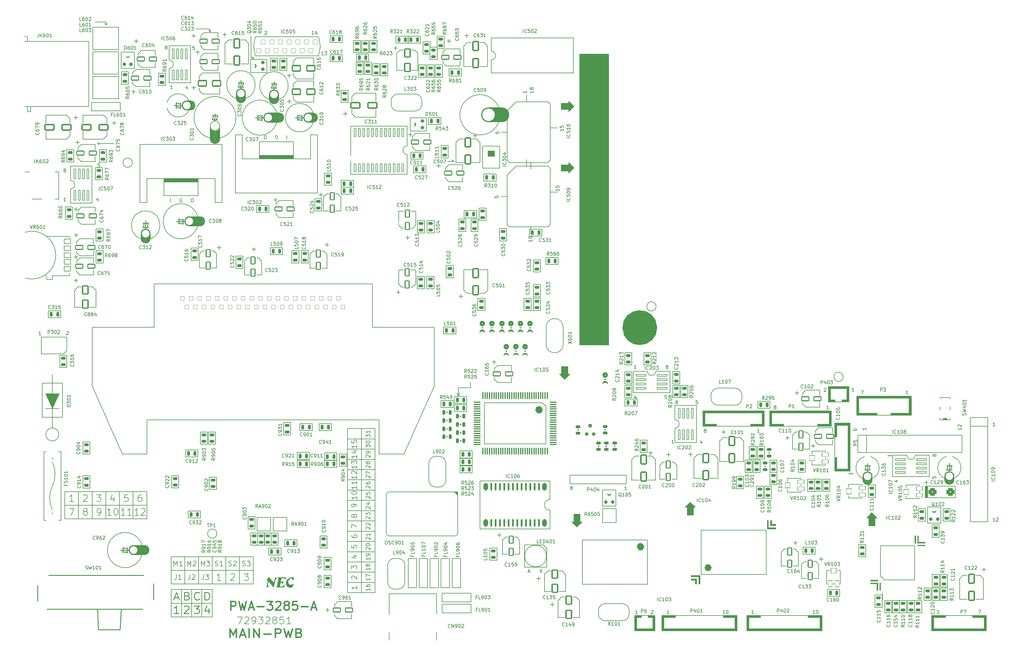
<source format=gto>
G04 #@! TF.GenerationSoftware,KiCad,Pcbnew,7.0.8*
G04 #@! TF.CreationDate,2023-11-11T13:42:35+01:00*
G04 #@! TF.ProjectId,PCE,5043452e-6b69-4636-9164-5f7063625858,1.3*
G04 #@! TF.SameCoordinates,Original*
G04 #@! TF.FileFunction,Legend,Top*
G04 #@! TF.FilePolarity,Positive*
%FSLAX46Y46*%
G04 Gerber Fmt 4.6, Leading zero omitted, Abs format (unit mm)*
G04 Created by KiCad (PCBNEW 7.0.8) date 2023-11-11 13:42:35*
%MOMM*%
%LPD*%
G01*
G04 APERTURE LIST*
G04 Aperture macros list*
%AMRoundRect*
0 Rectangle with rounded corners*
0 $1 Rounding radius*
0 $2 $3 $4 $5 $6 $7 $8 $9 X,Y pos of 4 corners*
0 Add a 4 corners polygon primitive as box body*
4,1,4,$2,$3,$4,$5,$6,$7,$8,$9,$2,$3,0*
0 Add four circle primitives for the rounded corners*
1,1,$1+$1,$2,$3*
1,1,$1+$1,$4,$5*
1,1,$1+$1,$6,$7*
1,1,$1+$1,$8,$9*
0 Add four rect primitives between the rounded corners*
20,1,$1+$1,$2,$3,$4,$5,0*
20,1,$1+$1,$4,$5,$6,$7,0*
20,1,$1+$1,$6,$7,$8,$9,0*
20,1,$1+$1,$8,$9,$2,$3,0*%
G04 Aperture macros list end*
%ADD10C,0.200000*%
%ADD11C,0.150000*%
%ADD12C,0.000000*%
%ADD13C,5.106246*%
%ADD14C,0.250000*%
%ADD15C,0.400000*%
%ADD16C,0.100000*%
%ADD17C,1.050000*%
%ADD18C,0.380000*%
%ADD19C,1.100000*%
%ADD20C,0.300000*%
%ADD21C,2.650000*%
%ADD22C,1.575000*%
%ADD23C,2.150000*%
%ADD24C,2.717800*%
%ADD25C,1.775000*%
%ADD26C,3.000000*%
%ADD27RoundRect,0.200000X-0.800000X1.300000X-0.800000X-1.300000X0.800000X-1.300000X0.800000X1.300000X0*%
%ADD28RoundRect,0.219512X0.480488X-0.230488X0.480488X0.230488X-0.480488X0.230488X-0.480488X-0.230488X0*%
%ADD29RoundRect,0.219512X-0.480488X0.230488X-0.480488X-0.230488X0.480488X-0.230488X0.480488X0.230488X0*%
%ADD30RoundRect,0.219512X-0.230488X-0.480488X0.230488X-0.480488X0.230488X0.480488X-0.230488X0.480488X0*%
%ADD31RoundRect,0.060000X-1.440000X-0.240000X1.440000X-0.240000X1.440000X0.240000X-1.440000X0.240000X0*%
%ADD32RoundRect,0.150000X-1.050000X-0.600000X1.050000X-0.600000X1.050000X0.600000X-1.050000X0.600000X0*%
%ADD33RoundRect,0.150000X0.600000X-1.050000X0.600000X1.050000X-0.600000X1.050000X-0.600000X-1.050000X0*%
%ADD34O,1.350000X1.350000*%
%ADD35C,1.600000*%
%ADD36RoundRect,0.200000X0.800000X-1.300000X0.800000X1.300000X-0.800000X1.300000X-0.800000X-1.300000X0*%
%ADD37RoundRect,0.150000X-0.600000X1.050000X-0.600000X-1.050000X0.600000X-1.050000X0.600000X1.050000X0*%
%ADD38R,0.500000X2.400000*%
%ADD39R,2.400000X0.500000*%
%ADD40R,0.400000X1.100000*%
%ADD41RoundRect,0.200000X-1.175000X-0.800000X1.175000X-0.800000X1.175000X0.800000X-1.175000X0.800000X0*%
%ADD42C,1.500000*%
%ADD43RoundRect,0.219512X0.230488X0.480488X-0.230488X0.480488X-0.230488X-0.480488X0.230488X-0.480488X0*%
%ADD44RoundRect,0.060000X-0.940000X-0.540000X0.940000X-0.540000X0.940000X0.540000X-0.940000X0.540000X0*%
%ADD45RoundRect,0.080000X-0.720000X-0.795000X0.720000X-0.795000X0.720000X0.795000X-0.720000X0.795000X0*%
%ADD46C,2.000000*%
%ADD47RoundRect,0.060000X0.240000X-1.440000X0.240000X1.440000X-0.240000X1.440000X-0.240000X-1.440000X0*%
%ADD48O,1.700000X1.700000*%
%ADD49R,0.900000X2.000000*%
%ADD50R,0.900000X2.500000*%
%ADD51RoundRect,1.050000X0.000000X-0.825000X0.000000X0.825000X0.000000X0.825000X0.000000X-0.825000X0*%
%ADD52RoundRect,0.200000X0.300000X0.300000X-0.300000X0.300000X-0.300000X-0.300000X0.300000X-0.300000X0*%
%ADD53C,1.000000*%
%ADD54RoundRect,0.250000X0.250000X0.250000X-0.250000X0.250000X-0.250000X-0.250000X0.250000X-0.250000X0*%
%ADD55RoundRect,0.326087X-0.473913X0.423913X-0.473913X-0.423913X0.473913X-0.423913X0.473913X0.423913X0*%
%ADD56O,2.000000X3.000000*%
%ADD57RoundRect,0.200000X-0.800000X1.175000X-0.800000X-1.175000X0.800000X-1.175000X0.800000X1.175000X0*%
%ADD58C,4.500000*%
%ADD59RoundRect,0.070000X0.630000X0.630000X-0.630000X0.630000X-0.630000X-0.630000X0.630000X-0.630000X0*%
%ADD60RoundRect,0.060000X-0.240000X1.190000X-0.240000X-1.190000X0.240000X-1.190000X0.240000X1.190000X0*%
%ADD61RoundRect,0.200000X0.300000X-0.300000X0.300000X0.300000X-0.300000X0.300000X-0.300000X-0.300000X0*%
%ADD62RoundRect,0.250000X0.250000X-0.250000X0.250000X0.250000X-0.250000X0.250000X-0.250000X-0.250000X0*%
%ADD63R,0.500000X2.200000*%
%ADD64R,2.200000X0.500000*%
%ADD65O,2.000000X2.000000*%
%ADD66RoundRect,0.478260X-0.671740X-0.621740X0.671740X-0.621740X0.671740X0.621740X-0.671740X0.621740X0*%
%ADD67RoundRect,0.100000X-0.100000X0.950000X-0.100000X-0.950000X0.100000X-0.950000X0.100000X0.950000X0*%
%ADD68RoundRect,0.100000X-0.950000X0.100000X-0.950000X-0.100000X0.950000X-0.100000X0.950000X0.100000X0*%
%ADD69RoundRect,0.200000X-1.300000X-0.800000X1.300000X-0.800000X1.300000X0.800000X-1.300000X0.800000X0*%
%ADD70RoundRect,0.325000X0.325000X0.753750X-0.325000X0.753750X-0.325000X-0.753750X0.325000X-0.753750X0*%
%ADD71RoundRect,0.142500X0.142500X0.936250X-0.142500X0.936250X-0.142500X-0.936250X0.142500X-0.936250X0*%
%ADD72RoundRect,0.200000X1.300000X0.800000X-1.300000X0.800000X-1.300000X-0.800000X1.300000X-0.800000X0*%
%ADD73C,2.500000*%
%ADD74C,3.500000*%
%ADD75R,1.600000X1.600000*%
%ADD76R,0.500000X3.000000*%
%ADD77R,3.000000X0.500000*%
%ADD78C,1.900000*%
%ADD79RoundRect,0.075000X0.925000X0.675000X-0.925000X0.675000X-0.925000X-0.675000X0.925000X-0.675000X0*%
%ADD80R,0.400000X2.250000*%
%ADD81R,2.250000X0.400000*%
%ADD82RoundRect,0.060000X-0.540000X0.940000X-0.540000X-0.940000X0.540000X-0.940000X0.540000X0.940000X0*%
%ADD83RoundRect,0.080000X-0.795000X0.720000X-0.795000X-0.720000X0.795000X-0.720000X0.795000X0.720000X0*%
%ADD84RoundRect,0.062500X0.562500X0.562500X-0.562500X0.562500X-0.562500X-0.562500X0.562500X-0.562500X0*%
G04 APERTURE END LIST*
D10*
X318450000Y-190300000D02*
X317850000Y-190300000D01*
X317850000Y-192550000D01*
X316050000Y-192550000D01*
X316050000Y-190300000D01*
X315450000Y-190300000D01*
X316950000Y-188800000D01*
X318450000Y-190300000D01*
G36*
X318450000Y-190300000D02*
G01*
X317850000Y-190300000D01*
X317850000Y-192550000D01*
X316050000Y-192550000D01*
X316050000Y-190300000D01*
X315450000Y-190300000D01*
X316950000Y-188800000D01*
X318450000Y-190300000D01*
G37*
X96625000Y-182575000D02*
X100625000Y-182575000D01*
X100625000Y-186575000D01*
X96625000Y-186575000D01*
X96625000Y-182575000D01*
D11*
X167450000Y-176150000D02*
X171450000Y-176150000D01*
X171450000Y-179150000D01*
X167450000Y-179150000D01*
X167450000Y-176150000D01*
D10*
X111775000Y-205625000D02*
X115775000Y-205625000D01*
X115775000Y-209625000D01*
X111775000Y-209625000D01*
X111775000Y-205625000D01*
D11*
X163450000Y-182150000D02*
X167450000Y-182150000D01*
X167450000Y-185150000D01*
X163450000Y-185150000D01*
X163450000Y-182150000D01*
D10*
X88625000Y-186575000D02*
X92625000Y-186575000D01*
X92625000Y-190575000D01*
X88625000Y-190575000D01*
X88625000Y-186575000D01*
X170700000Y-134475000D02*
X188800000Y-134475000D01*
X92625000Y-182575000D02*
X96625000Y-182575000D01*
X96625000Y-186575000D01*
X92625000Y-186575000D01*
X92625000Y-182575000D01*
X265275000Y-187175000D02*
X264675000Y-187175000D01*
X264675000Y-189425000D01*
X262875000Y-189425000D01*
X262875000Y-187175000D01*
X262275000Y-187175000D01*
X263775000Y-185675000D01*
X265275000Y-187175000D01*
G36*
X265275000Y-187175000D02*
G01*
X264675000Y-187175000D01*
X264675000Y-189425000D01*
X262875000Y-189425000D01*
X262875000Y-187175000D01*
X262275000Y-187175000D01*
X263775000Y-185675000D01*
X265275000Y-187175000D01*
G37*
D11*
X167450000Y-182150000D02*
X171450000Y-182150000D01*
X171450000Y-185150000D01*
X167450000Y-185150000D01*
X167450000Y-182150000D01*
D10*
X115775000Y-205625000D02*
X119775000Y-205625000D01*
X119775000Y-209625000D01*
X115775000Y-209625000D01*
X115775000Y-205625000D01*
D11*
X167450000Y-203150000D02*
X171450000Y-203150000D01*
X171450000Y-206150000D01*
X167450000Y-206150000D01*
X167450000Y-203150000D01*
D10*
X229725000Y-69875000D02*
X228225000Y-71375000D01*
X228225000Y-70775000D01*
X225975000Y-70775000D01*
X225975000Y-68975000D01*
X228225000Y-68975000D01*
X228225000Y-68375000D01*
X229725000Y-69875000D01*
G36*
X229725000Y-69875000D02*
G01*
X228225000Y-71375000D01*
X228225000Y-70775000D01*
X225975000Y-70775000D01*
X225975000Y-68975000D01*
X228225000Y-68975000D01*
X228225000Y-68375000D01*
X229725000Y-69875000D01*
G37*
D11*
X163450000Y-179150000D02*
X167450000Y-179150000D01*
X167450000Y-182150000D01*
X163450000Y-182150000D01*
X163450000Y-179150000D01*
D10*
X119775000Y-205625000D02*
X123775000Y-205625000D01*
X123775000Y-209625000D01*
X119775000Y-209625000D01*
X119775000Y-205625000D01*
D11*
X167450000Y-191150000D02*
X171450000Y-191150000D01*
X171450000Y-194150000D01*
X167450000Y-194150000D01*
X167450000Y-191150000D01*
D10*
X123088400Y-48031400D02*
X122682000Y-47625000D01*
D11*
X167450000Y-200150000D02*
X171450000Y-200150000D01*
X171450000Y-203150000D01*
X167450000Y-203150000D01*
X167450000Y-200150000D01*
X167450000Y-170150000D02*
X171450000Y-170150000D01*
X171450000Y-173150000D01*
X167450000Y-173150000D01*
X167450000Y-170150000D01*
X163450000Y-197150000D02*
X167450000Y-197150000D01*
X167450000Y-200150000D01*
X163450000Y-200150000D01*
X163450000Y-197150000D01*
D10*
X188800000Y-151700000D02*
X179900000Y-171575000D01*
X111775000Y-211225000D02*
X114775000Y-211225000D01*
X114775000Y-215225000D01*
X111775000Y-215225000D01*
X111775000Y-211225000D01*
X120775000Y-211225000D02*
X123775000Y-211225000D01*
X123775000Y-215225000D01*
X120775000Y-215225000D01*
X120775000Y-211225000D01*
D11*
X163450000Y-200150000D02*
X167450000Y-200150000D01*
X167450000Y-203150000D01*
X163450000Y-203150000D01*
X163450000Y-200150000D01*
D10*
X195850000Y-154625000D02*
X195450000Y-153750000D01*
X100625000Y-182575000D02*
X104625000Y-182575000D01*
X104625000Y-186575000D01*
X100625000Y-186575000D01*
X100625000Y-182575000D01*
X106750000Y-121750000D02*
X170700000Y-121750000D01*
D11*
X163450000Y-176150000D02*
X167450000Y-176150000D01*
X167450000Y-179150000D01*
X163450000Y-179150000D01*
X163450000Y-176150000D01*
D10*
X195850000Y-152200000D02*
X195850000Y-154625000D01*
X123494800Y-47625000D02*
X123088400Y-48031400D01*
D11*
X167450000Y-197150000D02*
X171450000Y-197150000D01*
X171450000Y-200150000D01*
X167450000Y-200150000D01*
X167450000Y-197150000D01*
D10*
X96625000Y-186575000D02*
X100625000Y-186575000D01*
X100625000Y-190575000D01*
X96625000Y-190575000D01*
X96625000Y-186575000D01*
X194675000Y-85975000D02*
X193925000Y-85550000D01*
X106750000Y-134475000D02*
X88650000Y-134475000D01*
X127775000Y-201625000D02*
X131775000Y-201625000D01*
X131775000Y-205625000D01*
X127775000Y-205625000D01*
X127775000Y-201625000D01*
D11*
X163450000Y-209150000D02*
X167450000Y-209150000D01*
X167450000Y-212150000D01*
X163450000Y-212150000D01*
X163450000Y-209150000D01*
D10*
X92700000Y-45200000D02*
X92700000Y-46025000D01*
D11*
X163450000Y-206150000D02*
X167450000Y-206150000D01*
X167450000Y-209150000D01*
X163450000Y-209150000D01*
X163450000Y-206150000D01*
X167450000Y-194150000D02*
X171450000Y-194150000D01*
X171450000Y-197150000D01*
X167450000Y-197150000D01*
X167450000Y-194150000D01*
D10*
X88625000Y-182575000D02*
X92625000Y-182575000D01*
X92625000Y-186575000D01*
X88625000Y-186575000D01*
X88625000Y-182575000D01*
X80625000Y-182575000D02*
X84625000Y-182575000D01*
X84625000Y-186575000D01*
X80625000Y-186575000D01*
X80625000Y-182575000D01*
D11*
X167450000Y-173150000D02*
X171450000Y-173150000D01*
X171450000Y-176150000D01*
X167450000Y-176150000D01*
X167450000Y-173150000D01*
D10*
X92700000Y-46025000D02*
X92300000Y-45625000D01*
X89425000Y-45200000D02*
X92700000Y-45200000D01*
X172675000Y-161600000D02*
X172675000Y-171575000D01*
X84625000Y-182575000D02*
X88625000Y-182575000D01*
X88625000Y-186575000D01*
X84625000Y-186575000D01*
X84625000Y-182575000D01*
X135931400Y-55631400D02*
X135525000Y-56037800D01*
D11*
X163450000Y-173150000D02*
X167450000Y-173150000D01*
X167450000Y-176150000D01*
X163450000Y-176150000D01*
X163450000Y-173150000D01*
D10*
X119075200Y-47218600D02*
X123088400Y-47218600D01*
X92625000Y-186575000D02*
X96625000Y-186575000D01*
X96625000Y-190575000D01*
X92625000Y-190575000D01*
X92625000Y-186575000D01*
X111775000Y-215225000D02*
X114775000Y-215225000D01*
X114775000Y-219225000D01*
X111775000Y-219225000D01*
X111775000Y-215225000D01*
X90300000Y-80750000D02*
X90700000Y-80350000D01*
X123088400Y-47218600D02*
X123088400Y-48031400D01*
D11*
X167450000Y-188150000D02*
X171450000Y-188150000D01*
X171450000Y-191150000D01*
X167450000Y-191150000D01*
X167450000Y-188150000D01*
D12*
G36*
X147499470Y-207592141D02*
G01*
X147525470Y-207592635D01*
X147564796Y-207676733D01*
X147602299Y-207762722D01*
X147638138Y-207850439D01*
X147672471Y-207939723D01*
X147705458Y-208030411D01*
X147737258Y-208122343D01*
X147768029Y-208215356D01*
X147797929Y-208309288D01*
X147739777Y-208332460D01*
X147679307Y-208357498D01*
X147619624Y-208382874D01*
X147563832Y-208407061D01*
X147441654Y-208461373D01*
X147048571Y-207915334D01*
X147009791Y-207914190D01*
X146970289Y-207916647D01*
X146930184Y-207922544D01*
X146889597Y-207931722D01*
X146848647Y-207944022D01*
X146807454Y-207959284D01*
X146766139Y-207977349D01*
X146724821Y-207998058D01*
X146683620Y-208021252D01*
X146642656Y-208046771D01*
X146561919Y-208104146D01*
X146483569Y-208168911D01*
X146408567Y-208239789D01*
X146337870Y-208315507D01*
X146272439Y-208394790D01*
X146213234Y-208476364D01*
X146161212Y-208558954D01*
X146117335Y-208641285D01*
X146098751Y-208681955D01*
X146082562Y-208722082D01*
X146068888Y-208761508D01*
X146057851Y-208800072D01*
X146049569Y-208837616D01*
X146044162Y-208873980D01*
X146040528Y-208916201D01*
X146038793Y-208958316D01*
X146038924Y-209000253D01*
X146040892Y-209041936D01*
X146044664Y-209083294D01*
X146050210Y-209124251D01*
X146057498Y-209164735D01*
X146066497Y-209204673D01*
X146077177Y-209243989D01*
X146089505Y-209282612D01*
X146103451Y-209320468D01*
X146118984Y-209357482D01*
X146136072Y-209393582D01*
X146154684Y-209428693D01*
X146174789Y-209462743D01*
X146196356Y-209495658D01*
X146219354Y-209527363D01*
X146243751Y-209557787D01*
X146269517Y-209586854D01*
X146296619Y-209614492D01*
X146325028Y-209640627D01*
X146354712Y-209665185D01*
X146385639Y-209688094D01*
X146417778Y-209709279D01*
X146451099Y-209728666D01*
X146485571Y-209746183D01*
X146521161Y-209761755D01*
X146557838Y-209775310D01*
X146595573Y-209786774D01*
X146634333Y-209796072D01*
X146674087Y-209803132D01*
X146714804Y-209807880D01*
X146757964Y-209810384D01*
X146801538Y-209810536D01*
X146845410Y-209808483D01*
X146889461Y-209804376D01*
X146933576Y-209798362D01*
X146977636Y-209790593D01*
X147021526Y-209781215D01*
X147065128Y-209770379D01*
X147108324Y-209758234D01*
X147150999Y-209744929D01*
X147234315Y-209715433D01*
X147314139Y-209683086D01*
X147389535Y-209649079D01*
X147459566Y-209614607D01*
X147523297Y-209580860D01*
X147579792Y-209549033D01*
X147628114Y-209520318D01*
X147696496Y-209476996D01*
X147720954Y-209460434D01*
X147217942Y-210568057D01*
X147121470Y-210599631D01*
X147026665Y-210625240D01*
X146933609Y-210645054D01*
X146842387Y-210659242D01*
X146753083Y-210667973D01*
X146665780Y-210671418D01*
X146580563Y-210669745D01*
X146497515Y-210663124D01*
X146416720Y-210651724D01*
X146338263Y-210635715D01*
X146262226Y-210615266D01*
X146188695Y-210590548D01*
X146117753Y-210561728D01*
X146049484Y-210528978D01*
X145983972Y-210492465D01*
X145921300Y-210452361D01*
X145861554Y-210408833D01*
X145804815Y-210362053D01*
X145751170Y-210312188D01*
X145700701Y-210259409D01*
X145653493Y-210203886D01*
X145609629Y-210145787D01*
X145569193Y-210085282D01*
X145532270Y-210022540D01*
X145498943Y-209957732D01*
X145469296Y-209891026D01*
X145443413Y-209822592D01*
X145421378Y-209752600D01*
X145403274Y-209681218D01*
X145389187Y-209608617D01*
X145379200Y-209534966D01*
X145373396Y-209460434D01*
X145371097Y-209351145D01*
X145375005Y-209244892D01*
X145384929Y-209141702D01*
X145400675Y-209041598D01*
X145422050Y-208944605D01*
X145448861Y-208850748D01*
X145480914Y-208760052D01*
X145518018Y-208672542D01*
X145559979Y-208588242D01*
X145606603Y-208507177D01*
X145657698Y-208429372D01*
X145713072Y-208354852D01*
X145772530Y-208283641D01*
X145835880Y-208215765D01*
X145902928Y-208151247D01*
X145973483Y-208090114D01*
X146047350Y-208032389D01*
X146124337Y-207978097D01*
X146204250Y-207927263D01*
X146286898Y-207879912D01*
X146459621Y-207795759D01*
X146640963Y-207725834D01*
X146829380Y-207670336D01*
X147023327Y-207629463D01*
X147221259Y-207603414D01*
X147421634Y-207592386D01*
X147447563Y-207592040D01*
X147473505Y-207591951D01*
X147499470Y-207592141D01*
G37*
D10*
X135106600Y-55625000D02*
X135106600Y-49250000D01*
X114775000Y-215225000D02*
X117775000Y-215225000D01*
X117775000Y-219225000D01*
X114775000Y-219225000D01*
X114775000Y-215225000D01*
X88650000Y-151700000D02*
X97450000Y-171575000D01*
X90700000Y-81150000D02*
X90300000Y-80750000D01*
X192725000Y-85975000D02*
X194675000Y-85975000D01*
D11*
X167450000Y-209150000D02*
X171450000Y-209150000D01*
X171450000Y-212150000D01*
X167450000Y-212150000D01*
X167450000Y-209150000D01*
D10*
X231400000Y-54575000D02*
X239900000Y-54575000D01*
X239900000Y-139625000D01*
X231400000Y-139625000D01*
X231400000Y-54575000D01*
G36*
X231400000Y-54575000D02*
G01*
X239900000Y-54575000D01*
X239900000Y-139625000D01*
X231400000Y-139625000D01*
X231400000Y-54575000D01*
G37*
X88650000Y-134475000D02*
X88650000Y-151700000D01*
D11*
X163450000Y-164150000D02*
X167450000Y-164150000D01*
X167450000Y-167150000D01*
X163450000Y-167150000D01*
X163450000Y-164150000D01*
D10*
X131775000Y-201625000D02*
X135775000Y-201625000D01*
X135775000Y-205625000D01*
X131775000Y-205625000D01*
X131775000Y-201625000D01*
X127775000Y-205625000D02*
X131775000Y-205625000D01*
X131775000Y-209625000D01*
X127775000Y-209625000D01*
X127775000Y-205625000D01*
X115775000Y-201625000D02*
X119775000Y-201625000D01*
X119775000Y-205625000D01*
X115775000Y-205625000D01*
X115775000Y-201625000D01*
D11*
X163450000Y-191150000D02*
X167450000Y-191150000D01*
X167450000Y-194150000D01*
X163450000Y-194150000D01*
X163450000Y-191150000D01*
D10*
X229725000Y-87850000D02*
X228225000Y-89350000D01*
X228225000Y-88750000D01*
X225975000Y-88750000D01*
X225975000Y-86950000D01*
X228225000Y-86950000D01*
X228225000Y-86350000D01*
X229725000Y-87850000D01*
G36*
X229725000Y-87850000D02*
G01*
X228225000Y-89350000D01*
X228225000Y-88750000D01*
X225975000Y-88750000D01*
X225975000Y-86950000D01*
X228225000Y-86950000D01*
X228225000Y-86350000D01*
X229725000Y-87850000D01*
G37*
D13*
X251528123Y-134600000D02*
G75*
G03*
X251528123Y-134600000I-2553123J0D01*
G01*
D11*
X167450000Y-185150000D02*
X171450000Y-185150000D01*
X171450000Y-188150000D01*
X167450000Y-188150000D01*
X167450000Y-185150000D01*
X167450000Y-167150000D02*
X171450000Y-167150000D01*
X171450000Y-170150000D01*
X167450000Y-170150000D01*
X167450000Y-167150000D01*
D10*
X100625000Y-186575000D02*
X104625000Y-186575000D01*
X104625000Y-190575000D01*
X100625000Y-190575000D01*
X100625000Y-186575000D01*
X95025000Y-80750000D02*
X90300000Y-80750000D01*
D11*
X163450000Y-188150000D02*
X167450000Y-188150000D01*
X167450000Y-191150000D01*
X163450000Y-191150000D01*
X163450000Y-188150000D01*
D10*
X119775000Y-201625000D02*
X123775000Y-201625000D01*
X123775000Y-205625000D01*
X119775000Y-205625000D01*
X119775000Y-201625000D01*
X117775000Y-211225000D02*
X120775000Y-211225000D01*
X120775000Y-215225000D01*
X117775000Y-215225000D01*
X117775000Y-211225000D01*
X231475000Y-191450000D02*
X232075000Y-191450000D01*
X230575000Y-192950000D01*
X229075000Y-191450000D01*
X229675000Y-191450000D01*
X229675000Y-189200000D01*
X231475000Y-189200000D01*
X231475000Y-191450000D01*
G36*
X231475000Y-191450000D02*
G01*
X232075000Y-191450000D01*
X230575000Y-192950000D01*
X229075000Y-191450000D01*
X229675000Y-191450000D01*
X229675000Y-189200000D01*
X231475000Y-189200000D01*
X231475000Y-191450000D01*
G37*
X106750000Y-121750000D02*
X106750000Y-134475000D01*
X170700000Y-121750000D02*
X170700000Y-134475000D01*
X117775000Y-215225000D02*
X120775000Y-215225000D01*
X120775000Y-219225000D01*
X117775000Y-219225000D01*
X117775000Y-215225000D01*
X135118600Y-55631400D02*
X135931400Y-55631400D01*
X131775000Y-205625000D02*
X135775000Y-205625000D01*
X135775000Y-209625000D01*
X131775000Y-209625000D01*
X131775000Y-205625000D01*
D12*
G36*
X145199177Y-208607241D02*
G01*
X145183250Y-208525589D01*
X145160585Y-208437743D01*
X145144773Y-208386213D01*
X145125668Y-208331190D01*
X145103041Y-208273861D01*
X145076662Y-208215410D01*
X145046302Y-208157022D01*
X145011730Y-208099882D01*
X144972718Y-208045175D01*
X144951474Y-208019104D01*
X144929034Y-207994085D01*
X144905369Y-207970268D01*
X144880450Y-207947799D01*
X144854249Y-207926827D01*
X144826736Y-207907500D01*
X144811339Y-207901376D01*
X144792960Y-207896068D01*
X144746252Y-207887668D01*
X144684603Y-207881835D01*
X144606007Y-207878106D01*
X144508455Y-207876015D01*
X144389938Y-207875096D01*
X144081979Y-207874919D01*
X143894453Y-208981174D01*
X143930363Y-208987661D01*
X143966432Y-208990442D01*
X144002575Y-208989746D01*
X144038706Y-208985803D01*
X144074741Y-208978841D01*
X144110594Y-208969092D01*
X144146180Y-208956783D01*
X144181414Y-208942146D01*
X144216210Y-208925409D01*
X144250484Y-208906802D01*
X144284150Y-208886555D01*
X144317123Y-208864896D01*
X144349318Y-208842057D01*
X144380650Y-208818265D01*
X144440383Y-208768746D01*
X144495641Y-208718174D01*
X144545742Y-208668387D01*
X144590005Y-208621220D01*
X144627748Y-208578511D01*
X144680949Y-208513812D01*
X144699894Y-208488980D01*
X144456285Y-209775424D01*
X144448948Y-209750439D01*
X144425618Y-209684733D01*
X144407336Y-209640946D01*
X144384314Y-209592181D01*
X144356302Y-209540174D01*
X144323055Y-209486658D01*
X144304390Y-209459877D01*
X144284324Y-209433368D01*
X144262825Y-209407350D01*
X144239861Y-209382039D01*
X144215404Y-209357651D01*
X144189420Y-209334404D01*
X144161880Y-209312513D01*
X144132752Y-209292197D01*
X144102006Y-209273672D01*
X144069611Y-209257154D01*
X144035535Y-209242861D01*
X143999748Y-209231009D01*
X143962218Y-209221815D01*
X143922915Y-209215496D01*
X143881809Y-209212268D01*
X143838867Y-209212348D01*
X143631195Y-210356655D01*
X143855927Y-210356250D01*
X143947063Y-210355544D01*
X144025750Y-210354325D01*
X144093266Y-210352460D01*
X144150889Y-210349815D01*
X144176391Y-210348159D01*
X144199899Y-210346258D01*
X144221572Y-210344095D01*
X144241572Y-210341655D01*
X144260057Y-210338919D01*
X144277187Y-210335873D01*
X144293123Y-210332498D01*
X144308023Y-210328779D01*
X144322048Y-210324698D01*
X144335357Y-210320239D01*
X144348111Y-210315386D01*
X144360468Y-210310121D01*
X144372589Y-210304429D01*
X144384634Y-210298292D01*
X144409133Y-210284618D01*
X144464244Y-210251202D01*
X144496367Y-210228722D01*
X144532632Y-210198475D01*
X144572204Y-210161620D01*
X144614249Y-210119319D01*
X144657934Y-210072731D01*
X144702425Y-210023017D01*
X144746887Y-209971337D01*
X144790486Y-209918851D01*
X144871763Y-209816100D01*
X144907772Y-209768157D01*
X144939583Y-209724048D01*
X144966362Y-209684934D01*
X144987275Y-209651975D01*
X145001489Y-209626331D01*
X145008168Y-209609162D01*
X144856830Y-210567933D01*
X142388524Y-210567933D01*
X142390878Y-210556288D01*
X142394469Y-210545281D01*
X142399232Y-210534877D01*
X142405102Y-210525047D01*
X142412014Y-210515757D01*
X142419903Y-210506977D01*
X142428703Y-210498675D01*
X142438351Y-210490817D01*
X142448780Y-210483374D01*
X142459927Y-210476313D01*
X142484109Y-210463210D01*
X142510379Y-210451254D01*
X142538215Y-210440190D01*
X142654820Y-210399775D01*
X142682686Y-210389359D01*
X142708996Y-210378311D01*
X142733231Y-210366375D01*
X142754871Y-210353297D01*
X142956822Y-209240327D01*
X142954792Y-209231532D01*
X142951774Y-209223757D01*
X142947830Y-209216936D01*
X142943020Y-209211005D01*
X142937405Y-209205897D01*
X142931048Y-209201549D01*
X142924010Y-209197893D01*
X142916351Y-209194866D01*
X142908133Y-209192402D01*
X142899417Y-209190436D01*
X142880737Y-209187737D01*
X142860801Y-209186245D01*
X142840100Y-209185441D01*
X142798362Y-209183803D01*
X142778305Y-209181927D01*
X142768694Y-209180496D01*
X142759443Y-209178650D01*
X142750613Y-209176323D01*
X142742266Y-209173450D01*
X142734463Y-209169965D01*
X142727265Y-209165805D01*
X142720734Y-209160902D01*
X142714930Y-209155193D01*
X142709915Y-209148612D01*
X142705751Y-209141093D01*
X142709355Y-209132948D01*
X142713858Y-209125641D01*
X142719205Y-209119120D01*
X142725341Y-209113334D01*
X142732209Y-209108234D01*
X142739756Y-209103768D01*
X142747924Y-209099884D01*
X142756660Y-209096533D01*
X142765908Y-209093664D01*
X142775612Y-209091225D01*
X142796167Y-209087435D01*
X142817883Y-209084758D01*
X142840318Y-209082786D01*
X142885570Y-209079332D01*
X142907503Y-209077037D01*
X142928382Y-209073819D01*
X142947765Y-209069274D01*
X142956758Y-209066376D01*
X142965210Y-209062993D01*
X142973067Y-209059075D01*
X142980273Y-209054570D01*
X142986773Y-209049429D01*
X142992512Y-209043599D01*
X143197323Y-207914339D01*
X143193308Y-207906454D01*
X143188174Y-207898806D01*
X143182001Y-207891372D01*
X143174873Y-207884134D01*
X143166870Y-207877072D01*
X143158075Y-207870165D01*
X143138433Y-207856738D01*
X143116603Y-207843691D01*
X143093238Y-207830866D01*
X143044523Y-207805234D01*
X143020480Y-207792107D01*
X142997521Y-207778559D01*
X142976298Y-207764429D01*
X142966543Y-207757095D01*
X142957467Y-207749556D01*
X142949153Y-207741791D01*
X142941682Y-207733781D01*
X142935136Y-207725505D01*
X142929596Y-207716943D01*
X142925145Y-207708074D01*
X142921865Y-207698880D01*
X142919837Y-207689340D01*
X142919143Y-207679435D01*
X145361087Y-207679435D01*
X145199177Y-208607241D01*
G37*
D11*
X163450000Y-194150000D02*
X167450000Y-194150000D01*
X167450000Y-197150000D01*
X163450000Y-197150000D01*
X163450000Y-194150000D01*
D10*
X93100000Y-45625000D02*
X92700000Y-46025000D01*
D12*
G36*
X142881463Y-207953884D02*
G01*
X142341891Y-208272106D01*
X141852682Y-210656473D01*
X140275000Y-208880944D01*
X140058873Y-209980359D01*
X140442754Y-210296965D01*
X139636069Y-210656473D01*
X140028033Y-208799616D01*
X140031346Y-208773850D01*
X140033321Y-208749134D01*
X140034004Y-208725443D01*
X140033443Y-208702750D01*
X140031686Y-208681028D01*
X140028780Y-208660251D01*
X140024773Y-208640392D01*
X140019713Y-208621425D01*
X140013647Y-208603322D01*
X140006622Y-208586057D01*
X139998687Y-208569605D01*
X139989889Y-208553937D01*
X139980275Y-208539028D01*
X139969893Y-208524851D01*
X139958791Y-208511379D01*
X139947016Y-208498586D01*
X139934616Y-208486445D01*
X139921638Y-208474929D01*
X139908131Y-208464013D01*
X139894141Y-208453669D01*
X139864904Y-208434591D01*
X139834308Y-208417484D01*
X139802735Y-208402134D01*
X139770565Y-208388329D01*
X139738178Y-208375855D01*
X139705955Y-208364501D01*
X140397116Y-207568137D01*
X141851811Y-209192949D01*
X142206593Y-207539038D01*
X142881463Y-207953884D01*
G37*
D11*
X167450000Y-179150000D02*
X171450000Y-179150000D01*
X171450000Y-182150000D01*
X167450000Y-182150000D01*
X167450000Y-179150000D01*
D10*
X104675000Y-161600000D02*
X104675000Y-171575000D01*
X135525000Y-55225000D02*
X135931400Y-55631400D01*
X104675000Y-171575000D02*
X97450000Y-171575000D01*
X120775000Y-215225000D02*
X123775000Y-215225000D01*
X123775000Y-219225000D01*
X120775000Y-219225000D01*
X120775000Y-215225000D01*
X111775000Y-201625000D02*
X115775000Y-201625000D01*
X115775000Y-205625000D01*
X111775000Y-205625000D01*
X111775000Y-201625000D01*
D11*
X167450000Y-164150000D02*
X171450000Y-164150000D01*
X171450000Y-167150000D01*
X167450000Y-167150000D01*
X167450000Y-164150000D01*
D10*
X227900000Y-148225000D02*
X228500000Y-148225000D01*
X227000000Y-149725000D01*
X225500000Y-148225000D01*
X226100000Y-148225000D01*
X226100000Y-145975000D01*
X227900000Y-145975000D01*
X227900000Y-148225000D01*
G36*
X227900000Y-148225000D02*
G01*
X228500000Y-148225000D01*
X227000000Y-149725000D01*
X225500000Y-148225000D01*
X226100000Y-148225000D01*
X226100000Y-145975000D01*
X227900000Y-145975000D01*
X227900000Y-148225000D01*
G37*
D11*
X163450000Y-185150000D02*
X167450000Y-185150000D01*
X167450000Y-188150000D01*
X163450000Y-188150000D01*
X163450000Y-185150000D01*
X163450000Y-170150000D02*
X167450000Y-170150000D01*
X167450000Y-173150000D01*
X163450000Y-173150000D01*
X163450000Y-170150000D01*
D10*
X123775000Y-205625000D02*
X127775000Y-205625000D01*
X127775000Y-209625000D01*
X123775000Y-209625000D01*
X123775000Y-205625000D01*
X199400000Y-152200000D02*
X195850000Y-152200000D01*
X172675000Y-171575000D02*
X179900000Y-171575000D01*
X114775000Y-211225000D02*
X117775000Y-211225000D01*
X117775000Y-215225000D01*
X114775000Y-215225000D01*
X114775000Y-211225000D01*
X188800000Y-134475000D02*
X188800000Y-151700000D01*
X123775000Y-201625000D02*
X127775000Y-201625000D01*
X127775000Y-205625000D01*
X123775000Y-205625000D01*
X123775000Y-201625000D01*
D11*
X163450000Y-203150000D02*
X167450000Y-203150000D01*
X167450000Y-206150000D01*
X163450000Y-206150000D01*
X163450000Y-203150000D01*
D10*
X80625000Y-186575000D02*
X84625000Y-186575000D01*
X84625000Y-190575000D01*
X80625000Y-190575000D01*
X80625000Y-186575000D01*
D11*
X167450000Y-206150000D02*
X171450000Y-206150000D01*
X171450000Y-209150000D01*
X167450000Y-209150000D01*
X167450000Y-206150000D01*
D10*
X84625000Y-186575000D02*
X88625000Y-186575000D01*
X88625000Y-190575000D01*
X84625000Y-190575000D01*
X84625000Y-186575000D01*
X195850000Y-154625000D02*
X196250000Y-153750000D01*
X199400000Y-150600000D02*
X199400000Y-152200000D01*
D11*
X163450000Y-167150000D02*
X167450000Y-167150000D01*
X167450000Y-170150000D01*
X163450000Y-170150000D01*
X163450000Y-167150000D01*
D10*
X104675000Y-161600000D02*
X172675000Y-161600000D01*
X166133528Y-183935713D02*
X166133528Y-184792856D01*
X166133528Y-184364285D02*
X164633528Y-184364285D01*
X164633528Y-184364285D02*
X164847814Y-184507142D01*
X164847814Y-184507142D02*
X164990671Y-184649999D01*
X164990671Y-184649999D02*
X165062100Y-184792856D01*
X164633528Y-183007142D02*
X164633528Y-182864285D01*
X164633528Y-182864285D02*
X164704957Y-182721428D01*
X164704957Y-182721428D02*
X164776385Y-182650000D01*
X164776385Y-182650000D02*
X164919242Y-182578571D01*
X164919242Y-182578571D02*
X165204957Y-182507142D01*
X165204957Y-182507142D02*
X165562100Y-182507142D01*
X165562100Y-182507142D02*
X165847814Y-182578571D01*
X165847814Y-182578571D02*
X165990671Y-182650000D01*
X165990671Y-182650000D02*
X166062100Y-182721428D01*
X166062100Y-182721428D02*
X166133528Y-182864285D01*
X166133528Y-182864285D02*
X166133528Y-183007142D01*
X166133528Y-183007142D02*
X166062100Y-183150000D01*
X166062100Y-183150000D02*
X165990671Y-183221428D01*
X165990671Y-183221428D02*
X165847814Y-183292857D01*
X165847814Y-183292857D02*
X165562100Y-183364285D01*
X165562100Y-183364285D02*
X165204957Y-183364285D01*
X165204957Y-183364285D02*
X164919242Y-183292857D01*
X164919242Y-183292857D02*
X164776385Y-183221428D01*
X164776385Y-183221428D02*
X164704957Y-183150000D01*
X164704957Y-183150000D02*
X164633528Y-183007142D01*
X81958333Y-187489838D02*
X83291666Y-187489838D01*
X83291666Y-187489838D02*
X82434523Y-189489838D01*
X98244047Y-189489838D02*
X97101190Y-189489838D01*
X97672618Y-189489838D02*
X97672618Y-187489838D01*
X97672618Y-187489838D02*
X97482142Y-187775552D01*
X97482142Y-187775552D02*
X97291666Y-187966028D01*
X97291666Y-187966028D02*
X97101190Y-188061266D01*
X100148809Y-189489838D02*
X99005952Y-189489838D01*
X99577380Y-189489838D02*
X99577380Y-187489838D01*
X99577380Y-187489838D02*
X99386904Y-187775552D01*
X99386904Y-187775552D02*
X99196428Y-187966028D01*
X99196428Y-187966028D02*
X99005952Y-188061266D01*
X168909028Y-190564285D02*
X168851885Y-190507142D01*
X168851885Y-190507142D02*
X168794742Y-190392857D01*
X168794742Y-190392857D02*
X168794742Y-190107142D01*
X168794742Y-190107142D02*
X168851885Y-189992857D01*
X168851885Y-189992857D02*
X168909028Y-189935714D01*
X168909028Y-189935714D02*
X169023314Y-189878571D01*
X169023314Y-189878571D02*
X169137600Y-189878571D01*
X169137600Y-189878571D02*
X169309028Y-189935714D01*
X169309028Y-189935714D02*
X169994742Y-190621428D01*
X169994742Y-190621428D02*
X169994742Y-189878571D01*
X168794742Y-189478571D02*
X168794742Y-188735714D01*
X168794742Y-188735714D02*
X169251885Y-189135714D01*
X169251885Y-189135714D02*
X169251885Y-188964285D01*
X169251885Y-188964285D02*
X169309028Y-188850000D01*
X169309028Y-188850000D02*
X169366171Y-188792857D01*
X169366171Y-188792857D02*
X169480457Y-188735714D01*
X169480457Y-188735714D02*
X169766171Y-188735714D01*
X169766171Y-188735714D02*
X169880457Y-188792857D01*
X169880457Y-188792857D02*
X169937600Y-188850000D01*
X169937600Y-188850000D02*
X169994742Y-188964285D01*
X169994742Y-188964285D02*
X169994742Y-189307142D01*
X169994742Y-189307142D02*
X169937600Y-189421428D01*
X169937600Y-189421428D02*
X169880457Y-189478571D01*
X166133528Y-186935713D02*
X166133528Y-186649999D01*
X166133528Y-186649999D02*
X166062100Y-186507142D01*
X166062100Y-186507142D02*
X165990671Y-186435713D01*
X165990671Y-186435713D02*
X165776385Y-186292856D01*
X165776385Y-186292856D02*
X165490671Y-186221427D01*
X165490671Y-186221427D02*
X164919242Y-186221427D01*
X164919242Y-186221427D02*
X164776385Y-186292856D01*
X164776385Y-186292856D02*
X164704957Y-186364285D01*
X164704957Y-186364285D02*
X164633528Y-186507142D01*
X164633528Y-186507142D02*
X164633528Y-186792856D01*
X164633528Y-186792856D02*
X164704957Y-186935713D01*
X164704957Y-186935713D02*
X164776385Y-187007142D01*
X164776385Y-187007142D02*
X164919242Y-187078570D01*
X164919242Y-187078570D02*
X165276385Y-187078570D01*
X165276385Y-187078570D02*
X165419242Y-187007142D01*
X165419242Y-187007142D02*
X165490671Y-186935713D01*
X165490671Y-186935713D02*
X165562100Y-186792856D01*
X165562100Y-186792856D02*
X165562100Y-186507142D01*
X165562100Y-186507142D02*
X165490671Y-186364285D01*
X165490671Y-186364285D02*
X165419242Y-186292856D01*
X165419242Y-186292856D02*
X165276385Y-186221427D01*
X168794742Y-166621428D02*
X168794742Y-165878571D01*
X168794742Y-165878571D02*
X169251885Y-166278571D01*
X169251885Y-166278571D02*
X169251885Y-166107142D01*
X169251885Y-166107142D02*
X169309028Y-165992857D01*
X169309028Y-165992857D02*
X169366171Y-165935714D01*
X169366171Y-165935714D02*
X169480457Y-165878571D01*
X169480457Y-165878571D02*
X169766171Y-165878571D01*
X169766171Y-165878571D02*
X169880457Y-165935714D01*
X169880457Y-165935714D02*
X169937600Y-165992857D01*
X169937600Y-165992857D02*
X169994742Y-166107142D01*
X169994742Y-166107142D02*
X169994742Y-166449999D01*
X169994742Y-166449999D02*
X169937600Y-166564285D01*
X169937600Y-166564285D02*
X169880457Y-166621428D01*
X169994742Y-164735714D02*
X169994742Y-165421428D01*
X169994742Y-165078571D02*
X168794742Y-165078571D01*
X168794742Y-165078571D02*
X168966171Y-165192857D01*
X168966171Y-165192857D02*
X169080457Y-165307142D01*
X169080457Y-165307142D02*
X169137600Y-165421428D01*
D14*
X120048809Y-214020238D02*
X119929761Y-214125000D01*
X119929761Y-214125000D02*
X119572619Y-214229761D01*
X119572619Y-214229761D02*
X119334523Y-214229761D01*
X119334523Y-214229761D02*
X118977380Y-214125000D01*
X118977380Y-214125000D02*
X118739285Y-213915476D01*
X118739285Y-213915476D02*
X118620238Y-213705952D01*
X118620238Y-213705952D02*
X118501190Y-213286904D01*
X118501190Y-213286904D02*
X118501190Y-212972619D01*
X118501190Y-212972619D02*
X118620238Y-212553571D01*
X118620238Y-212553571D02*
X118739285Y-212344047D01*
X118739285Y-212344047D02*
X118977380Y-212134523D01*
X118977380Y-212134523D02*
X119334523Y-212029761D01*
X119334523Y-212029761D02*
X119572619Y-212029761D01*
X119572619Y-212029761D02*
X119929761Y-212134523D01*
X119929761Y-212134523D02*
X120048809Y-212239285D01*
X118441666Y-216029761D02*
X119989285Y-216029761D01*
X119989285Y-216029761D02*
X119155952Y-216867857D01*
X119155952Y-216867857D02*
X119513095Y-216867857D01*
X119513095Y-216867857D02*
X119751190Y-216972619D01*
X119751190Y-216972619D02*
X119870238Y-217077380D01*
X119870238Y-217077380D02*
X119989285Y-217286904D01*
X119989285Y-217286904D02*
X119989285Y-217810714D01*
X119989285Y-217810714D02*
X119870238Y-218020238D01*
X119870238Y-218020238D02*
X119751190Y-218125000D01*
X119751190Y-218125000D02*
X119513095Y-218229761D01*
X119513095Y-218229761D02*
X118798809Y-218229761D01*
X118798809Y-218229761D02*
X118560714Y-218125000D01*
X118560714Y-218125000D02*
X118441666Y-218020238D01*
X122751190Y-216763095D02*
X122751190Y-218229761D01*
X122155952Y-215925000D02*
X121560714Y-217496428D01*
X121560714Y-217496428D02*
X123108333Y-217496428D01*
D10*
X94244047Y-189489838D02*
X93101190Y-189489838D01*
X93672618Y-189489838D02*
X93672618Y-187489838D01*
X93672618Y-187489838D02*
X93482142Y-187775552D01*
X93482142Y-187775552D02*
X93291666Y-187966028D01*
X93291666Y-187966028D02*
X93101190Y-188061266D01*
X95482142Y-187489838D02*
X95672619Y-187489838D01*
X95672619Y-187489838D02*
X95863095Y-187585076D01*
X95863095Y-187585076D02*
X95958333Y-187680314D01*
X95958333Y-187680314D02*
X96053571Y-187870790D01*
X96053571Y-187870790D02*
X96148809Y-188251742D01*
X96148809Y-188251742D02*
X96148809Y-188727933D01*
X96148809Y-188727933D02*
X96053571Y-189108885D01*
X96053571Y-189108885D02*
X95958333Y-189299361D01*
X95958333Y-189299361D02*
X95863095Y-189394600D01*
X95863095Y-189394600D02*
X95672619Y-189489838D01*
X95672619Y-189489838D02*
X95482142Y-189489838D01*
X95482142Y-189489838D02*
X95291666Y-189394600D01*
X95291666Y-189394600D02*
X95196428Y-189299361D01*
X95196428Y-189299361D02*
X95101190Y-189108885D01*
X95101190Y-189108885D02*
X95005952Y-188727933D01*
X95005952Y-188727933D02*
X95005952Y-188251742D01*
X95005952Y-188251742D02*
X95101190Y-187870790D01*
X95101190Y-187870790D02*
X95196428Y-187680314D01*
X95196428Y-187680314D02*
X95291666Y-187585076D01*
X95291666Y-187585076D02*
X95482142Y-187489838D01*
X168909028Y-196564285D02*
X168851885Y-196507142D01*
X168851885Y-196507142D02*
X168794742Y-196392857D01*
X168794742Y-196392857D02*
X168794742Y-196107142D01*
X168794742Y-196107142D02*
X168851885Y-195992857D01*
X168851885Y-195992857D02*
X168909028Y-195935714D01*
X168909028Y-195935714D02*
X169023314Y-195878571D01*
X169023314Y-195878571D02*
X169137600Y-195878571D01*
X169137600Y-195878571D02*
X169309028Y-195935714D01*
X169309028Y-195935714D02*
X169994742Y-196621428D01*
X169994742Y-196621428D02*
X169994742Y-195878571D01*
X169994742Y-194735714D02*
X169994742Y-195421428D01*
X169994742Y-195078571D02*
X168794742Y-195078571D01*
X168794742Y-195078571D02*
X168966171Y-195192857D01*
X168966171Y-195192857D02*
X169080457Y-195307142D01*
X169080457Y-195307142D02*
X169137600Y-195421428D01*
X164776385Y-208078570D02*
X164704957Y-208007142D01*
X164704957Y-208007142D02*
X164633528Y-207864285D01*
X164633528Y-207864285D02*
X164633528Y-207507142D01*
X164633528Y-207507142D02*
X164704957Y-207364285D01*
X164704957Y-207364285D02*
X164776385Y-207292856D01*
X164776385Y-207292856D02*
X164919242Y-207221427D01*
X164919242Y-207221427D02*
X165062100Y-207221427D01*
X165062100Y-207221427D02*
X165276385Y-207292856D01*
X165276385Y-207292856D02*
X166133528Y-208149999D01*
X166133528Y-208149999D02*
X166133528Y-207221427D01*
X166133528Y-180935713D02*
X166133528Y-181792856D01*
X166133528Y-181364285D02*
X164633528Y-181364285D01*
X164633528Y-181364285D02*
X164847814Y-181507142D01*
X164847814Y-181507142D02*
X164990671Y-181649999D01*
X164990671Y-181649999D02*
X165062100Y-181792856D01*
X166133528Y-179507142D02*
X166133528Y-180364285D01*
X166133528Y-179935714D02*
X164633528Y-179935714D01*
X164633528Y-179935714D02*
X164847814Y-180078571D01*
X164847814Y-180078571D02*
X164990671Y-180221428D01*
X164990671Y-180221428D02*
X165062100Y-180364285D01*
X168909028Y-184564285D02*
X168851885Y-184507142D01*
X168851885Y-184507142D02*
X168794742Y-184392857D01*
X168794742Y-184392857D02*
X168794742Y-184107142D01*
X168794742Y-184107142D02*
X168851885Y-183992857D01*
X168851885Y-183992857D02*
X168909028Y-183935714D01*
X168909028Y-183935714D02*
X169023314Y-183878571D01*
X169023314Y-183878571D02*
X169137600Y-183878571D01*
X169137600Y-183878571D02*
X169309028Y-183935714D01*
X169309028Y-183935714D02*
X169994742Y-184621428D01*
X169994742Y-184621428D02*
X169994742Y-183878571D01*
X168794742Y-182792857D02*
X168794742Y-183364285D01*
X168794742Y-183364285D02*
X169366171Y-183421428D01*
X169366171Y-183421428D02*
X169309028Y-183364285D01*
X169309028Y-183364285D02*
X169251885Y-183250000D01*
X169251885Y-183250000D02*
X169251885Y-182964285D01*
X169251885Y-182964285D02*
X169309028Y-182850000D01*
X169309028Y-182850000D02*
X169366171Y-182792857D01*
X169366171Y-182792857D02*
X169480457Y-182735714D01*
X169480457Y-182735714D02*
X169766171Y-182735714D01*
X169766171Y-182735714D02*
X169880457Y-182792857D01*
X169880457Y-182792857D02*
X169937600Y-182850000D01*
X169937600Y-182850000D02*
X169994742Y-182964285D01*
X169994742Y-182964285D02*
X169994742Y-183250000D01*
X169994742Y-183250000D02*
X169937600Y-183364285D01*
X169937600Y-183364285D02*
X169880457Y-183421428D01*
X166133528Y-177935713D02*
X166133528Y-178792856D01*
X166133528Y-178364285D02*
X164633528Y-178364285D01*
X164633528Y-178364285D02*
X164847814Y-178507142D01*
X164847814Y-178507142D02*
X164990671Y-178649999D01*
X164990671Y-178649999D02*
X165062100Y-178792856D01*
X164776385Y-177364285D02*
X164704957Y-177292857D01*
X164704957Y-177292857D02*
X164633528Y-177150000D01*
X164633528Y-177150000D02*
X164633528Y-176792857D01*
X164633528Y-176792857D02*
X164704957Y-176650000D01*
X164704957Y-176650000D02*
X164776385Y-176578571D01*
X164776385Y-176578571D02*
X164919242Y-176507142D01*
X164919242Y-176507142D02*
X165062100Y-176507142D01*
X165062100Y-176507142D02*
X165276385Y-176578571D01*
X165276385Y-176578571D02*
X166133528Y-177435714D01*
X166133528Y-177435714D02*
X166133528Y-176507142D01*
X120560714Y-204358528D02*
X120560714Y-202858528D01*
X120560714Y-202858528D02*
X121060714Y-203929957D01*
X121060714Y-203929957D02*
X121560714Y-202858528D01*
X121560714Y-202858528D02*
X121560714Y-204358528D01*
X122132143Y-202858528D02*
X123060715Y-202858528D01*
X123060715Y-202858528D02*
X122560715Y-203429957D01*
X122560715Y-203429957D02*
X122775000Y-203429957D01*
X122775000Y-203429957D02*
X122917858Y-203501385D01*
X122917858Y-203501385D02*
X122989286Y-203572814D01*
X122989286Y-203572814D02*
X123060715Y-203715671D01*
X123060715Y-203715671D02*
X123060715Y-204072814D01*
X123060715Y-204072814D02*
X122989286Y-204215671D01*
X122989286Y-204215671D02*
X122917858Y-204287100D01*
X122917858Y-204287100D02*
X122775000Y-204358528D01*
X122775000Y-204358528D02*
X122346429Y-204358528D01*
X122346429Y-204358528D02*
X122203572Y-204287100D01*
X122203572Y-204287100D02*
X122132143Y-204215671D01*
X164633528Y-193149999D02*
X164633528Y-192149999D01*
X164633528Y-192149999D02*
X166133528Y-192792856D01*
X117275000Y-206858528D02*
X117275000Y-207929957D01*
X117275000Y-207929957D02*
X117203571Y-208144242D01*
X117203571Y-208144242D02*
X117060714Y-208287100D01*
X117060714Y-208287100D02*
X116846428Y-208358528D01*
X116846428Y-208358528D02*
X116703571Y-208358528D01*
X117917857Y-207001385D02*
X117989285Y-206929957D01*
X117989285Y-206929957D02*
X118132143Y-206858528D01*
X118132143Y-206858528D02*
X118489285Y-206858528D01*
X118489285Y-206858528D02*
X118632143Y-206929957D01*
X118632143Y-206929957D02*
X118703571Y-207001385D01*
X118703571Y-207001385D02*
X118775000Y-207144242D01*
X118775000Y-207144242D02*
X118775000Y-207287100D01*
X118775000Y-207287100D02*
X118703571Y-207501385D01*
X118703571Y-207501385D02*
X117846428Y-208358528D01*
X117846428Y-208358528D02*
X118775000Y-208358528D01*
X126346428Y-208589838D02*
X125203571Y-208589838D01*
X125774999Y-208589838D02*
X125774999Y-206589838D01*
X125774999Y-206589838D02*
X125584523Y-206875552D01*
X125584523Y-206875552D02*
X125394047Y-207066028D01*
X125394047Y-207066028D02*
X125203571Y-207161266D01*
X129203571Y-206780314D02*
X129298809Y-206685076D01*
X129298809Y-206685076D02*
X129489285Y-206589838D01*
X129489285Y-206589838D02*
X129965476Y-206589838D01*
X129965476Y-206589838D02*
X130155952Y-206685076D01*
X130155952Y-206685076D02*
X130251190Y-206780314D01*
X130251190Y-206780314D02*
X130346428Y-206970790D01*
X130346428Y-206970790D02*
X130346428Y-207161266D01*
X130346428Y-207161266D02*
X130251190Y-207446980D01*
X130251190Y-207446980D02*
X129108333Y-208589838D01*
X129108333Y-208589838D02*
X130346428Y-208589838D01*
X164633528Y-205149999D02*
X164633528Y-204221427D01*
X164633528Y-204221427D02*
X165204957Y-204721427D01*
X165204957Y-204721427D02*
X165204957Y-204507142D01*
X165204957Y-204507142D02*
X165276385Y-204364285D01*
X165276385Y-204364285D02*
X165347814Y-204292856D01*
X165347814Y-204292856D02*
X165490671Y-204221427D01*
X165490671Y-204221427D02*
X165847814Y-204221427D01*
X165847814Y-204221427D02*
X165990671Y-204292856D01*
X165990671Y-204292856D02*
X166062100Y-204364285D01*
X166062100Y-204364285D02*
X166133528Y-204507142D01*
X166133528Y-204507142D02*
X166133528Y-204935713D01*
X166133528Y-204935713D02*
X166062100Y-205078570D01*
X166062100Y-205078570D02*
X165990671Y-205149999D01*
D14*
X113989285Y-218229761D02*
X112560714Y-218229761D01*
X113275000Y-218229761D02*
X113275000Y-216029761D01*
X113275000Y-216029761D02*
X113036904Y-216344047D01*
X113036904Y-216344047D02*
X112798809Y-216553571D01*
X112798809Y-216553571D02*
X112560714Y-216658333D01*
D10*
X128632143Y-204287100D02*
X128846429Y-204358528D01*
X128846429Y-204358528D02*
X129203571Y-204358528D01*
X129203571Y-204358528D02*
X129346429Y-204287100D01*
X129346429Y-204287100D02*
X129417857Y-204215671D01*
X129417857Y-204215671D02*
X129489286Y-204072814D01*
X129489286Y-204072814D02*
X129489286Y-203929957D01*
X129489286Y-203929957D02*
X129417857Y-203787100D01*
X129417857Y-203787100D02*
X129346429Y-203715671D01*
X129346429Y-203715671D02*
X129203571Y-203644242D01*
X129203571Y-203644242D02*
X128917857Y-203572814D01*
X128917857Y-203572814D02*
X128775000Y-203501385D01*
X128775000Y-203501385D02*
X128703571Y-203429957D01*
X128703571Y-203429957D02*
X128632143Y-203287100D01*
X128632143Y-203287100D02*
X128632143Y-203144242D01*
X128632143Y-203144242D02*
X128703571Y-203001385D01*
X128703571Y-203001385D02*
X128775000Y-202929957D01*
X128775000Y-202929957D02*
X128917857Y-202858528D01*
X128917857Y-202858528D02*
X129275000Y-202858528D01*
X129275000Y-202858528D02*
X129489286Y-202929957D01*
X130060714Y-203001385D02*
X130132142Y-202929957D01*
X130132142Y-202929957D02*
X130275000Y-202858528D01*
X130275000Y-202858528D02*
X130632142Y-202858528D01*
X130632142Y-202858528D02*
X130775000Y-202929957D01*
X130775000Y-202929957D02*
X130846428Y-203001385D01*
X130846428Y-203001385D02*
X130917857Y-203144242D01*
X130917857Y-203144242D02*
X130917857Y-203287100D01*
X130917857Y-203287100D02*
X130846428Y-203501385D01*
X130846428Y-203501385D02*
X129989285Y-204358528D01*
X129989285Y-204358528D02*
X130917857Y-204358528D01*
X112560714Y-204358528D02*
X112560714Y-202858528D01*
X112560714Y-202858528D02*
X113060714Y-203929957D01*
X113060714Y-203929957D02*
X113560714Y-202858528D01*
X113560714Y-202858528D02*
X113560714Y-204358528D01*
X115060715Y-204358528D02*
X114203572Y-204358528D01*
X114632143Y-204358528D02*
X114632143Y-202858528D01*
X114632143Y-202858528D02*
X114489286Y-203072814D01*
X114489286Y-203072814D02*
X114346429Y-203215671D01*
X114346429Y-203215671D02*
X114203572Y-203287100D01*
X168909028Y-193564285D02*
X168851885Y-193507142D01*
X168851885Y-193507142D02*
X168794742Y-193392857D01*
X168794742Y-193392857D02*
X168794742Y-193107142D01*
X168794742Y-193107142D02*
X168851885Y-192992857D01*
X168851885Y-192992857D02*
X168909028Y-192935714D01*
X168909028Y-192935714D02*
X169023314Y-192878571D01*
X169023314Y-192878571D02*
X169137600Y-192878571D01*
X169137600Y-192878571D02*
X169309028Y-192935714D01*
X169309028Y-192935714D02*
X169994742Y-193621428D01*
X169994742Y-193621428D02*
X169994742Y-192878571D01*
X168909028Y-192421428D02*
X168851885Y-192364285D01*
X168851885Y-192364285D02*
X168794742Y-192250000D01*
X168794742Y-192250000D02*
X168794742Y-191964285D01*
X168794742Y-191964285D02*
X168851885Y-191850000D01*
X168851885Y-191850000D02*
X168909028Y-191792857D01*
X168909028Y-191792857D02*
X169023314Y-191735714D01*
X169023314Y-191735714D02*
X169137600Y-191735714D01*
X169137600Y-191735714D02*
X169309028Y-191792857D01*
X169309028Y-191792857D02*
X169994742Y-192478571D01*
X169994742Y-192478571D02*
X169994742Y-191735714D01*
X121275000Y-206858528D02*
X121275000Y-207929957D01*
X121275000Y-207929957D02*
X121203571Y-208144242D01*
X121203571Y-208144242D02*
X121060714Y-208287100D01*
X121060714Y-208287100D02*
X120846428Y-208358528D01*
X120846428Y-208358528D02*
X120703571Y-208358528D01*
X121846428Y-206858528D02*
X122775000Y-206858528D01*
X122775000Y-206858528D02*
X122275000Y-207429957D01*
X122275000Y-207429957D02*
X122489285Y-207429957D01*
X122489285Y-207429957D02*
X122632143Y-207501385D01*
X122632143Y-207501385D02*
X122703571Y-207572814D01*
X122703571Y-207572814D02*
X122775000Y-207715671D01*
X122775000Y-207715671D02*
X122775000Y-208072814D01*
X122775000Y-208072814D02*
X122703571Y-208215671D01*
X122703571Y-208215671D02*
X122632143Y-208287100D01*
X122632143Y-208287100D02*
X122489285Y-208358528D01*
X122489285Y-208358528D02*
X122060714Y-208358528D01*
X122060714Y-208358528D02*
X121917857Y-208287100D01*
X121917857Y-208287100D02*
X121846428Y-208215671D01*
X169994742Y-207878571D02*
X169994742Y-208564285D01*
X169994742Y-208221428D02*
X168794742Y-208221428D01*
X168794742Y-208221428D02*
X168966171Y-208335714D01*
X168966171Y-208335714D02*
X169080457Y-208449999D01*
X169080457Y-208449999D02*
X169137600Y-208564285D01*
X168794742Y-207478571D02*
X168794742Y-206678571D01*
X168794742Y-206678571D02*
X169994742Y-207192857D01*
X169994742Y-204878571D02*
X169994742Y-205564285D01*
X169994742Y-205221428D02*
X168794742Y-205221428D01*
X168794742Y-205221428D02*
X168966171Y-205335714D01*
X168966171Y-205335714D02*
X169080457Y-205449999D01*
X169080457Y-205449999D02*
X169137600Y-205564285D01*
X169309028Y-204192857D02*
X169251885Y-204307142D01*
X169251885Y-204307142D02*
X169194742Y-204364285D01*
X169194742Y-204364285D02*
X169080457Y-204421428D01*
X169080457Y-204421428D02*
X169023314Y-204421428D01*
X169023314Y-204421428D02*
X168909028Y-204364285D01*
X168909028Y-204364285D02*
X168851885Y-204307142D01*
X168851885Y-204307142D02*
X168794742Y-204192857D01*
X168794742Y-204192857D02*
X168794742Y-203964285D01*
X168794742Y-203964285D02*
X168851885Y-203850000D01*
X168851885Y-203850000D02*
X168909028Y-203792857D01*
X168909028Y-203792857D02*
X169023314Y-203735714D01*
X169023314Y-203735714D02*
X169080457Y-203735714D01*
X169080457Y-203735714D02*
X169194742Y-203792857D01*
X169194742Y-203792857D02*
X169251885Y-203850000D01*
X169251885Y-203850000D02*
X169309028Y-203964285D01*
X169309028Y-203964285D02*
X169309028Y-204192857D01*
X169309028Y-204192857D02*
X169366171Y-204307142D01*
X169366171Y-204307142D02*
X169423314Y-204364285D01*
X169423314Y-204364285D02*
X169537600Y-204421428D01*
X169537600Y-204421428D02*
X169766171Y-204421428D01*
X169766171Y-204421428D02*
X169880457Y-204364285D01*
X169880457Y-204364285D02*
X169937600Y-204307142D01*
X169937600Y-204307142D02*
X169994742Y-204192857D01*
X169994742Y-204192857D02*
X169994742Y-203964285D01*
X169994742Y-203964285D02*
X169937600Y-203850000D01*
X169937600Y-203850000D02*
X169880457Y-203792857D01*
X169880457Y-203792857D02*
X169766171Y-203735714D01*
X169766171Y-203735714D02*
X169537600Y-203735714D01*
X169537600Y-203735714D02*
X169423314Y-203792857D01*
X169423314Y-203792857D02*
X169366171Y-203850000D01*
X169366171Y-203850000D02*
X169309028Y-203964285D01*
X168909028Y-172564285D02*
X168851885Y-172507142D01*
X168851885Y-172507142D02*
X168794742Y-172392857D01*
X168794742Y-172392857D02*
X168794742Y-172107142D01*
X168794742Y-172107142D02*
X168851885Y-171992857D01*
X168851885Y-171992857D02*
X168909028Y-171935714D01*
X168909028Y-171935714D02*
X169023314Y-171878571D01*
X169023314Y-171878571D02*
X169137600Y-171878571D01*
X169137600Y-171878571D02*
X169309028Y-171935714D01*
X169309028Y-171935714D02*
X169994742Y-172621428D01*
X169994742Y-172621428D02*
X169994742Y-171878571D01*
X169994742Y-171307142D02*
X169994742Y-171078571D01*
X169994742Y-171078571D02*
X169937600Y-170964285D01*
X169937600Y-170964285D02*
X169880457Y-170907142D01*
X169880457Y-170907142D02*
X169709028Y-170792857D01*
X169709028Y-170792857D02*
X169480457Y-170735714D01*
X169480457Y-170735714D02*
X169023314Y-170735714D01*
X169023314Y-170735714D02*
X168909028Y-170792857D01*
X168909028Y-170792857D02*
X168851885Y-170850000D01*
X168851885Y-170850000D02*
X168794742Y-170964285D01*
X168794742Y-170964285D02*
X168794742Y-171192857D01*
X168794742Y-171192857D02*
X168851885Y-171307142D01*
X168851885Y-171307142D02*
X168909028Y-171364285D01*
X168909028Y-171364285D02*
X169023314Y-171421428D01*
X169023314Y-171421428D02*
X169309028Y-171421428D01*
X169309028Y-171421428D02*
X169423314Y-171364285D01*
X169423314Y-171364285D02*
X169480457Y-171307142D01*
X169480457Y-171307142D02*
X169537600Y-171192857D01*
X169537600Y-171192857D02*
X169537600Y-170964285D01*
X169537600Y-170964285D02*
X169480457Y-170850000D01*
X169480457Y-170850000D02*
X169423314Y-170792857D01*
X169423314Y-170792857D02*
X169309028Y-170735714D01*
X89958333Y-183489838D02*
X91196428Y-183489838D01*
X91196428Y-183489838D02*
X90529761Y-184251742D01*
X90529761Y-184251742D02*
X90815476Y-184251742D01*
X90815476Y-184251742D02*
X91005952Y-184346980D01*
X91005952Y-184346980D02*
X91101190Y-184442219D01*
X91101190Y-184442219D02*
X91196428Y-184632695D01*
X91196428Y-184632695D02*
X91196428Y-185108885D01*
X91196428Y-185108885D02*
X91101190Y-185299361D01*
X91101190Y-185299361D02*
X91005952Y-185394600D01*
X91005952Y-185394600D02*
X90815476Y-185489838D01*
X90815476Y-185489838D02*
X90244047Y-185489838D01*
X90244047Y-185489838D02*
X90053571Y-185394600D01*
X90053571Y-185394600D02*
X89958333Y-185299361D01*
X166133528Y-174935713D02*
X166133528Y-175792856D01*
X166133528Y-175364285D02*
X164633528Y-175364285D01*
X164633528Y-175364285D02*
X164847814Y-175507142D01*
X164847814Y-175507142D02*
X164990671Y-175649999D01*
X164990671Y-175649999D02*
X165062100Y-175792856D01*
X164633528Y-174435714D02*
X164633528Y-173507142D01*
X164633528Y-173507142D02*
X165204957Y-174007142D01*
X165204957Y-174007142D02*
X165204957Y-173792857D01*
X165204957Y-173792857D02*
X165276385Y-173650000D01*
X165276385Y-173650000D02*
X165347814Y-173578571D01*
X165347814Y-173578571D02*
X165490671Y-173507142D01*
X165490671Y-173507142D02*
X165847814Y-173507142D01*
X165847814Y-173507142D02*
X165990671Y-173578571D01*
X165990671Y-173578571D02*
X166062100Y-173650000D01*
X166062100Y-173650000D02*
X166133528Y-173792857D01*
X166133528Y-173792857D02*
X166133528Y-174221428D01*
X166133528Y-174221428D02*
X166062100Y-174364285D01*
X166062100Y-174364285D02*
X165990671Y-174435714D01*
D14*
X121620238Y-214229761D02*
X121620238Y-212029761D01*
X121620238Y-212029761D02*
X122215476Y-212029761D01*
X122215476Y-212029761D02*
X122572619Y-212134523D01*
X122572619Y-212134523D02*
X122810714Y-212344047D01*
X122810714Y-212344047D02*
X122929761Y-212553571D01*
X122929761Y-212553571D02*
X123048809Y-212972619D01*
X123048809Y-212972619D02*
X123048809Y-213286904D01*
X123048809Y-213286904D02*
X122929761Y-213705952D01*
X122929761Y-213705952D02*
X122810714Y-213915476D01*
X122810714Y-213915476D02*
X122572619Y-214125000D01*
X122572619Y-214125000D02*
X122215476Y-214229761D01*
X122215476Y-214229761D02*
X121620238Y-214229761D01*
D15*
X128954823Y-225173247D02*
X128954823Y-222673247D01*
X128954823Y-222673247D02*
X129888157Y-224458961D01*
X129888157Y-224458961D02*
X130821490Y-222673247D01*
X130821490Y-222673247D02*
X130821490Y-225173247D01*
X132021490Y-224458961D02*
X133354823Y-224458961D01*
X131754823Y-225173247D02*
X132688157Y-222673247D01*
X132688157Y-222673247D02*
X133621490Y-225173247D01*
X134554823Y-225173247D02*
X134554823Y-222673247D01*
X135888156Y-225173247D02*
X135888156Y-222673247D01*
X135888156Y-222673247D02*
X137488156Y-225173247D01*
X137488156Y-225173247D02*
X137488156Y-222673247D01*
X138821489Y-224220866D02*
X140954823Y-224220866D01*
X142288156Y-225173247D02*
X142288156Y-222673247D01*
X142288156Y-222673247D02*
X143354823Y-222673247D01*
X143354823Y-222673247D02*
X143621490Y-222792295D01*
X143621490Y-222792295D02*
X143754823Y-222911342D01*
X143754823Y-222911342D02*
X143888156Y-223149438D01*
X143888156Y-223149438D02*
X143888156Y-223506580D01*
X143888156Y-223506580D02*
X143754823Y-223744676D01*
X143754823Y-223744676D02*
X143621490Y-223863723D01*
X143621490Y-223863723D02*
X143354823Y-223982771D01*
X143354823Y-223982771D02*
X142288156Y-223982771D01*
X144821490Y-222673247D02*
X145488156Y-225173247D01*
X145488156Y-225173247D02*
X146021490Y-223387533D01*
X146021490Y-223387533D02*
X146554823Y-225173247D01*
X146554823Y-225173247D02*
X147221490Y-222673247D01*
X149221490Y-223863723D02*
X149621490Y-223982771D01*
X149621490Y-223982771D02*
X149754823Y-224101819D01*
X149754823Y-224101819D02*
X149888156Y-224339914D01*
X149888156Y-224339914D02*
X149888156Y-224697057D01*
X149888156Y-224697057D02*
X149754823Y-224935152D01*
X149754823Y-224935152D02*
X149621490Y-225054200D01*
X149621490Y-225054200D02*
X149354823Y-225173247D01*
X149354823Y-225173247D02*
X148288156Y-225173247D01*
X148288156Y-225173247D02*
X148288156Y-222673247D01*
X148288156Y-222673247D02*
X149221490Y-222673247D01*
X149221490Y-222673247D02*
X149488156Y-222792295D01*
X149488156Y-222792295D02*
X149621490Y-222911342D01*
X149621490Y-222911342D02*
X149754823Y-223149438D01*
X149754823Y-223149438D02*
X149754823Y-223387533D01*
X149754823Y-223387533D02*
X149621490Y-223625628D01*
X149621490Y-223625628D02*
X149488156Y-223744676D01*
X149488156Y-223744676D02*
X149221490Y-223863723D01*
X149221490Y-223863723D02*
X148288156Y-223863723D01*
D10*
X90244047Y-189489838D02*
X90624999Y-189489838D01*
X90624999Y-189489838D02*
X90815476Y-189394600D01*
X90815476Y-189394600D02*
X90910714Y-189299361D01*
X90910714Y-189299361D02*
X91101190Y-189013647D01*
X91101190Y-189013647D02*
X91196428Y-188632695D01*
X91196428Y-188632695D02*
X91196428Y-187870790D01*
X91196428Y-187870790D02*
X91101190Y-187680314D01*
X91101190Y-187680314D02*
X91005952Y-187585076D01*
X91005952Y-187585076D02*
X90815476Y-187489838D01*
X90815476Y-187489838D02*
X90434523Y-187489838D01*
X90434523Y-187489838D02*
X90244047Y-187585076D01*
X90244047Y-187585076D02*
X90148809Y-187680314D01*
X90148809Y-187680314D02*
X90053571Y-187870790D01*
X90053571Y-187870790D02*
X90053571Y-188346980D01*
X90053571Y-188346980D02*
X90148809Y-188537457D01*
X90148809Y-188537457D02*
X90244047Y-188632695D01*
X90244047Y-188632695D02*
X90434523Y-188727933D01*
X90434523Y-188727933D02*
X90815476Y-188727933D01*
X90815476Y-188727933D02*
X91005952Y-188632695D01*
X91005952Y-188632695D02*
X91101190Y-188537457D01*
X91101190Y-188537457D02*
X91196428Y-188346980D01*
X169994742Y-201878571D02*
X169994742Y-202564285D01*
X169994742Y-202221428D02*
X168794742Y-202221428D01*
X168794742Y-202221428D02*
X168966171Y-202335714D01*
X168966171Y-202335714D02*
X169080457Y-202449999D01*
X169080457Y-202449999D02*
X169137600Y-202564285D01*
X169994742Y-201307142D02*
X169994742Y-201078571D01*
X169994742Y-201078571D02*
X169937600Y-200964285D01*
X169937600Y-200964285D02*
X169880457Y-200907142D01*
X169880457Y-200907142D02*
X169709028Y-200792857D01*
X169709028Y-200792857D02*
X169480457Y-200735714D01*
X169480457Y-200735714D02*
X169023314Y-200735714D01*
X169023314Y-200735714D02*
X168909028Y-200792857D01*
X168909028Y-200792857D02*
X168851885Y-200850000D01*
X168851885Y-200850000D02*
X168794742Y-200964285D01*
X168794742Y-200964285D02*
X168794742Y-201192857D01*
X168794742Y-201192857D02*
X168851885Y-201307142D01*
X168851885Y-201307142D02*
X168909028Y-201364285D01*
X168909028Y-201364285D02*
X169023314Y-201421428D01*
X169023314Y-201421428D02*
X169309028Y-201421428D01*
X169309028Y-201421428D02*
X169423314Y-201364285D01*
X169423314Y-201364285D02*
X169480457Y-201307142D01*
X169480457Y-201307142D02*
X169537600Y-201192857D01*
X169537600Y-201192857D02*
X169537600Y-200964285D01*
X169537600Y-200964285D02*
X169480457Y-200850000D01*
X169480457Y-200850000D02*
X169423314Y-200792857D01*
X169423314Y-200792857D02*
X169309028Y-200735714D01*
X168909028Y-187564285D02*
X168851885Y-187507142D01*
X168851885Y-187507142D02*
X168794742Y-187392857D01*
X168794742Y-187392857D02*
X168794742Y-187107142D01*
X168794742Y-187107142D02*
X168851885Y-186992857D01*
X168851885Y-186992857D02*
X168909028Y-186935714D01*
X168909028Y-186935714D02*
X169023314Y-186878571D01*
X169023314Y-186878571D02*
X169137600Y-186878571D01*
X169137600Y-186878571D02*
X169309028Y-186935714D01*
X169309028Y-186935714D02*
X169994742Y-187621428D01*
X169994742Y-187621428D02*
X169994742Y-186878571D01*
X169194742Y-185850000D02*
X169994742Y-185850000D01*
X168737600Y-186135714D02*
X169594742Y-186421428D01*
X169594742Y-186421428D02*
X169594742Y-185678571D01*
D14*
X115560714Y-216239285D02*
X115679762Y-216134523D01*
X115679762Y-216134523D02*
X115917857Y-216029761D01*
X115917857Y-216029761D02*
X116513095Y-216029761D01*
X116513095Y-216029761D02*
X116751190Y-216134523D01*
X116751190Y-216134523D02*
X116870238Y-216239285D01*
X116870238Y-216239285D02*
X116989285Y-216448809D01*
X116989285Y-216448809D02*
X116989285Y-216658333D01*
X116989285Y-216658333D02*
X116870238Y-216972619D01*
X116870238Y-216972619D02*
X115441666Y-218229761D01*
X115441666Y-218229761D02*
X116989285Y-218229761D01*
D10*
X164633528Y-195364285D02*
X164633528Y-195649999D01*
X164633528Y-195649999D02*
X164704957Y-195792856D01*
X164704957Y-195792856D02*
X164776385Y-195864285D01*
X164776385Y-195864285D02*
X164990671Y-196007142D01*
X164990671Y-196007142D02*
X165276385Y-196078570D01*
X165276385Y-196078570D02*
X165847814Y-196078570D01*
X165847814Y-196078570D02*
X165990671Y-196007142D01*
X165990671Y-196007142D02*
X166062100Y-195935713D01*
X166062100Y-195935713D02*
X166133528Y-195792856D01*
X166133528Y-195792856D02*
X166133528Y-195507142D01*
X166133528Y-195507142D02*
X166062100Y-195364285D01*
X166062100Y-195364285D02*
X165990671Y-195292856D01*
X165990671Y-195292856D02*
X165847814Y-195221427D01*
X165847814Y-195221427D02*
X165490671Y-195221427D01*
X165490671Y-195221427D02*
X165347814Y-195292856D01*
X165347814Y-195292856D02*
X165276385Y-195364285D01*
X165276385Y-195364285D02*
X165204957Y-195507142D01*
X165204957Y-195507142D02*
X165204957Y-195792856D01*
X165204957Y-195792856D02*
X165276385Y-195935713D01*
X165276385Y-195935713D02*
X165347814Y-196007142D01*
X165347814Y-196007142D02*
X165490671Y-196078570D01*
X113275000Y-206858528D02*
X113275000Y-207929957D01*
X113275000Y-207929957D02*
X113203571Y-208144242D01*
X113203571Y-208144242D02*
X113060714Y-208287100D01*
X113060714Y-208287100D02*
X112846428Y-208358528D01*
X112846428Y-208358528D02*
X112703571Y-208358528D01*
X114775000Y-208358528D02*
X113917857Y-208358528D01*
X114346428Y-208358528D02*
X114346428Y-206858528D01*
X114346428Y-206858528D02*
X114203571Y-207072814D01*
X114203571Y-207072814D02*
X114060714Y-207215671D01*
X114060714Y-207215671D02*
X113917857Y-207287100D01*
X131163720Y-219244838D02*
X132597054Y-219244838D01*
X132597054Y-219244838D02*
X131675625Y-221244838D01*
X133313720Y-219435314D02*
X133416101Y-219340076D01*
X133416101Y-219340076D02*
X133620863Y-219244838D01*
X133620863Y-219244838D02*
X134132768Y-219244838D01*
X134132768Y-219244838D02*
X134337530Y-219340076D01*
X134337530Y-219340076D02*
X134439911Y-219435314D01*
X134439911Y-219435314D02*
X134542292Y-219625790D01*
X134542292Y-219625790D02*
X134542292Y-219816266D01*
X134542292Y-219816266D02*
X134439911Y-220101980D01*
X134439911Y-220101980D02*
X133211339Y-221244838D01*
X133211339Y-221244838D02*
X134542292Y-221244838D01*
X135566101Y-221244838D02*
X135975625Y-221244838D01*
X135975625Y-221244838D02*
X136180387Y-221149600D01*
X136180387Y-221149600D02*
X136282768Y-221054361D01*
X136282768Y-221054361D02*
X136487530Y-220768647D01*
X136487530Y-220768647D02*
X136589911Y-220387695D01*
X136589911Y-220387695D02*
X136589911Y-219625790D01*
X136589911Y-219625790D02*
X136487530Y-219435314D01*
X136487530Y-219435314D02*
X136385149Y-219340076D01*
X136385149Y-219340076D02*
X136180387Y-219244838D01*
X136180387Y-219244838D02*
X135770863Y-219244838D01*
X135770863Y-219244838D02*
X135566101Y-219340076D01*
X135566101Y-219340076D02*
X135463720Y-219435314D01*
X135463720Y-219435314D02*
X135361339Y-219625790D01*
X135361339Y-219625790D02*
X135361339Y-220101980D01*
X135361339Y-220101980D02*
X135463720Y-220292457D01*
X135463720Y-220292457D02*
X135566101Y-220387695D01*
X135566101Y-220387695D02*
X135770863Y-220482933D01*
X135770863Y-220482933D02*
X136180387Y-220482933D01*
X136180387Y-220482933D02*
X136385149Y-220387695D01*
X136385149Y-220387695D02*
X136487530Y-220292457D01*
X136487530Y-220292457D02*
X136589911Y-220101980D01*
X137306577Y-219244838D02*
X138637530Y-219244838D01*
X138637530Y-219244838D02*
X137920863Y-220006742D01*
X137920863Y-220006742D02*
X138228006Y-220006742D01*
X138228006Y-220006742D02*
X138432768Y-220101980D01*
X138432768Y-220101980D02*
X138535149Y-220197219D01*
X138535149Y-220197219D02*
X138637530Y-220387695D01*
X138637530Y-220387695D02*
X138637530Y-220863885D01*
X138637530Y-220863885D02*
X138535149Y-221054361D01*
X138535149Y-221054361D02*
X138432768Y-221149600D01*
X138432768Y-221149600D02*
X138228006Y-221244838D01*
X138228006Y-221244838D02*
X137613720Y-221244838D01*
X137613720Y-221244838D02*
X137408958Y-221149600D01*
X137408958Y-221149600D02*
X137306577Y-221054361D01*
X139456577Y-219435314D02*
X139558958Y-219340076D01*
X139558958Y-219340076D02*
X139763720Y-219244838D01*
X139763720Y-219244838D02*
X140275625Y-219244838D01*
X140275625Y-219244838D02*
X140480387Y-219340076D01*
X140480387Y-219340076D02*
X140582768Y-219435314D01*
X140582768Y-219435314D02*
X140685149Y-219625790D01*
X140685149Y-219625790D02*
X140685149Y-219816266D01*
X140685149Y-219816266D02*
X140582768Y-220101980D01*
X140582768Y-220101980D02*
X139354196Y-221244838D01*
X139354196Y-221244838D02*
X140685149Y-221244838D01*
X141913720Y-220101980D02*
X141708958Y-220006742D01*
X141708958Y-220006742D02*
X141606577Y-219911504D01*
X141606577Y-219911504D02*
X141504196Y-219721028D01*
X141504196Y-219721028D02*
X141504196Y-219625790D01*
X141504196Y-219625790D02*
X141606577Y-219435314D01*
X141606577Y-219435314D02*
X141708958Y-219340076D01*
X141708958Y-219340076D02*
X141913720Y-219244838D01*
X141913720Y-219244838D02*
X142323244Y-219244838D01*
X142323244Y-219244838D02*
X142528006Y-219340076D01*
X142528006Y-219340076D02*
X142630387Y-219435314D01*
X142630387Y-219435314D02*
X142732768Y-219625790D01*
X142732768Y-219625790D02*
X142732768Y-219721028D01*
X142732768Y-219721028D02*
X142630387Y-219911504D01*
X142630387Y-219911504D02*
X142528006Y-220006742D01*
X142528006Y-220006742D02*
X142323244Y-220101980D01*
X142323244Y-220101980D02*
X141913720Y-220101980D01*
X141913720Y-220101980D02*
X141708958Y-220197219D01*
X141708958Y-220197219D02*
X141606577Y-220292457D01*
X141606577Y-220292457D02*
X141504196Y-220482933D01*
X141504196Y-220482933D02*
X141504196Y-220863885D01*
X141504196Y-220863885D02*
X141606577Y-221054361D01*
X141606577Y-221054361D02*
X141708958Y-221149600D01*
X141708958Y-221149600D02*
X141913720Y-221244838D01*
X141913720Y-221244838D02*
X142323244Y-221244838D01*
X142323244Y-221244838D02*
X142528006Y-221149600D01*
X142528006Y-221149600D02*
X142630387Y-221054361D01*
X142630387Y-221054361D02*
X142732768Y-220863885D01*
X142732768Y-220863885D02*
X142732768Y-220482933D01*
X142732768Y-220482933D02*
X142630387Y-220292457D01*
X142630387Y-220292457D02*
X142528006Y-220197219D01*
X142528006Y-220197219D02*
X142323244Y-220101980D01*
X144678006Y-219244838D02*
X143654196Y-219244838D01*
X143654196Y-219244838D02*
X143551815Y-220197219D01*
X143551815Y-220197219D02*
X143654196Y-220101980D01*
X143654196Y-220101980D02*
X143858958Y-220006742D01*
X143858958Y-220006742D02*
X144370863Y-220006742D01*
X144370863Y-220006742D02*
X144575625Y-220101980D01*
X144575625Y-220101980D02*
X144678006Y-220197219D01*
X144678006Y-220197219D02*
X144780387Y-220387695D01*
X144780387Y-220387695D02*
X144780387Y-220863885D01*
X144780387Y-220863885D02*
X144678006Y-221054361D01*
X144678006Y-221054361D02*
X144575625Y-221149600D01*
X144575625Y-221149600D02*
X144370863Y-221244838D01*
X144370863Y-221244838D02*
X143858958Y-221244838D01*
X143858958Y-221244838D02*
X143654196Y-221149600D01*
X143654196Y-221149600D02*
X143551815Y-221054361D01*
X146828006Y-221244838D02*
X145599434Y-221244838D01*
X146213720Y-221244838D02*
X146213720Y-219244838D01*
X146213720Y-219244838D02*
X146008958Y-219530552D01*
X146008958Y-219530552D02*
X145804196Y-219721028D01*
X145804196Y-219721028D02*
X145599434Y-219816266D01*
X103005952Y-183489838D02*
X102624999Y-183489838D01*
X102624999Y-183489838D02*
X102434523Y-183585076D01*
X102434523Y-183585076D02*
X102339285Y-183680314D01*
X102339285Y-183680314D02*
X102148809Y-183966028D01*
X102148809Y-183966028D02*
X102053571Y-184346980D01*
X102053571Y-184346980D02*
X102053571Y-185108885D01*
X102053571Y-185108885D02*
X102148809Y-185299361D01*
X102148809Y-185299361D02*
X102244047Y-185394600D01*
X102244047Y-185394600D02*
X102434523Y-185489838D01*
X102434523Y-185489838D02*
X102815476Y-185489838D01*
X102815476Y-185489838D02*
X103005952Y-185394600D01*
X103005952Y-185394600D02*
X103101190Y-185299361D01*
X103101190Y-185299361D02*
X103196428Y-185108885D01*
X103196428Y-185108885D02*
X103196428Y-184632695D01*
X103196428Y-184632695D02*
X103101190Y-184442219D01*
X103101190Y-184442219D02*
X103005952Y-184346980D01*
X103005952Y-184346980D02*
X102815476Y-184251742D01*
X102815476Y-184251742D02*
X102434523Y-184251742D01*
X102434523Y-184251742D02*
X102244047Y-184346980D01*
X102244047Y-184346980D02*
X102148809Y-184442219D01*
X102148809Y-184442219D02*
X102053571Y-184632695D01*
X116560714Y-204358528D02*
X116560714Y-202858528D01*
X116560714Y-202858528D02*
X117060714Y-203929957D01*
X117060714Y-203929957D02*
X117560714Y-202858528D01*
X117560714Y-202858528D02*
X117560714Y-204358528D01*
X118203572Y-203001385D02*
X118275000Y-202929957D01*
X118275000Y-202929957D02*
X118417858Y-202858528D01*
X118417858Y-202858528D02*
X118775000Y-202858528D01*
X118775000Y-202858528D02*
X118917858Y-202929957D01*
X118917858Y-202929957D02*
X118989286Y-203001385D01*
X118989286Y-203001385D02*
X119060715Y-203144242D01*
X119060715Y-203144242D02*
X119060715Y-203287100D01*
X119060715Y-203287100D02*
X118989286Y-203501385D01*
X118989286Y-203501385D02*
X118132143Y-204358528D01*
X118132143Y-204358528D02*
X119060715Y-204358528D01*
X132632143Y-204287100D02*
X132846429Y-204358528D01*
X132846429Y-204358528D02*
X133203571Y-204358528D01*
X133203571Y-204358528D02*
X133346429Y-204287100D01*
X133346429Y-204287100D02*
X133417857Y-204215671D01*
X133417857Y-204215671D02*
X133489286Y-204072814D01*
X133489286Y-204072814D02*
X133489286Y-203929957D01*
X133489286Y-203929957D02*
X133417857Y-203787100D01*
X133417857Y-203787100D02*
X133346429Y-203715671D01*
X133346429Y-203715671D02*
X133203571Y-203644242D01*
X133203571Y-203644242D02*
X132917857Y-203572814D01*
X132917857Y-203572814D02*
X132775000Y-203501385D01*
X132775000Y-203501385D02*
X132703571Y-203429957D01*
X132703571Y-203429957D02*
X132632143Y-203287100D01*
X132632143Y-203287100D02*
X132632143Y-203144242D01*
X132632143Y-203144242D02*
X132703571Y-203001385D01*
X132703571Y-203001385D02*
X132775000Y-202929957D01*
X132775000Y-202929957D02*
X132917857Y-202858528D01*
X132917857Y-202858528D02*
X133275000Y-202858528D01*
X133275000Y-202858528D02*
X133489286Y-202929957D01*
X133989285Y-202858528D02*
X134917857Y-202858528D01*
X134917857Y-202858528D02*
X134417857Y-203429957D01*
X134417857Y-203429957D02*
X134632142Y-203429957D01*
X134632142Y-203429957D02*
X134775000Y-203501385D01*
X134775000Y-203501385D02*
X134846428Y-203572814D01*
X134846428Y-203572814D02*
X134917857Y-203715671D01*
X134917857Y-203715671D02*
X134917857Y-204072814D01*
X134917857Y-204072814D02*
X134846428Y-204215671D01*
X134846428Y-204215671D02*
X134775000Y-204287100D01*
X134775000Y-204287100D02*
X134632142Y-204358528D01*
X134632142Y-204358528D02*
X134203571Y-204358528D01*
X134203571Y-204358528D02*
X134060714Y-204287100D01*
X134060714Y-204287100D02*
X133989285Y-204215671D01*
D14*
X112679762Y-213601190D02*
X113870238Y-213601190D01*
X112441667Y-214229761D02*
X113275000Y-212029761D01*
X113275000Y-212029761D02*
X114108333Y-214229761D01*
D10*
X133108333Y-206589838D02*
X134346428Y-206589838D01*
X134346428Y-206589838D02*
X133679761Y-207351742D01*
X133679761Y-207351742D02*
X133965476Y-207351742D01*
X133965476Y-207351742D02*
X134155952Y-207446980D01*
X134155952Y-207446980D02*
X134251190Y-207542219D01*
X134251190Y-207542219D02*
X134346428Y-207732695D01*
X134346428Y-207732695D02*
X134346428Y-208208885D01*
X134346428Y-208208885D02*
X134251190Y-208399361D01*
X134251190Y-208399361D02*
X134155952Y-208494600D01*
X134155952Y-208494600D02*
X133965476Y-208589838D01*
X133965476Y-208589838D02*
X133394047Y-208589838D01*
X133394047Y-208589838D02*
X133203571Y-208494600D01*
X133203571Y-208494600D02*
X133108333Y-208399361D01*
X165133528Y-201364285D02*
X166133528Y-201364285D01*
X164562100Y-201721427D02*
X165633528Y-202078570D01*
X165633528Y-202078570D02*
X165633528Y-201149999D01*
X86434523Y-188346980D02*
X86244047Y-188251742D01*
X86244047Y-188251742D02*
X86148809Y-188156504D01*
X86148809Y-188156504D02*
X86053571Y-187966028D01*
X86053571Y-187966028D02*
X86053571Y-187870790D01*
X86053571Y-187870790D02*
X86148809Y-187680314D01*
X86148809Y-187680314D02*
X86244047Y-187585076D01*
X86244047Y-187585076D02*
X86434523Y-187489838D01*
X86434523Y-187489838D02*
X86815476Y-187489838D01*
X86815476Y-187489838D02*
X87005952Y-187585076D01*
X87005952Y-187585076D02*
X87101190Y-187680314D01*
X87101190Y-187680314D02*
X87196428Y-187870790D01*
X87196428Y-187870790D02*
X87196428Y-187966028D01*
X87196428Y-187966028D02*
X87101190Y-188156504D01*
X87101190Y-188156504D02*
X87005952Y-188251742D01*
X87005952Y-188251742D02*
X86815476Y-188346980D01*
X86815476Y-188346980D02*
X86434523Y-188346980D01*
X86434523Y-188346980D02*
X86244047Y-188442219D01*
X86244047Y-188442219D02*
X86148809Y-188537457D01*
X86148809Y-188537457D02*
X86053571Y-188727933D01*
X86053571Y-188727933D02*
X86053571Y-189108885D01*
X86053571Y-189108885D02*
X86148809Y-189299361D01*
X86148809Y-189299361D02*
X86244047Y-189394600D01*
X86244047Y-189394600D02*
X86434523Y-189489838D01*
X86434523Y-189489838D02*
X86815476Y-189489838D01*
X86815476Y-189489838D02*
X87005952Y-189394600D01*
X87005952Y-189394600D02*
X87101190Y-189299361D01*
X87101190Y-189299361D02*
X87196428Y-189108885D01*
X87196428Y-189108885D02*
X87196428Y-188727933D01*
X87196428Y-188727933D02*
X87101190Y-188537457D01*
X87101190Y-188537457D02*
X87005952Y-188442219D01*
X87005952Y-188442219D02*
X86815476Y-188346980D01*
X168909028Y-178564285D02*
X168851885Y-178507142D01*
X168851885Y-178507142D02*
X168794742Y-178392857D01*
X168794742Y-178392857D02*
X168794742Y-178107142D01*
X168794742Y-178107142D02*
X168851885Y-177992857D01*
X168851885Y-177992857D02*
X168909028Y-177935714D01*
X168909028Y-177935714D02*
X169023314Y-177878571D01*
X169023314Y-177878571D02*
X169137600Y-177878571D01*
X169137600Y-177878571D02*
X169309028Y-177935714D01*
X169309028Y-177935714D02*
X169994742Y-178621428D01*
X169994742Y-178621428D02*
X169994742Y-177878571D01*
X168794742Y-177478571D02*
X168794742Y-176678571D01*
X168794742Y-176678571D02*
X169994742Y-177192857D01*
X169994742Y-210878571D02*
X169994742Y-211564285D01*
X169994742Y-211221428D02*
X168794742Y-211221428D01*
X168794742Y-211221428D02*
X168966171Y-211335714D01*
X168966171Y-211335714D02*
X169080457Y-211449999D01*
X169080457Y-211449999D02*
X169137600Y-211564285D01*
X168794742Y-209850000D02*
X168794742Y-210078571D01*
X168794742Y-210078571D02*
X168851885Y-210192857D01*
X168851885Y-210192857D02*
X168909028Y-210250000D01*
X168909028Y-210250000D02*
X169080457Y-210364285D01*
X169080457Y-210364285D02*
X169309028Y-210421428D01*
X169309028Y-210421428D02*
X169766171Y-210421428D01*
X169766171Y-210421428D02*
X169880457Y-210364285D01*
X169880457Y-210364285D02*
X169937600Y-210307142D01*
X169937600Y-210307142D02*
X169994742Y-210192857D01*
X169994742Y-210192857D02*
X169994742Y-209964285D01*
X169994742Y-209964285D02*
X169937600Y-209850000D01*
X169937600Y-209850000D02*
X169880457Y-209792857D01*
X169880457Y-209792857D02*
X169766171Y-209735714D01*
X169766171Y-209735714D02*
X169480457Y-209735714D01*
X169480457Y-209735714D02*
X169366171Y-209792857D01*
X169366171Y-209792857D02*
X169309028Y-209850000D01*
X169309028Y-209850000D02*
X169251885Y-209964285D01*
X169251885Y-209964285D02*
X169251885Y-210192857D01*
X169251885Y-210192857D02*
X169309028Y-210307142D01*
X169309028Y-210307142D02*
X169366171Y-210364285D01*
X169366171Y-210364285D02*
X169480457Y-210421428D01*
X86053571Y-183680314D02*
X86148809Y-183585076D01*
X86148809Y-183585076D02*
X86339285Y-183489838D01*
X86339285Y-183489838D02*
X86815476Y-183489838D01*
X86815476Y-183489838D02*
X87005952Y-183585076D01*
X87005952Y-183585076D02*
X87101190Y-183680314D01*
X87101190Y-183680314D02*
X87196428Y-183870790D01*
X87196428Y-183870790D02*
X87196428Y-184061266D01*
X87196428Y-184061266D02*
X87101190Y-184346980D01*
X87101190Y-184346980D02*
X85958333Y-185489838D01*
X85958333Y-185489838D02*
X87196428Y-185489838D01*
X83196428Y-185489838D02*
X82053571Y-185489838D01*
X82624999Y-185489838D02*
X82624999Y-183489838D01*
X82624999Y-183489838D02*
X82434523Y-183775552D01*
X82434523Y-183775552D02*
X82244047Y-183966028D01*
X82244047Y-183966028D02*
X82053571Y-184061266D01*
D14*
X116453571Y-213077380D02*
X116810714Y-213182142D01*
X116810714Y-213182142D02*
X116929761Y-213286904D01*
X116929761Y-213286904D02*
X117048809Y-213496428D01*
X117048809Y-213496428D02*
X117048809Y-213810714D01*
X117048809Y-213810714D02*
X116929761Y-214020238D01*
X116929761Y-214020238D02*
X116810714Y-214125000D01*
X116810714Y-214125000D02*
X116572619Y-214229761D01*
X116572619Y-214229761D02*
X115620238Y-214229761D01*
X115620238Y-214229761D02*
X115620238Y-212029761D01*
X115620238Y-212029761D02*
X116453571Y-212029761D01*
X116453571Y-212029761D02*
X116691666Y-212134523D01*
X116691666Y-212134523D02*
X116810714Y-212239285D01*
X116810714Y-212239285D02*
X116929761Y-212448809D01*
X116929761Y-212448809D02*
X116929761Y-212658333D01*
X116929761Y-212658333D02*
X116810714Y-212867857D01*
X116810714Y-212867857D02*
X116691666Y-212972619D01*
X116691666Y-212972619D02*
X116453571Y-213077380D01*
X116453571Y-213077380D02*
X115620238Y-213077380D01*
D10*
X166133528Y-171935713D02*
X166133528Y-172792856D01*
X166133528Y-172364285D02*
X164633528Y-172364285D01*
X164633528Y-172364285D02*
X164847814Y-172507142D01*
X164847814Y-172507142D02*
X164990671Y-172649999D01*
X164990671Y-172649999D02*
X165062100Y-172792856D01*
X165133528Y-170650000D02*
X166133528Y-170650000D01*
X164562100Y-171007142D02*
X165633528Y-171364285D01*
X165633528Y-171364285D02*
X165633528Y-170435714D01*
X168909028Y-199564285D02*
X168851885Y-199507142D01*
X168851885Y-199507142D02*
X168794742Y-199392857D01*
X168794742Y-199392857D02*
X168794742Y-199107142D01*
X168794742Y-199107142D02*
X168851885Y-198992857D01*
X168851885Y-198992857D02*
X168909028Y-198935714D01*
X168909028Y-198935714D02*
X169023314Y-198878571D01*
X169023314Y-198878571D02*
X169137600Y-198878571D01*
X169137600Y-198878571D02*
X169309028Y-198935714D01*
X169309028Y-198935714D02*
X169994742Y-199621428D01*
X169994742Y-199621428D02*
X169994742Y-198878571D01*
X168794742Y-198135714D02*
X168794742Y-198021428D01*
X168794742Y-198021428D02*
X168851885Y-197907142D01*
X168851885Y-197907142D02*
X168909028Y-197850000D01*
X168909028Y-197850000D02*
X169023314Y-197792857D01*
X169023314Y-197792857D02*
X169251885Y-197735714D01*
X169251885Y-197735714D02*
X169537600Y-197735714D01*
X169537600Y-197735714D02*
X169766171Y-197792857D01*
X169766171Y-197792857D02*
X169880457Y-197850000D01*
X169880457Y-197850000D02*
X169937600Y-197907142D01*
X169937600Y-197907142D02*
X169994742Y-198021428D01*
X169994742Y-198021428D02*
X169994742Y-198135714D01*
X169994742Y-198135714D02*
X169937600Y-198250000D01*
X169937600Y-198250000D02*
X169880457Y-198307142D01*
X169880457Y-198307142D02*
X169766171Y-198364285D01*
X169766171Y-198364285D02*
X169537600Y-198421428D01*
X169537600Y-198421428D02*
X169251885Y-198421428D01*
X169251885Y-198421428D02*
X169023314Y-198364285D01*
X169023314Y-198364285D02*
X168909028Y-198307142D01*
X168909028Y-198307142D02*
X168851885Y-198250000D01*
X168851885Y-198250000D02*
X168794742Y-198135714D01*
X166133528Y-168935713D02*
X166133528Y-169792856D01*
X166133528Y-169364285D02*
X164633528Y-169364285D01*
X164633528Y-169364285D02*
X164847814Y-169507142D01*
X164847814Y-169507142D02*
X164990671Y-169649999D01*
X164990671Y-169649999D02*
X165062100Y-169792856D01*
X164633528Y-167578571D02*
X164633528Y-168292857D01*
X164633528Y-168292857D02*
X165347814Y-168364285D01*
X165347814Y-168364285D02*
X165276385Y-168292857D01*
X165276385Y-168292857D02*
X165204957Y-168150000D01*
X165204957Y-168150000D02*
X165204957Y-167792857D01*
X165204957Y-167792857D02*
X165276385Y-167650000D01*
X165276385Y-167650000D02*
X165347814Y-167578571D01*
X165347814Y-167578571D02*
X165490671Y-167507142D01*
X165490671Y-167507142D02*
X165847814Y-167507142D01*
X165847814Y-167507142D02*
X165990671Y-167578571D01*
X165990671Y-167578571D02*
X166062100Y-167650000D01*
X166062100Y-167650000D02*
X166133528Y-167792857D01*
X166133528Y-167792857D02*
X166133528Y-168150000D01*
X166133528Y-168150000D02*
X166062100Y-168292857D01*
X166062100Y-168292857D02*
X165990671Y-168364285D01*
X99101190Y-183489838D02*
X98148809Y-183489838D01*
X98148809Y-183489838D02*
X98053571Y-184442219D01*
X98053571Y-184442219D02*
X98148809Y-184346980D01*
X98148809Y-184346980D02*
X98339285Y-184251742D01*
X98339285Y-184251742D02*
X98815476Y-184251742D01*
X98815476Y-184251742D02*
X99005952Y-184346980D01*
X99005952Y-184346980D02*
X99101190Y-184442219D01*
X99101190Y-184442219D02*
X99196428Y-184632695D01*
X99196428Y-184632695D02*
X99196428Y-185108885D01*
X99196428Y-185108885D02*
X99101190Y-185299361D01*
X99101190Y-185299361D02*
X99005952Y-185394600D01*
X99005952Y-185394600D02*
X98815476Y-185489838D01*
X98815476Y-185489838D02*
X98339285Y-185489838D01*
X98339285Y-185489838D02*
X98148809Y-185394600D01*
X98148809Y-185394600D02*
X98053571Y-185299361D01*
X168909028Y-175564285D02*
X168851885Y-175507142D01*
X168851885Y-175507142D02*
X168794742Y-175392857D01*
X168794742Y-175392857D02*
X168794742Y-175107142D01*
X168794742Y-175107142D02*
X168851885Y-174992857D01*
X168851885Y-174992857D02*
X168909028Y-174935714D01*
X168909028Y-174935714D02*
X169023314Y-174878571D01*
X169023314Y-174878571D02*
X169137600Y-174878571D01*
X169137600Y-174878571D02*
X169309028Y-174935714D01*
X169309028Y-174935714D02*
X169994742Y-175621428D01*
X169994742Y-175621428D02*
X169994742Y-174878571D01*
X169309028Y-174192857D02*
X169251885Y-174307142D01*
X169251885Y-174307142D02*
X169194742Y-174364285D01*
X169194742Y-174364285D02*
X169080457Y-174421428D01*
X169080457Y-174421428D02*
X169023314Y-174421428D01*
X169023314Y-174421428D02*
X168909028Y-174364285D01*
X168909028Y-174364285D02*
X168851885Y-174307142D01*
X168851885Y-174307142D02*
X168794742Y-174192857D01*
X168794742Y-174192857D02*
X168794742Y-173964285D01*
X168794742Y-173964285D02*
X168851885Y-173850000D01*
X168851885Y-173850000D02*
X168909028Y-173792857D01*
X168909028Y-173792857D02*
X169023314Y-173735714D01*
X169023314Y-173735714D02*
X169080457Y-173735714D01*
X169080457Y-173735714D02*
X169194742Y-173792857D01*
X169194742Y-173792857D02*
X169251885Y-173850000D01*
X169251885Y-173850000D02*
X169309028Y-173964285D01*
X169309028Y-173964285D02*
X169309028Y-174192857D01*
X169309028Y-174192857D02*
X169366171Y-174307142D01*
X169366171Y-174307142D02*
X169423314Y-174364285D01*
X169423314Y-174364285D02*
X169537600Y-174421428D01*
X169537600Y-174421428D02*
X169766171Y-174421428D01*
X169766171Y-174421428D02*
X169880457Y-174364285D01*
X169880457Y-174364285D02*
X169937600Y-174307142D01*
X169937600Y-174307142D02*
X169994742Y-174192857D01*
X169994742Y-174192857D02*
X169994742Y-173964285D01*
X169994742Y-173964285D02*
X169937600Y-173850000D01*
X169937600Y-173850000D02*
X169880457Y-173792857D01*
X169880457Y-173792857D02*
X169766171Y-173735714D01*
X169766171Y-173735714D02*
X169537600Y-173735714D01*
X169537600Y-173735714D02*
X169423314Y-173792857D01*
X169423314Y-173792857D02*
X169366171Y-173850000D01*
X169366171Y-173850000D02*
X169309028Y-173964285D01*
X166133528Y-210221427D02*
X166133528Y-211078570D01*
X166133528Y-210649999D02*
X164633528Y-210649999D01*
X164633528Y-210649999D02*
X164847814Y-210792856D01*
X164847814Y-210792856D02*
X164990671Y-210935713D01*
X164990671Y-210935713D02*
X165062100Y-211078570D01*
X164633528Y-198292856D02*
X164633528Y-199007142D01*
X164633528Y-199007142D02*
X165347814Y-199078570D01*
X165347814Y-199078570D02*
X165276385Y-199007142D01*
X165276385Y-199007142D02*
X165204957Y-198864285D01*
X165204957Y-198864285D02*
X165204957Y-198507142D01*
X165204957Y-198507142D02*
X165276385Y-198364285D01*
X165276385Y-198364285D02*
X165347814Y-198292856D01*
X165347814Y-198292856D02*
X165490671Y-198221427D01*
X165490671Y-198221427D02*
X165847814Y-198221427D01*
X165847814Y-198221427D02*
X165990671Y-198292856D01*
X165990671Y-198292856D02*
X166062100Y-198364285D01*
X166062100Y-198364285D02*
X166133528Y-198507142D01*
X166133528Y-198507142D02*
X166133528Y-198864285D01*
X166133528Y-198864285D02*
X166062100Y-199007142D01*
X166062100Y-199007142D02*
X165990671Y-199078570D01*
X168794742Y-169621428D02*
X168794742Y-168878571D01*
X168794742Y-168878571D02*
X169251885Y-169278571D01*
X169251885Y-169278571D02*
X169251885Y-169107142D01*
X169251885Y-169107142D02*
X169309028Y-168992857D01*
X169309028Y-168992857D02*
X169366171Y-168935714D01*
X169366171Y-168935714D02*
X169480457Y-168878571D01*
X169480457Y-168878571D02*
X169766171Y-168878571D01*
X169766171Y-168878571D02*
X169880457Y-168935714D01*
X169880457Y-168935714D02*
X169937600Y-168992857D01*
X169937600Y-168992857D02*
X169994742Y-169107142D01*
X169994742Y-169107142D02*
X169994742Y-169449999D01*
X169994742Y-169449999D02*
X169937600Y-169564285D01*
X169937600Y-169564285D02*
X169880457Y-169621428D01*
X168794742Y-168135714D02*
X168794742Y-168021428D01*
X168794742Y-168021428D02*
X168851885Y-167907142D01*
X168851885Y-167907142D02*
X168909028Y-167850000D01*
X168909028Y-167850000D02*
X169023314Y-167792857D01*
X169023314Y-167792857D02*
X169251885Y-167735714D01*
X169251885Y-167735714D02*
X169537600Y-167735714D01*
X169537600Y-167735714D02*
X169766171Y-167792857D01*
X169766171Y-167792857D02*
X169880457Y-167850000D01*
X169880457Y-167850000D02*
X169937600Y-167907142D01*
X169937600Y-167907142D02*
X169994742Y-168021428D01*
X169994742Y-168021428D02*
X169994742Y-168135714D01*
X169994742Y-168135714D02*
X169937600Y-168250000D01*
X169937600Y-168250000D02*
X169880457Y-168307142D01*
X169880457Y-168307142D02*
X169766171Y-168364285D01*
X169766171Y-168364285D02*
X169537600Y-168421428D01*
X169537600Y-168421428D02*
X169251885Y-168421428D01*
X169251885Y-168421428D02*
X169023314Y-168364285D01*
X169023314Y-168364285D02*
X168909028Y-168307142D01*
X168909028Y-168307142D02*
X168851885Y-168250000D01*
X168851885Y-168250000D02*
X168794742Y-168135714D01*
D15*
X129222680Y-217173247D02*
X129222680Y-214673247D01*
X129222680Y-214673247D02*
X130197918Y-214673247D01*
X130197918Y-214673247D02*
X130441728Y-214792295D01*
X130441728Y-214792295D02*
X130563633Y-214911342D01*
X130563633Y-214911342D02*
X130685537Y-215149438D01*
X130685537Y-215149438D02*
X130685537Y-215506580D01*
X130685537Y-215506580D02*
X130563633Y-215744676D01*
X130563633Y-215744676D02*
X130441728Y-215863723D01*
X130441728Y-215863723D02*
X130197918Y-215982771D01*
X130197918Y-215982771D02*
X129222680Y-215982771D01*
X131538871Y-214673247D02*
X132148395Y-217173247D01*
X132148395Y-217173247D02*
X132636014Y-215387533D01*
X132636014Y-215387533D02*
X133123633Y-217173247D01*
X133123633Y-217173247D02*
X133733157Y-214673247D01*
X134586490Y-216458961D02*
X135805537Y-216458961D01*
X134342680Y-217173247D02*
X135196013Y-214673247D01*
X135196013Y-214673247D02*
X136049347Y-217173247D01*
X136902680Y-216220866D02*
X138853157Y-216220866D01*
X139828395Y-214673247D02*
X141413157Y-214673247D01*
X141413157Y-214673247D02*
X140559823Y-215625628D01*
X140559823Y-215625628D02*
X140925538Y-215625628D01*
X140925538Y-215625628D02*
X141169347Y-215744676D01*
X141169347Y-215744676D02*
X141291252Y-215863723D01*
X141291252Y-215863723D02*
X141413157Y-216101819D01*
X141413157Y-216101819D02*
X141413157Y-216697057D01*
X141413157Y-216697057D02*
X141291252Y-216935152D01*
X141291252Y-216935152D02*
X141169347Y-217054200D01*
X141169347Y-217054200D02*
X140925538Y-217173247D01*
X140925538Y-217173247D02*
X140194109Y-217173247D01*
X140194109Y-217173247D02*
X139950300Y-217054200D01*
X139950300Y-217054200D02*
X139828395Y-216935152D01*
X142388395Y-214911342D02*
X142510299Y-214792295D01*
X142510299Y-214792295D02*
X142754109Y-214673247D01*
X142754109Y-214673247D02*
X143363633Y-214673247D01*
X143363633Y-214673247D02*
X143607442Y-214792295D01*
X143607442Y-214792295D02*
X143729347Y-214911342D01*
X143729347Y-214911342D02*
X143851252Y-215149438D01*
X143851252Y-215149438D02*
X143851252Y-215387533D01*
X143851252Y-215387533D02*
X143729347Y-215744676D01*
X143729347Y-215744676D02*
X142266490Y-217173247D01*
X142266490Y-217173247D02*
X143851252Y-217173247D01*
X145314109Y-215744676D02*
X145070299Y-215625628D01*
X145070299Y-215625628D02*
X144948394Y-215506580D01*
X144948394Y-215506580D02*
X144826490Y-215268485D01*
X144826490Y-215268485D02*
X144826490Y-215149438D01*
X144826490Y-215149438D02*
X144948394Y-214911342D01*
X144948394Y-214911342D02*
X145070299Y-214792295D01*
X145070299Y-214792295D02*
X145314109Y-214673247D01*
X145314109Y-214673247D02*
X145801728Y-214673247D01*
X145801728Y-214673247D02*
X146045537Y-214792295D01*
X146045537Y-214792295D02*
X146167442Y-214911342D01*
X146167442Y-214911342D02*
X146289347Y-215149438D01*
X146289347Y-215149438D02*
X146289347Y-215268485D01*
X146289347Y-215268485D02*
X146167442Y-215506580D01*
X146167442Y-215506580D02*
X146045537Y-215625628D01*
X146045537Y-215625628D02*
X145801728Y-215744676D01*
X145801728Y-215744676D02*
X145314109Y-215744676D01*
X145314109Y-215744676D02*
X145070299Y-215863723D01*
X145070299Y-215863723D02*
X144948394Y-215982771D01*
X144948394Y-215982771D02*
X144826490Y-216220866D01*
X144826490Y-216220866D02*
X144826490Y-216697057D01*
X144826490Y-216697057D02*
X144948394Y-216935152D01*
X144948394Y-216935152D02*
X145070299Y-217054200D01*
X145070299Y-217054200D02*
X145314109Y-217173247D01*
X145314109Y-217173247D02*
X145801728Y-217173247D01*
X145801728Y-217173247D02*
X146045537Y-217054200D01*
X146045537Y-217054200D02*
X146167442Y-216935152D01*
X146167442Y-216935152D02*
X146289347Y-216697057D01*
X146289347Y-216697057D02*
X146289347Y-216220866D01*
X146289347Y-216220866D02*
X146167442Y-215982771D01*
X146167442Y-215982771D02*
X146045537Y-215863723D01*
X146045537Y-215863723D02*
X145801728Y-215744676D01*
X148605537Y-214673247D02*
X147386489Y-214673247D01*
X147386489Y-214673247D02*
X147264585Y-215863723D01*
X147264585Y-215863723D02*
X147386489Y-215744676D01*
X147386489Y-215744676D02*
X147630299Y-215625628D01*
X147630299Y-215625628D02*
X148239823Y-215625628D01*
X148239823Y-215625628D02*
X148483632Y-215744676D01*
X148483632Y-215744676D02*
X148605537Y-215863723D01*
X148605537Y-215863723D02*
X148727442Y-216101819D01*
X148727442Y-216101819D02*
X148727442Y-216697057D01*
X148727442Y-216697057D02*
X148605537Y-216935152D01*
X148605537Y-216935152D02*
X148483632Y-217054200D01*
X148483632Y-217054200D02*
X148239823Y-217173247D01*
X148239823Y-217173247D02*
X147630299Y-217173247D01*
X147630299Y-217173247D02*
X147386489Y-217054200D01*
X147386489Y-217054200D02*
X147264585Y-216935152D01*
X149824584Y-216220866D02*
X151775061Y-216220866D01*
X152872204Y-216458961D02*
X154091251Y-216458961D01*
X152628394Y-217173247D02*
X153481727Y-214673247D01*
X153481727Y-214673247D02*
X154335061Y-217173247D01*
D10*
X165276385Y-189792856D02*
X165204957Y-189935713D01*
X165204957Y-189935713D02*
X165133528Y-190007142D01*
X165133528Y-190007142D02*
X164990671Y-190078570D01*
X164990671Y-190078570D02*
X164919242Y-190078570D01*
X164919242Y-190078570D02*
X164776385Y-190007142D01*
X164776385Y-190007142D02*
X164704957Y-189935713D01*
X164704957Y-189935713D02*
X164633528Y-189792856D01*
X164633528Y-189792856D02*
X164633528Y-189507142D01*
X164633528Y-189507142D02*
X164704957Y-189364285D01*
X164704957Y-189364285D02*
X164776385Y-189292856D01*
X164776385Y-189292856D02*
X164919242Y-189221427D01*
X164919242Y-189221427D02*
X164990671Y-189221427D01*
X164990671Y-189221427D02*
X165133528Y-189292856D01*
X165133528Y-189292856D02*
X165204957Y-189364285D01*
X165204957Y-189364285D02*
X165276385Y-189507142D01*
X165276385Y-189507142D02*
X165276385Y-189792856D01*
X165276385Y-189792856D02*
X165347814Y-189935713D01*
X165347814Y-189935713D02*
X165419242Y-190007142D01*
X165419242Y-190007142D02*
X165562100Y-190078570D01*
X165562100Y-190078570D02*
X165847814Y-190078570D01*
X165847814Y-190078570D02*
X165990671Y-190007142D01*
X165990671Y-190007142D02*
X166062100Y-189935713D01*
X166062100Y-189935713D02*
X166133528Y-189792856D01*
X166133528Y-189792856D02*
X166133528Y-189507142D01*
X166133528Y-189507142D02*
X166062100Y-189364285D01*
X166062100Y-189364285D02*
X165990671Y-189292856D01*
X165990671Y-189292856D02*
X165847814Y-189221427D01*
X165847814Y-189221427D02*
X165562100Y-189221427D01*
X165562100Y-189221427D02*
X165419242Y-189292856D01*
X165419242Y-189292856D02*
X165347814Y-189364285D01*
X165347814Y-189364285D02*
X165276385Y-189507142D01*
X168909028Y-181564285D02*
X168851885Y-181507142D01*
X168851885Y-181507142D02*
X168794742Y-181392857D01*
X168794742Y-181392857D02*
X168794742Y-181107142D01*
X168794742Y-181107142D02*
X168851885Y-180992857D01*
X168851885Y-180992857D02*
X168909028Y-180935714D01*
X168909028Y-180935714D02*
X169023314Y-180878571D01*
X169023314Y-180878571D02*
X169137600Y-180878571D01*
X169137600Y-180878571D02*
X169309028Y-180935714D01*
X169309028Y-180935714D02*
X169994742Y-181621428D01*
X169994742Y-181621428D02*
X169994742Y-180878571D01*
X168794742Y-179850000D02*
X168794742Y-180078571D01*
X168794742Y-180078571D02*
X168851885Y-180192857D01*
X168851885Y-180192857D02*
X168909028Y-180250000D01*
X168909028Y-180250000D02*
X169080457Y-180364285D01*
X169080457Y-180364285D02*
X169309028Y-180421428D01*
X169309028Y-180421428D02*
X169766171Y-180421428D01*
X169766171Y-180421428D02*
X169880457Y-180364285D01*
X169880457Y-180364285D02*
X169937600Y-180307142D01*
X169937600Y-180307142D02*
X169994742Y-180192857D01*
X169994742Y-180192857D02*
X169994742Y-179964285D01*
X169994742Y-179964285D02*
X169937600Y-179850000D01*
X169937600Y-179850000D02*
X169880457Y-179792857D01*
X169880457Y-179792857D02*
X169766171Y-179735714D01*
X169766171Y-179735714D02*
X169480457Y-179735714D01*
X169480457Y-179735714D02*
X169366171Y-179792857D01*
X169366171Y-179792857D02*
X169309028Y-179850000D01*
X169309028Y-179850000D02*
X169251885Y-179964285D01*
X169251885Y-179964285D02*
X169251885Y-180192857D01*
X169251885Y-180192857D02*
X169309028Y-180307142D01*
X169309028Y-180307142D02*
X169366171Y-180364285D01*
X169366171Y-180364285D02*
X169480457Y-180421428D01*
X102244047Y-189489838D02*
X101101190Y-189489838D01*
X101672618Y-189489838D02*
X101672618Y-187489838D01*
X101672618Y-187489838D02*
X101482142Y-187775552D01*
X101482142Y-187775552D02*
X101291666Y-187966028D01*
X101291666Y-187966028D02*
X101101190Y-188061266D01*
X103005952Y-187680314D02*
X103101190Y-187585076D01*
X103101190Y-187585076D02*
X103291666Y-187489838D01*
X103291666Y-187489838D02*
X103767857Y-187489838D01*
X103767857Y-187489838D02*
X103958333Y-187585076D01*
X103958333Y-187585076D02*
X104053571Y-187680314D01*
X104053571Y-187680314D02*
X104148809Y-187870790D01*
X104148809Y-187870790D02*
X104148809Y-188061266D01*
X104148809Y-188061266D02*
X104053571Y-188346980D01*
X104053571Y-188346980D02*
X102910714Y-189489838D01*
X102910714Y-189489838D02*
X104148809Y-189489838D01*
X95005952Y-184156504D02*
X95005952Y-185489838D01*
X94529761Y-183394600D02*
X94053571Y-184823171D01*
X94053571Y-184823171D02*
X95291666Y-184823171D01*
X124632143Y-204287100D02*
X124846429Y-204358528D01*
X124846429Y-204358528D02*
X125203571Y-204358528D01*
X125203571Y-204358528D02*
X125346429Y-204287100D01*
X125346429Y-204287100D02*
X125417857Y-204215671D01*
X125417857Y-204215671D02*
X125489286Y-204072814D01*
X125489286Y-204072814D02*
X125489286Y-203929957D01*
X125489286Y-203929957D02*
X125417857Y-203787100D01*
X125417857Y-203787100D02*
X125346429Y-203715671D01*
X125346429Y-203715671D02*
X125203571Y-203644242D01*
X125203571Y-203644242D02*
X124917857Y-203572814D01*
X124917857Y-203572814D02*
X124775000Y-203501385D01*
X124775000Y-203501385D02*
X124703571Y-203429957D01*
X124703571Y-203429957D02*
X124632143Y-203287100D01*
X124632143Y-203287100D02*
X124632143Y-203144242D01*
X124632143Y-203144242D02*
X124703571Y-203001385D01*
X124703571Y-203001385D02*
X124775000Y-202929957D01*
X124775000Y-202929957D02*
X124917857Y-202858528D01*
X124917857Y-202858528D02*
X125275000Y-202858528D01*
X125275000Y-202858528D02*
X125489286Y-202929957D01*
X126917857Y-204358528D02*
X126060714Y-204358528D01*
X126489285Y-204358528D02*
X126489285Y-202858528D01*
X126489285Y-202858528D02*
X126346428Y-203072814D01*
X126346428Y-203072814D02*
X126203571Y-203215671D01*
X126203571Y-203215671D02*
X126060714Y-203287100D01*
X82252219Y-157740475D02*
X81252219Y-157740475D01*
X81252219Y-157740475D02*
X81252219Y-157502380D01*
X81252219Y-157502380D02*
X81299838Y-157359523D01*
X81299838Y-157359523D02*
X81395076Y-157264285D01*
X81395076Y-157264285D02*
X81490314Y-157216666D01*
X81490314Y-157216666D02*
X81680790Y-157169047D01*
X81680790Y-157169047D02*
X81823647Y-157169047D01*
X81823647Y-157169047D02*
X82014123Y-157216666D01*
X82014123Y-157216666D02*
X82109361Y-157264285D01*
X82109361Y-157264285D02*
X82204600Y-157359523D01*
X82204600Y-157359523D02*
X82252219Y-157502380D01*
X82252219Y-157502380D02*
X82252219Y-157740475D01*
X81252219Y-156835713D02*
X81252219Y-156216666D01*
X81252219Y-156216666D02*
X81633171Y-156549999D01*
X81633171Y-156549999D02*
X81633171Y-156407142D01*
X81633171Y-156407142D02*
X81680790Y-156311904D01*
X81680790Y-156311904D02*
X81728409Y-156264285D01*
X81728409Y-156264285D02*
X81823647Y-156216666D01*
X81823647Y-156216666D02*
X82061742Y-156216666D01*
X82061742Y-156216666D02*
X82156980Y-156264285D01*
X82156980Y-156264285D02*
X82204600Y-156311904D01*
X82204600Y-156311904D02*
X82252219Y-156407142D01*
X82252219Y-156407142D02*
X82252219Y-156692856D01*
X82252219Y-156692856D02*
X82204600Y-156788094D01*
X82204600Y-156788094D02*
X82156980Y-156835713D01*
X81252219Y-155597618D02*
X81252219Y-155502380D01*
X81252219Y-155502380D02*
X81299838Y-155407142D01*
X81299838Y-155407142D02*
X81347457Y-155359523D01*
X81347457Y-155359523D02*
X81442695Y-155311904D01*
X81442695Y-155311904D02*
X81633171Y-155264285D01*
X81633171Y-155264285D02*
X81871266Y-155264285D01*
X81871266Y-155264285D02*
X82061742Y-155311904D01*
X82061742Y-155311904D02*
X82156980Y-155359523D01*
X82156980Y-155359523D02*
X82204600Y-155407142D01*
X82204600Y-155407142D02*
X82252219Y-155502380D01*
X82252219Y-155502380D02*
X82252219Y-155597618D01*
X82252219Y-155597618D02*
X82204600Y-155692856D01*
X82204600Y-155692856D02*
X82156980Y-155740475D01*
X82156980Y-155740475D02*
X82061742Y-155788094D01*
X82061742Y-155788094D02*
X81871266Y-155835713D01*
X81871266Y-155835713D02*
X81633171Y-155835713D01*
X81633171Y-155835713D02*
X81442695Y-155788094D01*
X81442695Y-155788094D02*
X81347457Y-155740475D01*
X81347457Y-155740475D02*
X81299838Y-155692856D01*
X81299838Y-155692856D02*
X81252219Y-155597618D01*
X82252219Y-154311904D02*
X82252219Y-154883332D01*
X82252219Y-154597618D02*
X81252219Y-154597618D01*
X81252219Y-154597618D02*
X81395076Y-154692856D01*
X81395076Y-154692856D02*
X81490314Y-154788094D01*
X81490314Y-154788094D02*
X81537933Y-154883332D01*
X344830952Y-205256980D02*
X344783333Y-205304600D01*
X344783333Y-205304600D02*
X344640476Y-205352219D01*
X344640476Y-205352219D02*
X344545238Y-205352219D01*
X344545238Y-205352219D02*
X344402381Y-205304600D01*
X344402381Y-205304600D02*
X344307143Y-205209361D01*
X344307143Y-205209361D02*
X344259524Y-205114123D01*
X344259524Y-205114123D02*
X344211905Y-204923647D01*
X344211905Y-204923647D02*
X344211905Y-204780790D01*
X344211905Y-204780790D02*
X344259524Y-204590314D01*
X344259524Y-204590314D02*
X344307143Y-204495076D01*
X344307143Y-204495076D02*
X344402381Y-204399838D01*
X344402381Y-204399838D02*
X344545238Y-204352219D01*
X344545238Y-204352219D02*
X344640476Y-204352219D01*
X344640476Y-204352219D02*
X344783333Y-204399838D01*
X344783333Y-204399838D02*
X344830952Y-204447457D01*
X345783333Y-205352219D02*
X345211905Y-205352219D01*
X345497619Y-205352219D02*
X345497619Y-204352219D01*
X345497619Y-204352219D02*
X345402381Y-204495076D01*
X345402381Y-204495076D02*
X345307143Y-204590314D01*
X345307143Y-204590314D02*
X345211905Y-204637933D01*
X346164286Y-204447457D02*
X346211905Y-204399838D01*
X346211905Y-204399838D02*
X346307143Y-204352219D01*
X346307143Y-204352219D02*
X346545238Y-204352219D01*
X346545238Y-204352219D02*
X346640476Y-204399838D01*
X346640476Y-204399838D02*
X346688095Y-204447457D01*
X346688095Y-204447457D02*
X346735714Y-204542695D01*
X346735714Y-204542695D02*
X346735714Y-204637933D01*
X346735714Y-204637933D02*
X346688095Y-204780790D01*
X346688095Y-204780790D02*
X346116667Y-205352219D01*
X346116667Y-205352219D02*
X346735714Y-205352219D01*
X347116667Y-204447457D02*
X347164286Y-204399838D01*
X347164286Y-204399838D02*
X347259524Y-204352219D01*
X347259524Y-204352219D02*
X347497619Y-204352219D01*
X347497619Y-204352219D02*
X347592857Y-204399838D01*
X347592857Y-204399838D02*
X347640476Y-204447457D01*
X347640476Y-204447457D02*
X347688095Y-204542695D01*
X347688095Y-204542695D02*
X347688095Y-204637933D01*
X347688095Y-204637933D02*
X347640476Y-204780790D01*
X347640476Y-204780790D02*
X347069048Y-205352219D01*
X347069048Y-205352219D02*
X347688095Y-205352219D01*
X349740400Y-204813720D02*
X349740400Y-205956578D01*
X349168971Y-205385149D02*
X350311828Y-205385149D01*
X242027219Y-155219047D02*
X241551028Y-155552380D01*
X242027219Y-155790475D02*
X241027219Y-155790475D01*
X241027219Y-155790475D02*
X241027219Y-155409523D01*
X241027219Y-155409523D02*
X241074838Y-155314285D01*
X241074838Y-155314285D02*
X241122457Y-155266666D01*
X241122457Y-155266666D02*
X241217695Y-155219047D01*
X241217695Y-155219047D02*
X241360552Y-155219047D01*
X241360552Y-155219047D02*
X241455790Y-155266666D01*
X241455790Y-155266666D02*
X241503409Y-155314285D01*
X241503409Y-155314285D02*
X241551028Y-155409523D01*
X241551028Y-155409523D02*
X241551028Y-155790475D01*
X241122457Y-154838094D02*
X241074838Y-154790475D01*
X241074838Y-154790475D02*
X241027219Y-154695237D01*
X241027219Y-154695237D02*
X241027219Y-154457142D01*
X241027219Y-154457142D02*
X241074838Y-154361904D01*
X241074838Y-154361904D02*
X241122457Y-154314285D01*
X241122457Y-154314285D02*
X241217695Y-154266666D01*
X241217695Y-154266666D02*
X241312933Y-154266666D01*
X241312933Y-154266666D02*
X241455790Y-154314285D01*
X241455790Y-154314285D02*
X242027219Y-154885713D01*
X242027219Y-154885713D02*
X242027219Y-154266666D01*
X241027219Y-153647618D02*
X241027219Y-153552380D01*
X241027219Y-153552380D02*
X241074838Y-153457142D01*
X241074838Y-153457142D02*
X241122457Y-153409523D01*
X241122457Y-153409523D02*
X241217695Y-153361904D01*
X241217695Y-153361904D02*
X241408171Y-153314285D01*
X241408171Y-153314285D02*
X241646266Y-153314285D01*
X241646266Y-153314285D02*
X241836742Y-153361904D01*
X241836742Y-153361904D02*
X241931980Y-153409523D01*
X241931980Y-153409523D02*
X241979600Y-153457142D01*
X241979600Y-153457142D02*
X242027219Y-153552380D01*
X242027219Y-153552380D02*
X242027219Y-153647618D01*
X242027219Y-153647618D02*
X241979600Y-153742856D01*
X241979600Y-153742856D02*
X241931980Y-153790475D01*
X241931980Y-153790475D02*
X241836742Y-153838094D01*
X241836742Y-153838094D02*
X241646266Y-153885713D01*
X241646266Y-153885713D02*
X241408171Y-153885713D01*
X241408171Y-153885713D02*
X241217695Y-153838094D01*
X241217695Y-153838094D02*
X241122457Y-153790475D01*
X241122457Y-153790475D02*
X241074838Y-153742856D01*
X241074838Y-153742856D02*
X241027219Y-153647618D01*
X242027219Y-152838094D02*
X242027219Y-152647618D01*
X242027219Y-152647618D02*
X241979600Y-152552380D01*
X241979600Y-152552380D02*
X241931980Y-152504761D01*
X241931980Y-152504761D02*
X241789123Y-152409523D01*
X241789123Y-152409523D02*
X241598647Y-152361904D01*
X241598647Y-152361904D02*
X241217695Y-152361904D01*
X241217695Y-152361904D02*
X241122457Y-152409523D01*
X241122457Y-152409523D02*
X241074838Y-152457142D01*
X241074838Y-152457142D02*
X241027219Y-152552380D01*
X241027219Y-152552380D02*
X241027219Y-152742856D01*
X241027219Y-152742856D02*
X241074838Y-152838094D01*
X241074838Y-152838094D02*
X241122457Y-152885713D01*
X241122457Y-152885713D02*
X241217695Y-152933332D01*
X241217695Y-152933332D02*
X241455790Y-152933332D01*
X241455790Y-152933332D02*
X241551028Y-152885713D01*
X241551028Y-152885713D02*
X241598647Y-152838094D01*
X241598647Y-152838094D02*
X241646266Y-152742856D01*
X241646266Y-152742856D02*
X241646266Y-152552380D01*
X241646266Y-152552380D02*
X241598647Y-152457142D01*
X241598647Y-152457142D02*
X241551028Y-152409523D01*
X241551028Y-152409523D02*
X241455790Y-152361904D01*
X193356980Y-115119047D02*
X193404600Y-115166666D01*
X193404600Y-115166666D02*
X193452219Y-115309523D01*
X193452219Y-115309523D02*
X193452219Y-115404761D01*
X193452219Y-115404761D02*
X193404600Y-115547618D01*
X193404600Y-115547618D02*
X193309361Y-115642856D01*
X193309361Y-115642856D02*
X193214123Y-115690475D01*
X193214123Y-115690475D02*
X193023647Y-115738094D01*
X193023647Y-115738094D02*
X192880790Y-115738094D01*
X192880790Y-115738094D02*
X192690314Y-115690475D01*
X192690314Y-115690475D02*
X192595076Y-115642856D01*
X192595076Y-115642856D02*
X192499838Y-115547618D01*
X192499838Y-115547618D02*
X192452219Y-115404761D01*
X192452219Y-115404761D02*
X192452219Y-115309523D01*
X192452219Y-115309523D02*
X192499838Y-115166666D01*
X192499838Y-115166666D02*
X192547457Y-115119047D01*
X192452219Y-114214285D02*
X192452219Y-114690475D01*
X192452219Y-114690475D02*
X192928409Y-114738094D01*
X192928409Y-114738094D02*
X192880790Y-114690475D01*
X192880790Y-114690475D02*
X192833171Y-114595237D01*
X192833171Y-114595237D02*
X192833171Y-114357142D01*
X192833171Y-114357142D02*
X192880790Y-114261904D01*
X192880790Y-114261904D02*
X192928409Y-114214285D01*
X192928409Y-114214285D02*
X193023647Y-114166666D01*
X193023647Y-114166666D02*
X193261742Y-114166666D01*
X193261742Y-114166666D02*
X193356980Y-114214285D01*
X193356980Y-114214285D02*
X193404600Y-114261904D01*
X193404600Y-114261904D02*
X193452219Y-114357142D01*
X193452219Y-114357142D02*
X193452219Y-114595237D01*
X193452219Y-114595237D02*
X193404600Y-114690475D01*
X193404600Y-114690475D02*
X193356980Y-114738094D01*
X192452219Y-113547618D02*
X192452219Y-113452380D01*
X192452219Y-113452380D02*
X192499838Y-113357142D01*
X192499838Y-113357142D02*
X192547457Y-113309523D01*
X192547457Y-113309523D02*
X192642695Y-113261904D01*
X192642695Y-113261904D02*
X192833171Y-113214285D01*
X192833171Y-113214285D02*
X193071266Y-113214285D01*
X193071266Y-113214285D02*
X193261742Y-113261904D01*
X193261742Y-113261904D02*
X193356980Y-113309523D01*
X193356980Y-113309523D02*
X193404600Y-113357142D01*
X193404600Y-113357142D02*
X193452219Y-113452380D01*
X193452219Y-113452380D02*
X193452219Y-113547618D01*
X193452219Y-113547618D02*
X193404600Y-113642856D01*
X193404600Y-113642856D02*
X193356980Y-113690475D01*
X193356980Y-113690475D02*
X193261742Y-113738094D01*
X193261742Y-113738094D02*
X193071266Y-113785713D01*
X193071266Y-113785713D02*
X192833171Y-113785713D01*
X192833171Y-113785713D02*
X192642695Y-113738094D01*
X192642695Y-113738094D02*
X192547457Y-113690475D01*
X192547457Y-113690475D02*
X192499838Y-113642856D01*
X192499838Y-113642856D02*
X192452219Y-113547618D01*
X192547457Y-112833332D02*
X192499838Y-112785713D01*
X192499838Y-112785713D02*
X192452219Y-112690475D01*
X192452219Y-112690475D02*
X192452219Y-112452380D01*
X192452219Y-112452380D02*
X192499838Y-112357142D01*
X192499838Y-112357142D02*
X192547457Y-112309523D01*
X192547457Y-112309523D02*
X192642695Y-112261904D01*
X192642695Y-112261904D02*
X192737933Y-112261904D01*
X192737933Y-112261904D02*
X192880790Y-112309523D01*
X192880790Y-112309523D02*
X193452219Y-112880951D01*
X193452219Y-112880951D02*
X193452219Y-112261904D01*
X298055952Y-197952219D02*
X297579762Y-197952219D01*
X297579762Y-197952219D02*
X297579762Y-196952219D01*
X298913095Y-197952219D02*
X298341667Y-197952219D01*
X298627381Y-197952219D02*
X298627381Y-196952219D01*
X298627381Y-196952219D02*
X298532143Y-197095076D01*
X298532143Y-197095076D02*
X298436905Y-197190314D01*
X298436905Y-197190314D02*
X298341667Y-197237933D01*
X299532143Y-196952219D02*
X299627381Y-196952219D01*
X299627381Y-196952219D02*
X299722619Y-196999838D01*
X299722619Y-196999838D02*
X299770238Y-197047457D01*
X299770238Y-197047457D02*
X299817857Y-197142695D01*
X299817857Y-197142695D02*
X299865476Y-197333171D01*
X299865476Y-197333171D02*
X299865476Y-197571266D01*
X299865476Y-197571266D02*
X299817857Y-197761742D01*
X299817857Y-197761742D02*
X299770238Y-197856980D01*
X299770238Y-197856980D02*
X299722619Y-197904600D01*
X299722619Y-197904600D02*
X299627381Y-197952219D01*
X299627381Y-197952219D02*
X299532143Y-197952219D01*
X299532143Y-197952219D02*
X299436905Y-197904600D01*
X299436905Y-197904600D02*
X299389286Y-197856980D01*
X299389286Y-197856980D02*
X299341667Y-197761742D01*
X299341667Y-197761742D02*
X299294048Y-197571266D01*
X299294048Y-197571266D02*
X299294048Y-197333171D01*
X299294048Y-197333171D02*
X299341667Y-197142695D01*
X299341667Y-197142695D02*
X299389286Y-197047457D01*
X299389286Y-197047457D02*
X299436905Y-196999838D01*
X299436905Y-196999838D02*
X299532143Y-196952219D01*
X300198810Y-196952219D02*
X300817857Y-196952219D01*
X300817857Y-196952219D02*
X300484524Y-197333171D01*
X300484524Y-197333171D02*
X300627381Y-197333171D01*
X300627381Y-197333171D02*
X300722619Y-197380790D01*
X300722619Y-197380790D02*
X300770238Y-197428409D01*
X300770238Y-197428409D02*
X300817857Y-197523647D01*
X300817857Y-197523647D02*
X300817857Y-197761742D01*
X300817857Y-197761742D02*
X300770238Y-197856980D01*
X300770238Y-197856980D02*
X300722619Y-197904600D01*
X300722619Y-197904600D02*
X300627381Y-197952219D01*
X300627381Y-197952219D02*
X300341667Y-197952219D01*
X300341667Y-197952219D02*
X300246429Y-197904600D01*
X300246429Y-197904600D02*
X300198810Y-197856980D01*
X322952219Y-183128570D02*
X321952219Y-183128570D01*
X322856980Y-182080952D02*
X322904600Y-182128571D01*
X322904600Y-182128571D02*
X322952219Y-182271428D01*
X322952219Y-182271428D02*
X322952219Y-182366666D01*
X322952219Y-182366666D02*
X322904600Y-182509523D01*
X322904600Y-182509523D02*
X322809361Y-182604761D01*
X322809361Y-182604761D02*
X322714123Y-182652380D01*
X322714123Y-182652380D02*
X322523647Y-182699999D01*
X322523647Y-182699999D02*
X322380790Y-182699999D01*
X322380790Y-182699999D02*
X322190314Y-182652380D01*
X322190314Y-182652380D02*
X322095076Y-182604761D01*
X322095076Y-182604761D02*
X321999838Y-182509523D01*
X321999838Y-182509523D02*
X321952219Y-182366666D01*
X321952219Y-182366666D02*
X321952219Y-182271428D01*
X321952219Y-182271428D02*
X321999838Y-182128571D01*
X321999838Y-182128571D02*
X322047457Y-182080952D01*
X322952219Y-181128571D02*
X322952219Y-181699999D01*
X322952219Y-181414285D02*
X321952219Y-181414285D01*
X321952219Y-181414285D02*
X322095076Y-181509523D01*
X322095076Y-181509523D02*
X322190314Y-181604761D01*
X322190314Y-181604761D02*
X322237933Y-181699999D01*
X321952219Y-180509523D02*
X321952219Y-180414285D01*
X321952219Y-180414285D02*
X321999838Y-180319047D01*
X321999838Y-180319047D02*
X322047457Y-180271428D01*
X322047457Y-180271428D02*
X322142695Y-180223809D01*
X322142695Y-180223809D02*
X322333171Y-180176190D01*
X322333171Y-180176190D02*
X322571266Y-180176190D01*
X322571266Y-180176190D02*
X322761742Y-180223809D01*
X322761742Y-180223809D02*
X322856980Y-180271428D01*
X322856980Y-180271428D02*
X322904600Y-180319047D01*
X322904600Y-180319047D02*
X322952219Y-180414285D01*
X322952219Y-180414285D02*
X322952219Y-180509523D01*
X322952219Y-180509523D02*
X322904600Y-180604761D01*
X322904600Y-180604761D02*
X322856980Y-180652380D01*
X322856980Y-180652380D02*
X322761742Y-180699999D01*
X322761742Y-180699999D02*
X322571266Y-180747618D01*
X322571266Y-180747618D02*
X322333171Y-180747618D01*
X322333171Y-180747618D02*
X322142695Y-180699999D01*
X322142695Y-180699999D02*
X322047457Y-180652380D01*
X322047457Y-180652380D02*
X321999838Y-180604761D01*
X321999838Y-180604761D02*
X321952219Y-180509523D01*
X321952219Y-179842856D02*
X321952219Y-179176190D01*
X321952219Y-179176190D02*
X322952219Y-179604761D01*
X322567219Y-171681517D02*
X322567219Y-172252945D01*
X322567219Y-171967231D02*
X321567219Y-171967231D01*
X321567219Y-171967231D02*
X321710076Y-172062469D01*
X321710076Y-172062469D02*
X321805314Y-172157707D01*
X321805314Y-172157707D02*
X321852933Y-172252945D01*
X334692219Y-178179136D02*
X334692219Y-178655326D01*
X334692219Y-178655326D02*
X335168409Y-178702945D01*
X335168409Y-178702945D02*
X335120790Y-178655326D01*
X335120790Y-178655326D02*
X335073171Y-178560088D01*
X335073171Y-178560088D02*
X335073171Y-178321993D01*
X335073171Y-178321993D02*
X335120790Y-178226755D01*
X335120790Y-178226755D02*
X335168409Y-178179136D01*
X335168409Y-178179136D02*
X335263647Y-178131517D01*
X335263647Y-178131517D02*
X335501742Y-178131517D01*
X335501742Y-178131517D02*
X335596980Y-178179136D01*
X335596980Y-178179136D02*
X335644600Y-178226755D01*
X335644600Y-178226755D02*
X335692219Y-178321993D01*
X335692219Y-178321993D02*
X335692219Y-178560088D01*
X335692219Y-178560088D02*
X335644600Y-178655326D01*
X335644600Y-178655326D02*
X335596980Y-178702945D01*
X323875552Y-179326755D02*
X324542219Y-179326755D01*
X323494600Y-179564850D02*
X324208885Y-179802945D01*
X324208885Y-179802945D02*
X324208885Y-179183898D01*
X335170790Y-172062469D02*
X335123171Y-172157707D01*
X335123171Y-172157707D02*
X335075552Y-172205326D01*
X335075552Y-172205326D02*
X334980314Y-172252945D01*
X334980314Y-172252945D02*
X334932695Y-172252945D01*
X334932695Y-172252945D02*
X334837457Y-172205326D01*
X334837457Y-172205326D02*
X334789838Y-172157707D01*
X334789838Y-172157707D02*
X334742219Y-172062469D01*
X334742219Y-172062469D02*
X334742219Y-171871993D01*
X334742219Y-171871993D02*
X334789838Y-171776755D01*
X334789838Y-171776755D02*
X334837457Y-171729136D01*
X334837457Y-171729136D02*
X334932695Y-171681517D01*
X334932695Y-171681517D02*
X334980314Y-171681517D01*
X334980314Y-171681517D02*
X335075552Y-171729136D01*
X335075552Y-171729136D02*
X335123171Y-171776755D01*
X335123171Y-171776755D02*
X335170790Y-171871993D01*
X335170790Y-171871993D02*
X335170790Y-172062469D01*
X335170790Y-172062469D02*
X335218409Y-172157707D01*
X335218409Y-172157707D02*
X335266028Y-172205326D01*
X335266028Y-172205326D02*
X335361266Y-172252945D01*
X335361266Y-172252945D02*
X335551742Y-172252945D01*
X335551742Y-172252945D02*
X335646980Y-172205326D01*
X335646980Y-172205326D02*
X335694600Y-172157707D01*
X335694600Y-172157707D02*
X335742219Y-172062469D01*
X335742219Y-172062469D02*
X335742219Y-171871993D01*
X335742219Y-171871993D02*
X335694600Y-171776755D01*
X335694600Y-171776755D02*
X335646980Y-171729136D01*
X335646980Y-171729136D02*
X335551742Y-171681517D01*
X335551742Y-171681517D02*
X335361266Y-171681517D01*
X335361266Y-171681517D02*
X335266028Y-171729136D01*
X335266028Y-171729136D02*
X335218409Y-171776755D01*
X335218409Y-171776755D02*
X335170790Y-171871993D01*
X115416152Y-44324380D02*
X115368533Y-44372000D01*
X115368533Y-44372000D02*
X115225676Y-44419619D01*
X115225676Y-44419619D02*
X115130438Y-44419619D01*
X115130438Y-44419619D02*
X114987581Y-44372000D01*
X114987581Y-44372000D02*
X114892343Y-44276761D01*
X114892343Y-44276761D02*
X114844724Y-44181523D01*
X114844724Y-44181523D02*
X114797105Y-43991047D01*
X114797105Y-43991047D02*
X114797105Y-43848190D01*
X114797105Y-43848190D02*
X114844724Y-43657714D01*
X114844724Y-43657714D02*
X114892343Y-43562476D01*
X114892343Y-43562476D02*
X114987581Y-43467238D01*
X114987581Y-43467238D02*
X115130438Y-43419619D01*
X115130438Y-43419619D02*
X115225676Y-43419619D01*
X115225676Y-43419619D02*
X115368533Y-43467238D01*
X115368533Y-43467238D02*
X115416152Y-43514857D01*
X116273295Y-43419619D02*
X116082819Y-43419619D01*
X116082819Y-43419619D02*
X115987581Y-43467238D01*
X115987581Y-43467238D02*
X115939962Y-43514857D01*
X115939962Y-43514857D02*
X115844724Y-43657714D01*
X115844724Y-43657714D02*
X115797105Y-43848190D01*
X115797105Y-43848190D02*
X115797105Y-44229142D01*
X115797105Y-44229142D02*
X115844724Y-44324380D01*
X115844724Y-44324380D02*
X115892343Y-44372000D01*
X115892343Y-44372000D02*
X115987581Y-44419619D01*
X115987581Y-44419619D02*
X116178057Y-44419619D01*
X116178057Y-44419619D02*
X116273295Y-44372000D01*
X116273295Y-44372000D02*
X116320914Y-44324380D01*
X116320914Y-44324380D02*
X116368533Y-44229142D01*
X116368533Y-44229142D02*
X116368533Y-43991047D01*
X116368533Y-43991047D02*
X116320914Y-43895809D01*
X116320914Y-43895809D02*
X116273295Y-43848190D01*
X116273295Y-43848190D02*
X116178057Y-43800571D01*
X116178057Y-43800571D02*
X115987581Y-43800571D01*
X115987581Y-43800571D02*
X115892343Y-43848190D01*
X115892343Y-43848190D02*
X115844724Y-43895809D01*
X115844724Y-43895809D02*
X115797105Y-43991047D01*
X117320914Y-44419619D02*
X116749486Y-44419619D01*
X117035200Y-44419619D02*
X117035200Y-43419619D01*
X117035200Y-43419619D02*
X116939962Y-43562476D01*
X116939962Y-43562476D02*
X116844724Y-43657714D01*
X116844724Y-43657714D02*
X116749486Y-43705333D01*
X118178057Y-43752952D02*
X118178057Y-44419619D01*
X117939962Y-43372000D02*
X117701867Y-44086285D01*
X117701867Y-44086285D02*
X118320914Y-44086285D01*
X117811320Y-49196400D02*
X118954178Y-49196400D01*
X118382749Y-49767828D02*
X118382749Y-48624971D01*
X260081980Y-146169047D02*
X260129600Y-146216666D01*
X260129600Y-146216666D02*
X260177219Y-146359523D01*
X260177219Y-146359523D02*
X260177219Y-146454761D01*
X260177219Y-146454761D02*
X260129600Y-146597618D01*
X260129600Y-146597618D02*
X260034361Y-146692856D01*
X260034361Y-146692856D02*
X259939123Y-146740475D01*
X259939123Y-146740475D02*
X259748647Y-146788094D01*
X259748647Y-146788094D02*
X259605790Y-146788094D01*
X259605790Y-146788094D02*
X259415314Y-146740475D01*
X259415314Y-146740475D02*
X259320076Y-146692856D01*
X259320076Y-146692856D02*
X259224838Y-146597618D01*
X259224838Y-146597618D02*
X259177219Y-146454761D01*
X259177219Y-146454761D02*
X259177219Y-146359523D01*
X259177219Y-146359523D02*
X259224838Y-146216666D01*
X259224838Y-146216666D02*
X259272457Y-146169047D01*
X259272457Y-145788094D02*
X259224838Y-145740475D01*
X259224838Y-145740475D02*
X259177219Y-145645237D01*
X259177219Y-145645237D02*
X259177219Y-145407142D01*
X259177219Y-145407142D02*
X259224838Y-145311904D01*
X259224838Y-145311904D02*
X259272457Y-145264285D01*
X259272457Y-145264285D02*
X259367695Y-145216666D01*
X259367695Y-145216666D02*
X259462933Y-145216666D01*
X259462933Y-145216666D02*
X259605790Y-145264285D01*
X259605790Y-145264285D02*
X260177219Y-145835713D01*
X260177219Y-145835713D02*
X260177219Y-145216666D01*
X260177219Y-144264285D02*
X260177219Y-144835713D01*
X260177219Y-144549999D02*
X259177219Y-144549999D01*
X259177219Y-144549999D02*
X259320076Y-144645237D01*
X259320076Y-144645237D02*
X259415314Y-144740475D01*
X259415314Y-144740475D02*
X259462933Y-144835713D01*
X259177219Y-143930951D02*
X259177219Y-143311904D01*
X259177219Y-143311904D02*
X259558171Y-143645237D01*
X259558171Y-143645237D02*
X259558171Y-143502380D01*
X259558171Y-143502380D02*
X259605790Y-143407142D01*
X259605790Y-143407142D02*
X259653409Y-143359523D01*
X259653409Y-143359523D02*
X259748647Y-143311904D01*
X259748647Y-143311904D02*
X259986742Y-143311904D01*
X259986742Y-143311904D02*
X260081980Y-143359523D01*
X260081980Y-143359523D02*
X260129600Y-143407142D01*
X260129600Y-143407142D02*
X260177219Y-143502380D01*
X260177219Y-143502380D02*
X260177219Y-143788094D01*
X260177219Y-143788094D02*
X260129600Y-143883332D01*
X260129600Y-143883332D02*
X260081980Y-143930951D01*
X290481980Y-181869047D02*
X290529600Y-181916666D01*
X290529600Y-181916666D02*
X290577219Y-182059523D01*
X290577219Y-182059523D02*
X290577219Y-182154761D01*
X290577219Y-182154761D02*
X290529600Y-182297618D01*
X290529600Y-182297618D02*
X290434361Y-182392856D01*
X290434361Y-182392856D02*
X290339123Y-182440475D01*
X290339123Y-182440475D02*
X290148647Y-182488094D01*
X290148647Y-182488094D02*
X290005790Y-182488094D01*
X290005790Y-182488094D02*
X289815314Y-182440475D01*
X289815314Y-182440475D02*
X289720076Y-182392856D01*
X289720076Y-182392856D02*
X289624838Y-182297618D01*
X289624838Y-182297618D02*
X289577219Y-182154761D01*
X289577219Y-182154761D02*
X289577219Y-182059523D01*
X289577219Y-182059523D02*
X289624838Y-181916666D01*
X289624838Y-181916666D02*
X289672457Y-181869047D01*
X290577219Y-180916666D02*
X290577219Y-181488094D01*
X290577219Y-181202380D02*
X289577219Y-181202380D01*
X289577219Y-181202380D02*
X289720076Y-181297618D01*
X289720076Y-181297618D02*
X289815314Y-181392856D01*
X289815314Y-181392856D02*
X289862933Y-181488094D01*
X289577219Y-180297618D02*
X289577219Y-180202380D01*
X289577219Y-180202380D02*
X289624838Y-180107142D01*
X289624838Y-180107142D02*
X289672457Y-180059523D01*
X289672457Y-180059523D02*
X289767695Y-180011904D01*
X289767695Y-180011904D02*
X289958171Y-179964285D01*
X289958171Y-179964285D02*
X290196266Y-179964285D01*
X290196266Y-179964285D02*
X290386742Y-180011904D01*
X290386742Y-180011904D02*
X290481980Y-180059523D01*
X290481980Y-180059523D02*
X290529600Y-180107142D01*
X290529600Y-180107142D02*
X290577219Y-180202380D01*
X290577219Y-180202380D02*
X290577219Y-180297618D01*
X290577219Y-180297618D02*
X290529600Y-180392856D01*
X290529600Y-180392856D02*
X290481980Y-180440475D01*
X290481980Y-180440475D02*
X290386742Y-180488094D01*
X290386742Y-180488094D02*
X290196266Y-180535713D01*
X290196266Y-180535713D02*
X289958171Y-180535713D01*
X289958171Y-180535713D02*
X289767695Y-180488094D01*
X289767695Y-180488094D02*
X289672457Y-180440475D01*
X289672457Y-180440475D02*
X289624838Y-180392856D01*
X289624838Y-180392856D02*
X289577219Y-180297618D01*
X289577219Y-179107142D02*
X289577219Y-179297618D01*
X289577219Y-179297618D02*
X289624838Y-179392856D01*
X289624838Y-179392856D02*
X289672457Y-179440475D01*
X289672457Y-179440475D02*
X289815314Y-179535713D01*
X289815314Y-179535713D02*
X290005790Y-179583332D01*
X290005790Y-179583332D02*
X290386742Y-179583332D01*
X290386742Y-179583332D02*
X290481980Y-179535713D01*
X290481980Y-179535713D02*
X290529600Y-179488094D01*
X290529600Y-179488094D02*
X290577219Y-179392856D01*
X290577219Y-179392856D02*
X290577219Y-179202380D01*
X290577219Y-179202380D02*
X290529600Y-179107142D01*
X290529600Y-179107142D02*
X290481980Y-179059523D01*
X290481980Y-179059523D02*
X290386742Y-179011904D01*
X290386742Y-179011904D02*
X290148647Y-179011904D01*
X290148647Y-179011904D02*
X290053409Y-179059523D01*
X290053409Y-179059523D02*
X290005790Y-179107142D01*
X290005790Y-179107142D02*
X289958171Y-179202380D01*
X289958171Y-179202380D02*
X289958171Y-179392856D01*
X289958171Y-179392856D02*
X290005790Y-179488094D01*
X290005790Y-179488094D02*
X290053409Y-179535713D01*
X290053409Y-179535713D02*
X290148647Y-179583332D01*
X178605952Y-99031980D02*
X178558333Y-99079600D01*
X178558333Y-99079600D02*
X178415476Y-99127219D01*
X178415476Y-99127219D02*
X178320238Y-99127219D01*
X178320238Y-99127219D02*
X178177381Y-99079600D01*
X178177381Y-99079600D02*
X178082143Y-98984361D01*
X178082143Y-98984361D02*
X178034524Y-98889123D01*
X178034524Y-98889123D02*
X177986905Y-98698647D01*
X177986905Y-98698647D02*
X177986905Y-98555790D01*
X177986905Y-98555790D02*
X178034524Y-98365314D01*
X178034524Y-98365314D02*
X178082143Y-98270076D01*
X178082143Y-98270076D02*
X178177381Y-98174838D01*
X178177381Y-98174838D02*
X178320238Y-98127219D01*
X178320238Y-98127219D02*
X178415476Y-98127219D01*
X178415476Y-98127219D02*
X178558333Y-98174838D01*
X178558333Y-98174838D02*
X178605952Y-98222457D01*
X179510714Y-98127219D02*
X179034524Y-98127219D01*
X179034524Y-98127219D02*
X178986905Y-98603409D01*
X178986905Y-98603409D02*
X179034524Y-98555790D01*
X179034524Y-98555790D02*
X179129762Y-98508171D01*
X179129762Y-98508171D02*
X179367857Y-98508171D01*
X179367857Y-98508171D02*
X179463095Y-98555790D01*
X179463095Y-98555790D02*
X179510714Y-98603409D01*
X179510714Y-98603409D02*
X179558333Y-98698647D01*
X179558333Y-98698647D02*
X179558333Y-98936742D01*
X179558333Y-98936742D02*
X179510714Y-99031980D01*
X179510714Y-99031980D02*
X179463095Y-99079600D01*
X179463095Y-99079600D02*
X179367857Y-99127219D01*
X179367857Y-99127219D02*
X179129762Y-99127219D01*
X179129762Y-99127219D02*
X179034524Y-99079600D01*
X179034524Y-99079600D02*
X178986905Y-99031980D01*
X180510714Y-99127219D02*
X179939286Y-99127219D01*
X180225000Y-99127219D02*
X180225000Y-98127219D01*
X180225000Y-98127219D02*
X180129762Y-98270076D01*
X180129762Y-98270076D02*
X180034524Y-98365314D01*
X180034524Y-98365314D02*
X179939286Y-98412933D01*
X180891667Y-98222457D02*
X180939286Y-98174838D01*
X180939286Y-98174838D02*
X181034524Y-98127219D01*
X181034524Y-98127219D02*
X181272619Y-98127219D01*
X181272619Y-98127219D02*
X181367857Y-98174838D01*
X181367857Y-98174838D02*
X181415476Y-98222457D01*
X181415476Y-98222457D02*
X181463095Y-98317695D01*
X181463095Y-98317695D02*
X181463095Y-98412933D01*
X181463095Y-98412933D02*
X181415476Y-98555790D01*
X181415476Y-98555790D02*
X180844048Y-99127219D01*
X180844048Y-99127219D02*
X181463095Y-99127219D01*
X181059600Y-108811279D02*
X181059600Y-107668422D01*
X181631028Y-108239850D02*
X180488171Y-108239850D01*
X292661905Y-158052219D02*
X292661905Y-157052219D01*
X292661905Y-157052219D02*
X293042857Y-157052219D01*
X293042857Y-157052219D02*
X293138095Y-157099838D01*
X293138095Y-157099838D02*
X293185714Y-157147457D01*
X293185714Y-157147457D02*
X293233333Y-157242695D01*
X293233333Y-157242695D02*
X293233333Y-157385552D01*
X293233333Y-157385552D02*
X293185714Y-157480790D01*
X293185714Y-157480790D02*
X293138095Y-157528409D01*
X293138095Y-157528409D02*
X293042857Y-157576028D01*
X293042857Y-157576028D02*
X292661905Y-157576028D01*
X294185714Y-158052219D02*
X293614286Y-158052219D01*
X293900000Y-158052219D02*
X293900000Y-157052219D01*
X293900000Y-157052219D02*
X293804762Y-157195076D01*
X293804762Y-157195076D02*
X293709524Y-157290314D01*
X293709524Y-157290314D02*
X293614286Y-157337933D01*
X288512530Y-157845790D02*
X288417292Y-157798171D01*
X288417292Y-157798171D02*
X288369673Y-157750552D01*
X288369673Y-157750552D02*
X288322054Y-157655314D01*
X288322054Y-157655314D02*
X288322054Y-157607695D01*
X288322054Y-157607695D02*
X288369673Y-157512457D01*
X288369673Y-157512457D02*
X288417292Y-157464838D01*
X288417292Y-157464838D02*
X288512530Y-157417219D01*
X288512530Y-157417219D02*
X288703006Y-157417219D01*
X288703006Y-157417219D02*
X288798244Y-157464838D01*
X288798244Y-157464838D02*
X288845863Y-157512457D01*
X288845863Y-157512457D02*
X288893482Y-157607695D01*
X288893482Y-157607695D02*
X288893482Y-157655314D01*
X288893482Y-157655314D02*
X288845863Y-157750552D01*
X288845863Y-157750552D02*
X288798244Y-157798171D01*
X288798244Y-157798171D02*
X288703006Y-157845790D01*
X288703006Y-157845790D02*
X288512530Y-157845790D01*
X288512530Y-157845790D02*
X288417292Y-157893409D01*
X288417292Y-157893409D02*
X288369673Y-157941028D01*
X288369673Y-157941028D02*
X288322054Y-158036266D01*
X288322054Y-158036266D02*
X288322054Y-158226742D01*
X288322054Y-158226742D02*
X288369673Y-158321980D01*
X288369673Y-158321980D02*
X288417292Y-158369600D01*
X288417292Y-158369600D02*
X288512530Y-158417219D01*
X288512530Y-158417219D02*
X288703006Y-158417219D01*
X288703006Y-158417219D02*
X288798244Y-158369600D01*
X288798244Y-158369600D02*
X288845863Y-158321980D01*
X288845863Y-158321980D02*
X288893482Y-158226742D01*
X288893482Y-158226742D02*
X288893482Y-158036266D01*
X288893482Y-158036266D02*
X288845863Y-157941028D01*
X288845863Y-157941028D02*
X288798244Y-157893409D01*
X288798244Y-157893409D02*
X288703006Y-157845790D01*
X304293482Y-158492219D02*
X303722054Y-158492219D01*
X304007768Y-158492219D02*
X304007768Y-157492219D01*
X304007768Y-157492219D02*
X303912530Y-157635076D01*
X303912530Y-157635076D02*
X303817292Y-157730314D01*
X303817292Y-157730314D02*
X303722054Y-157777933D01*
X314527219Y-196944047D02*
X314051028Y-197277380D01*
X314527219Y-197515475D02*
X313527219Y-197515475D01*
X313527219Y-197515475D02*
X313527219Y-197134523D01*
X313527219Y-197134523D02*
X313574838Y-197039285D01*
X313574838Y-197039285D02*
X313622457Y-196991666D01*
X313622457Y-196991666D02*
X313717695Y-196944047D01*
X313717695Y-196944047D02*
X313860552Y-196944047D01*
X313860552Y-196944047D02*
X313955790Y-196991666D01*
X313955790Y-196991666D02*
X314003409Y-197039285D01*
X314003409Y-197039285D02*
X314051028Y-197134523D01*
X314051028Y-197134523D02*
X314051028Y-197515475D01*
X314527219Y-195991666D02*
X314527219Y-196563094D01*
X314527219Y-196277380D02*
X313527219Y-196277380D01*
X313527219Y-196277380D02*
X313670076Y-196372618D01*
X313670076Y-196372618D02*
X313765314Y-196467856D01*
X313765314Y-196467856D02*
X313812933Y-196563094D01*
X313527219Y-195658332D02*
X313527219Y-195039285D01*
X313527219Y-195039285D02*
X313908171Y-195372618D01*
X313908171Y-195372618D02*
X313908171Y-195229761D01*
X313908171Y-195229761D02*
X313955790Y-195134523D01*
X313955790Y-195134523D02*
X314003409Y-195086904D01*
X314003409Y-195086904D02*
X314098647Y-195039285D01*
X314098647Y-195039285D02*
X314336742Y-195039285D01*
X314336742Y-195039285D02*
X314431980Y-195086904D01*
X314431980Y-195086904D02*
X314479600Y-195134523D01*
X314479600Y-195134523D02*
X314527219Y-195229761D01*
X314527219Y-195229761D02*
X314527219Y-195515475D01*
X314527219Y-195515475D02*
X314479600Y-195610713D01*
X314479600Y-195610713D02*
X314431980Y-195658332D01*
X314527219Y-194086904D02*
X314527219Y-194658332D01*
X314527219Y-194372618D02*
X313527219Y-194372618D01*
X313527219Y-194372618D02*
X313670076Y-194467856D01*
X313670076Y-194467856D02*
X313765314Y-194563094D01*
X313765314Y-194563094D02*
X313812933Y-194658332D01*
X201357123Y-213466209D02*
X201023790Y-213466209D01*
X201023790Y-213990019D02*
X201023790Y-212990019D01*
X201023790Y-212990019D02*
X201499980Y-212990019D01*
X202357123Y-213990019D02*
X201880933Y-213990019D01*
X201880933Y-213990019D02*
X201880933Y-212990019D01*
X202738076Y-213990019D02*
X202928552Y-213990019D01*
X202928552Y-213990019D02*
X203023790Y-213942400D01*
X203023790Y-213942400D02*
X203071409Y-213894780D01*
X203071409Y-213894780D02*
X203166647Y-213751923D01*
X203166647Y-213751923D02*
X203214266Y-213561447D01*
X203214266Y-213561447D02*
X203214266Y-213180495D01*
X203214266Y-213180495D02*
X203166647Y-213085257D01*
X203166647Y-213085257D02*
X203119028Y-213037638D01*
X203119028Y-213037638D02*
X203023790Y-212990019D01*
X203023790Y-212990019D02*
X202833314Y-212990019D01*
X202833314Y-212990019D02*
X202738076Y-213037638D01*
X202738076Y-213037638D02*
X202690457Y-213085257D01*
X202690457Y-213085257D02*
X202642838Y-213180495D01*
X202642838Y-213180495D02*
X202642838Y-213418590D01*
X202642838Y-213418590D02*
X202690457Y-213513828D01*
X202690457Y-213513828D02*
X202738076Y-213561447D01*
X202738076Y-213561447D02*
X202833314Y-213609066D01*
X202833314Y-213609066D02*
X203023790Y-213609066D01*
X203023790Y-213609066D02*
X203119028Y-213561447D01*
X203119028Y-213561447D02*
X203166647Y-213513828D01*
X203166647Y-213513828D02*
X203214266Y-213418590D01*
X203833314Y-212990019D02*
X203928552Y-212990019D01*
X203928552Y-212990019D02*
X204023790Y-213037638D01*
X204023790Y-213037638D02*
X204071409Y-213085257D01*
X204071409Y-213085257D02*
X204119028Y-213180495D01*
X204119028Y-213180495D02*
X204166647Y-213370971D01*
X204166647Y-213370971D02*
X204166647Y-213609066D01*
X204166647Y-213609066D02*
X204119028Y-213799542D01*
X204119028Y-213799542D02*
X204071409Y-213894780D01*
X204071409Y-213894780D02*
X204023790Y-213942400D01*
X204023790Y-213942400D02*
X203928552Y-213990019D01*
X203928552Y-213990019D02*
X203833314Y-213990019D01*
X203833314Y-213990019D02*
X203738076Y-213942400D01*
X203738076Y-213942400D02*
X203690457Y-213894780D01*
X203690457Y-213894780D02*
X203642838Y-213799542D01*
X203642838Y-213799542D02*
X203595219Y-213609066D01*
X203595219Y-213609066D02*
X203595219Y-213370971D01*
X203595219Y-213370971D02*
X203642838Y-213180495D01*
X203642838Y-213180495D02*
X203690457Y-213085257D01*
X203690457Y-213085257D02*
X203738076Y-213037638D01*
X203738076Y-213037638D02*
X203833314Y-212990019D01*
X204499981Y-212990019D02*
X205119028Y-212990019D01*
X205119028Y-212990019D02*
X204785695Y-213370971D01*
X204785695Y-213370971D02*
X204928552Y-213370971D01*
X204928552Y-213370971D02*
X205023790Y-213418590D01*
X205023790Y-213418590D02*
X205071409Y-213466209D01*
X205071409Y-213466209D02*
X205119028Y-213561447D01*
X205119028Y-213561447D02*
X205119028Y-213799542D01*
X205119028Y-213799542D02*
X205071409Y-213894780D01*
X205071409Y-213894780D02*
X205023790Y-213942400D01*
X205023790Y-213942400D02*
X204928552Y-213990019D01*
X204928552Y-213990019D02*
X204642838Y-213990019D01*
X204642838Y-213990019D02*
X204547600Y-213942400D01*
X204547600Y-213942400D02*
X204499981Y-213894780D01*
X206555952Y-122606980D02*
X206508333Y-122654600D01*
X206508333Y-122654600D02*
X206365476Y-122702219D01*
X206365476Y-122702219D02*
X206270238Y-122702219D01*
X206270238Y-122702219D02*
X206127381Y-122654600D01*
X206127381Y-122654600D02*
X206032143Y-122559361D01*
X206032143Y-122559361D02*
X205984524Y-122464123D01*
X205984524Y-122464123D02*
X205936905Y-122273647D01*
X205936905Y-122273647D02*
X205936905Y-122130790D01*
X205936905Y-122130790D02*
X205984524Y-121940314D01*
X205984524Y-121940314D02*
X206032143Y-121845076D01*
X206032143Y-121845076D02*
X206127381Y-121749838D01*
X206127381Y-121749838D02*
X206270238Y-121702219D01*
X206270238Y-121702219D02*
X206365476Y-121702219D01*
X206365476Y-121702219D02*
X206508333Y-121749838D01*
X206508333Y-121749838D02*
X206555952Y-121797457D01*
X207460714Y-121702219D02*
X206984524Y-121702219D01*
X206984524Y-121702219D02*
X206936905Y-122178409D01*
X206936905Y-122178409D02*
X206984524Y-122130790D01*
X206984524Y-122130790D02*
X207079762Y-122083171D01*
X207079762Y-122083171D02*
X207317857Y-122083171D01*
X207317857Y-122083171D02*
X207413095Y-122130790D01*
X207413095Y-122130790D02*
X207460714Y-122178409D01*
X207460714Y-122178409D02*
X207508333Y-122273647D01*
X207508333Y-122273647D02*
X207508333Y-122511742D01*
X207508333Y-122511742D02*
X207460714Y-122606980D01*
X207460714Y-122606980D02*
X207413095Y-122654600D01*
X207413095Y-122654600D02*
X207317857Y-122702219D01*
X207317857Y-122702219D02*
X207079762Y-122702219D01*
X207079762Y-122702219D02*
X206984524Y-122654600D01*
X206984524Y-122654600D02*
X206936905Y-122606980D01*
X208127381Y-121702219D02*
X208222619Y-121702219D01*
X208222619Y-121702219D02*
X208317857Y-121749838D01*
X208317857Y-121749838D02*
X208365476Y-121797457D01*
X208365476Y-121797457D02*
X208413095Y-121892695D01*
X208413095Y-121892695D02*
X208460714Y-122083171D01*
X208460714Y-122083171D02*
X208460714Y-122321266D01*
X208460714Y-122321266D02*
X208413095Y-122511742D01*
X208413095Y-122511742D02*
X208365476Y-122606980D01*
X208365476Y-122606980D02*
X208317857Y-122654600D01*
X208317857Y-122654600D02*
X208222619Y-122702219D01*
X208222619Y-122702219D02*
X208127381Y-122702219D01*
X208127381Y-122702219D02*
X208032143Y-122654600D01*
X208032143Y-122654600D02*
X207984524Y-122606980D01*
X207984524Y-122606980D02*
X207936905Y-122511742D01*
X207936905Y-122511742D02*
X207889286Y-122321266D01*
X207889286Y-122321266D02*
X207889286Y-122083171D01*
X207889286Y-122083171D02*
X207936905Y-121892695D01*
X207936905Y-121892695D02*
X207984524Y-121797457D01*
X207984524Y-121797457D02*
X208032143Y-121749838D01*
X208032143Y-121749838D02*
X208127381Y-121702219D01*
X209413095Y-122702219D02*
X208841667Y-122702219D01*
X209127381Y-122702219D02*
X209127381Y-121702219D01*
X209127381Y-121702219D02*
X209032143Y-121845076D01*
X209032143Y-121845076D02*
X208936905Y-121940314D01*
X208936905Y-121940314D02*
X208841667Y-121987933D01*
X196634600Y-125986279D02*
X196634600Y-124843422D01*
X197206028Y-125414850D02*
X196063171Y-125414850D01*
X210130952Y-204306980D02*
X210083333Y-204354600D01*
X210083333Y-204354600D02*
X209940476Y-204402219D01*
X209940476Y-204402219D02*
X209845238Y-204402219D01*
X209845238Y-204402219D02*
X209702381Y-204354600D01*
X209702381Y-204354600D02*
X209607143Y-204259361D01*
X209607143Y-204259361D02*
X209559524Y-204164123D01*
X209559524Y-204164123D02*
X209511905Y-203973647D01*
X209511905Y-203973647D02*
X209511905Y-203830790D01*
X209511905Y-203830790D02*
X209559524Y-203640314D01*
X209559524Y-203640314D02*
X209607143Y-203545076D01*
X209607143Y-203545076D02*
X209702381Y-203449838D01*
X209702381Y-203449838D02*
X209845238Y-203402219D01*
X209845238Y-203402219D02*
X209940476Y-203402219D01*
X209940476Y-203402219D02*
X210083333Y-203449838D01*
X210083333Y-203449838D02*
X210130952Y-203497457D01*
X211083333Y-204402219D02*
X210511905Y-204402219D01*
X210797619Y-204402219D02*
X210797619Y-203402219D01*
X210797619Y-203402219D02*
X210702381Y-203545076D01*
X210702381Y-203545076D02*
X210607143Y-203640314D01*
X210607143Y-203640314D02*
X210511905Y-203687933D01*
X211988095Y-203402219D02*
X211511905Y-203402219D01*
X211511905Y-203402219D02*
X211464286Y-203878409D01*
X211464286Y-203878409D02*
X211511905Y-203830790D01*
X211511905Y-203830790D02*
X211607143Y-203783171D01*
X211607143Y-203783171D02*
X211845238Y-203783171D01*
X211845238Y-203783171D02*
X211940476Y-203830790D01*
X211940476Y-203830790D02*
X211988095Y-203878409D01*
X211988095Y-203878409D02*
X212035714Y-203973647D01*
X212035714Y-203973647D02*
X212035714Y-204211742D01*
X212035714Y-204211742D02*
X211988095Y-204306980D01*
X211988095Y-204306980D02*
X211940476Y-204354600D01*
X211940476Y-204354600D02*
X211845238Y-204402219D01*
X211845238Y-204402219D02*
X211607143Y-204402219D01*
X211607143Y-204402219D02*
X211511905Y-204354600D01*
X211511905Y-204354600D02*
X211464286Y-204306980D01*
X212511905Y-204402219D02*
X212702381Y-204402219D01*
X212702381Y-204402219D02*
X212797619Y-204354600D01*
X212797619Y-204354600D02*
X212845238Y-204306980D01*
X212845238Y-204306980D02*
X212940476Y-204164123D01*
X212940476Y-204164123D02*
X212988095Y-203973647D01*
X212988095Y-203973647D02*
X212988095Y-203592695D01*
X212988095Y-203592695D02*
X212940476Y-203497457D01*
X212940476Y-203497457D02*
X212892857Y-203449838D01*
X212892857Y-203449838D02*
X212797619Y-203402219D01*
X212797619Y-203402219D02*
X212607143Y-203402219D01*
X212607143Y-203402219D02*
X212511905Y-203449838D01*
X212511905Y-203449838D02*
X212464286Y-203497457D01*
X212464286Y-203497457D02*
X212416667Y-203592695D01*
X212416667Y-203592695D02*
X212416667Y-203830790D01*
X212416667Y-203830790D02*
X212464286Y-203926028D01*
X212464286Y-203926028D02*
X212511905Y-203973647D01*
X212511905Y-203973647D02*
X212607143Y-204021266D01*
X212607143Y-204021266D02*
X212797619Y-204021266D01*
X212797619Y-204021266D02*
X212892857Y-203973647D01*
X212892857Y-203973647D02*
X212940476Y-203926028D01*
X212940476Y-203926028D02*
X212988095Y-203830790D01*
X207865400Y-194713720D02*
X207865400Y-195856578D01*
X207293971Y-195285149D02*
X208436828Y-195285149D01*
X265796429Y-185577219D02*
X265796429Y-184577219D01*
X266844047Y-185481980D02*
X266796428Y-185529600D01*
X266796428Y-185529600D02*
X266653571Y-185577219D01*
X266653571Y-185577219D02*
X266558333Y-185577219D01*
X266558333Y-185577219D02*
X266415476Y-185529600D01*
X266415476Y-185529600D02*
X266320238Y-185434361D01*
X266320238Y-185434361D02*
X266272619Y-185339123D01*
X266272619Y-185339123D02*
X266225000Y-185148647D01*
X266225000Y-185148647D02*
X266225000Y-185005790D01*
X266225000Y-185005790D02*
X266272619Y-184815314D01*
X266272619Y-184815314D02*
X266320238Y-184720076D01*
X266320238Y-184720076D02*
X266415476Y-184624838D01*
X266415476Y-184624838D02*
X266558333Y-184577219D01*
X266558333Y-184577219D02*
X266653571Y-184577219D01*
X266653571Y-184577219D02*
X266796428Y-184624838D01*
X266796428Y-184624838D02*
X266844047Y-184672457D01*
X267796428Y-185577219D02*
X267225000Y-185577219D01*
X267510714Y-185577219D02*
X267510714Y-184577219D01*
X267510714Y-184577219D02*
X267415476Y-184720076D01*
X267415476Y-184720076D02*
X267320238Y-184815314D01*
X267320238Y-184815314D02*
X267225000Y-184862933D01*
X268415476Y-184577219D02*
X268510714Y-184577219D01*
X268510714Y-184577219D02*
X268605952Y-184624838D01*
X268605952Y-184624838D02*
X268653571Y-184672457D01*
X268653571Y-184672457D02*
X268701190Y-184767695D01*
X268701190Y-184767695D02*
X268748809Y-184958171D01*
X268748809Y-184958171D02*
X268748809Y-185196266D01*
X268748809Y-185196266D02*
X268701190Y-185386742D01*
X268701190Y-185386742D02*
X268653571Y-185481980D01*
X268653571Y-185481980D02*
X268605952Y-185529600D01*
X268605952Y-185529600D02*
X268510714Y-185577219D01*
X268510714Y-185577219D02*
X268415476Y-185577219D01*
X268415476Y-185577219D02*
X268320238Y-185529600D01*
X268320238Y-185529600D02*
X268272619Y-185481980D01*
X268272619Y-185481980D02*
X268225000Y-185386742D01*
X268225000Y-185386742D02*
X268177381Y-185196266D01*
X268177381Y-185196266D02*
X268177381Y-184958171D01*
X268177381Y-184958171D02*
X268225000Y-184767695D01*
X268225000Y-184767695D02*
X268272619Y-184672457D01*
X268272619Y-184672457D02*
X268320238Y-184624838D01*
X268320238Y-184624838D02*
X268415476Y-184577219D01*
X269605952Y-184910552D02*
X269605952Y-185577219D01*
X269367857Y-184529600D02*
X269129762Y-185243885D01*
X269129762Y-185243885D02*
X269748809Y-185243885D01*
X147677380Y-192476219D02*
X147344047Y-192000028D01*
X147105952Y-192476219D02*
X147105952Y-191476219D01*
X147105952Y-191476219D02*
X147486904Y-191476219D01*
X147486904Y-191476219D02*
X147582142Y-191523838D01*
X147582142Y-191523838D02*
X147629761Y-191571457D01*
X147629761Y-191571457D02*
X147677380Y-191666695D01*
X147677380Y-191666695D02*
X147677380Y-191809552D01*
X147677380Y-191809552D02*
X147629761Y-191904790D01*
X147629761Y-191904790D02*
X147582142Y-191952409D01*
X147582142Y-191952409D02*
X147486904Y-192000028D01*
X147486904Y-192000028D02*
X147105952Y-192000028D01*
X148058333Y-192190504D02*
X148534523Y-192190504D01*
X147963095Y-192476219D02*
X148296428Y-191476219D01*
X148296428Y-191476219D02*
X148629761Y-192476219D01*
X149010714Y-192476219D02*
X149201190Y-192476219D01*
X149201190Y-192476219D02*
X149296428Y-192428600D01*
X149296428Y-192428600D02*
X149344047Y-192380980D01*
X149344047Y-192380980D02*
X149439285Y-192238123D01*
X149439285Y-192238123D02*
X149486904Y-192047647D01*
X149486904Y-192047647D02*
X149486904Y-191666695D01*
X149486904Y-191666695D02*
X149439285Y-191571457D01*
X149439285Y-191571457D02*
X149391666Y-191523838D01*
X149391666Y-191523838D02*
X149296428Y-191476219D01*
X149296428Y-191476219D02*
X149105952Y-191476219D01*
X149105952Y-191476219D02*
X149010714Y-191523838D01*
X149010714Y-191523838D02*
X148963095Y-191571457D01*
X148963095Y-191571457D02*
X148915476Y-191666695D01*
X148915476Y-191666695D02*
X148915476Y-191904790D01*
X148915476Y-191904790D02*
X148963095Y-192000028D01*
X148963095Y-192000028D02*
X149010714Y-192047647D01*
X149010714Y-192047647D02*
X149105952Y-192095266D01*
X149105952Y-192095266D02*
X149296428Y-192095266D01*
X149296428Y-192095266D02*
X149391666Y-192047647D01*
X149391666Y-192047647D02*
X149439285Y-192000028D01*
X149439285Y-192000028D02*
X149486904Y-191904790D01*
X150105952Y-191476219D02*
X150201190Y-191476219D01*
X150201190Y-191476219D02*
X150296428Y-191523838D01*
X150296428Y-191523838D02*
X150344047Y-191571457D01*
X150344047Y-191571457D02*
X150391666Y-191666695D01*
X150391666Y-191666695D02*
X150439285Y-191857171D01*
X150439285Y-191857171D02*
X150439285Y-192095266D01*
X150439285Y-192095266D02*
X150391666Y-192285742D01*
X150391666Y-192285742D02*
X150344047Y-192380980D01*
X150344047Y-192380980D02*
X150296428Y-192428600D01*
X150296428Y-192428600D02*
X150201190Y-192476219D01*
X150201190Y-192476219D02*
X150105952Y-192476219D01*
X150105952Y-192476219D02*
X150010714Y-192428600D01*
X150010714Y-192428600D02*
X149963095Y-192380980D01*
X149963095Y-192380980D02*
X149915476Y-192285742D01*
X149915476Y-192285742D02*
X149867857Y-192095266D01*
X149867857Y-192095266D02*
X149867857Y-191857171D01*
X149867857Y-191857171D02*
X149915476Y-191666695D01*
X149915476Y-191666695D02*
X149963095Y-191571457D01*
X149963095Y-191571457D02*
X150010714Y-191523838D01*
X150010714Y-191523838D02*
X150105952Y-191476219D01*
X151391666Y-192476219D02*
X150820238Y-192476219D01*
X151105952Y-192476219D02*
X151105952Y-191476219D01*
X151105952Y-191476219D02*
X151010714Y-191619076D01*
X151010714Y-191619076D02*
X150915476Y-191714314D01*
X150915476Y-191714314D02*
X150820238Y-191761933D01*
X115416152Y-47550180D02*
X115368533Y-47597800D01*
X115368533Y-47597800D02*
X115225676Y-47645419D01*
X115225676Y-47645419D02*
X115130438Y-47645419D01*
X115130438Y-47645419D02*
X114987581Y-47597800D01*
X114987581Y-47597800D02*
X114892343Y-47502561D01*
X114892343Y-47502561D02*
X114844724Y-47407323D01*
X114844724Y-47407323D02*
X114797105Y-47216847D01*
X114797105Y-47216847D02*
X114797105Y-47073990D01*
X114797105Y-47073990D02*
X114844724Y-46883514D01*
X114844724Y-46883514D02*
X114892343Y-46788276D01*
X114892343Y-46788276D02*
X114987581Y-46693038D01*
X114987581Y-46693038D02*
X115130438Y-46645419D01*
X115130438Y-46645419D02*
X115225676Y-46645419D01*
X115225676Y-46645419D02*
X115368533Y-46693038D01*
X115368533Y-46693038D02*
X115416152Y-46740657D01*
X115749486Y-46645419D02*
X116368533Y-46645419D01*
X116368533Y-46645419D02*
X116035200Y-47026371D01*
X116035200Y-47026371D02*
X116178057Y-47026371D01*
X116178057Y-47026371D02*
X116273295Y-47073990D01*
X116273295Y-47073990D02*
X116320914Y-47121609D01*
X116320914Y-47121609D02*
X116368533Y-47216847D01*
X116368533Y-47216847D02*
X116368533Y-47454942D01*
X116368533Y-47454942D02*
X116320914Y-47550180D01*
X116320914Y-47550180D02*
X116273295Y-47597800D01*
X116273295Y-47597800D02*
X116178057Y-47645419D01*
X116178057Y-47645419D02*
X115892343Y-47645419D01*
X115892343Y-47645419D02*
X115797105Y-47597800D01*
X115797105Y-47597800D02*
X115749486Y-47550180D01*
X116749486Y-46740657D02*
X116797105Y-46693038D01*
X116797105Y-46693038D02*
X116892343Y-46645419D01*
X116892343Y-46645419D02*
X117130438Y-46645419D01*
X117130438Y-46645419D02*
X117225676Y-46693038D01*
X117225676Y-46693038D02*
X117273295Y-46740657D01*
X117273295Y-46740657D02*
X117320914Y-46835895D01*
X117320914Y-46835895D02*
X117320914Y-46931133D01*
X117320914Y-46931133D02*
X117273295Y-47073990D01*
X117273295Y-47073990D02*
X116701867Y-47645419D01*
X116701867Y-47645419D02*
X117320914Y-47645419D01*
X117654248Y-46645419D02*
X118273295Y-46645419D01*
X118273295Y-46645419D02*
X117939962Y-47026371D01*
X117939962Y-47026371D02*
X118082819Y-47026371D01*
X118082819Y-47026371D02*
X118178057Y-47073990D01*
X118178057Y-47073990D02*
X118225676Y-47121609D01*
X118225676Y-47121609D02*
X118273295Y-47216847D01*
X118273295Y-47216847D02*
X118273295Y-47454942D01*
X118273295Y-47454942D02*
X118225676Y-47550180D01*
X118225676Y-47550180D02*
X118178057Y-47597800D01*
X118178057Y-47597800D02*
X118082819Y-47645419D01*
X118082819Y-47645419D02*
X117797105Y-47645419D01*
X117797105Y-47645419D02*
X117701867Y-47597800D01*
X117701867Y-47597800D02*
X117654248Y-47550180D01*
X117785920Y-64385600D02*
X118928778Y-64385600D01*
X118357349Y-64957028D02*
X118357349Y-63814171D01*
X140005952Y-118156980D02*
X139958333Y-118204600D01*
X139958333Y-118204600D02*
X139815476Y-118252219D01*
X139815476Y-118252219D02*
X139720238Y-118252219D01*
X139720238Y-118252219D02*
X139577381Y-118204600D01*
X139577381Y-118204600D02*
X139482143Y-118109361D01*
X139482143Y-118109361D02*
X139434524Y-118014123D01*
X139434524Y-118014123D02*
X139386905Y-117823647D01*
X139386905Y-117823647D02*
X139386905Y-117680790D01*
X139386905Y-117680790D02*
X139434524Y-117490314D01*
X139434524Y-117490314D02*
X139482143Y-117395076D01*
X139482143Y-117395076D02*
X139577381Y-117299838D01*
X139577381Y-117299838D02*
X139720238Y-117252219D01*
X139720238Y-117252219D02*
X139815476Y-117252219D01*
X139815476Y-117252219D02*
X139958333Y-117299838D01*
X139958333Y-117299838D02*
X140005952Y-117347457D01*
X140910714Y-117252219D02*
X140434524Y-117252219D01*
X140434524Y-117252219D02*
X140386905Y-117728409D01*
X140386905Y-117728409D02*
X140434524Y-117680790D01*
X140434524Y-117680790D02*
X140529762Y-117633171D01*
X140529762Y-117633171D02*
X140767857Y-117633171D01*
X140767857Y-117633171D02*
X140863095Y-117680790D01*
X140863095Y-117680790D02*
X140910714Y-117728409D01*
X140910714Y-117728409D02*
X140958333Y-117823647D01*
X140958333Y-117823647D02*
X140958333Y-118061742D01*
X140958333Y-118061742D02*
X140910714Y-118156980D01*
X140910714Y-118156980D02*
X140863095Y-118204600D01*
X140863095Y-118204600D02*
X140767857Y-118252219D01*
X140767857Y-118252219D02*
X140529762Y-118252219D01*
X140529762Y-118252219D02*
X140434524Y-118204600D01*
X140434524Y-118204600D02*
X140386905Y-118156980D01*
X141339286Y-117347457D02*
X141386905Y-117299838D01*
X141386905Y-117299838D02*
X141482143Y-117252219D01*
X141482143Y-117252219D02*
X141720238Y-117252219D01*
X141720238Y-117252219D02*
X141815476Y-117299838D01*
X141815476Y-117299838D02*
X141863095Y-117347457D01*
X141863095Y-117347457D02*
X141910714Y-117442695D01*
X141910714Y-117442695D02*
X141910714Y-117537933D01*
X141910714Y-117537933D02*
X141863095Y-117680790D01*
X141863095Y-117680790D02*
X141291667Y-118252219D01*
X141291667Y-118252219D02*
X141910714Y-118252219D01*
X142244048Y-117252219D02*
X142863095Y-117252219D01*
X142863095Y-117252219D02*
X142529762Y-117633171D01*
X142529762Y-117633171D02*
X142672619Y-117633171D01*
X142672619Y-117633171D02*
X142767857Y-117680790D01*
X142767857Y-117680790D02*
X142815476Y-117728409D01*
X142815476Y-117728409D02*
X142863095Y-117823647D01*
X142863095Y-117823647D02*
X142863095Y-118061742D01*
X142863095Y-118061742D02*
X142815476Y-118156980D01*
X142815476Y-118156980D02*
X142767857Y-118204600D01*
X142767857Y-118204600D02*
X142672619Y-118252219D01*
X142672619Y-118252219D02*
X142386905Y-118252219D01*
X142386905Y-118252219D02*
X142291667Y-118204600D01*
X142291667Y-118204600D02*
X142244048Y-118156980D01*
X135965400Y-111088720D02*
X135965400Y-112231578D01*
X135393971Y-111660149D02*
X136536828Y-111660149D01*
X167927219Y-64494047D02*
X167451028Y-64827380D01*
X167927219Y-65065475D02*
X166927219Y-65065475D01*
X166927219Y-65065475D02*
X166927219Y-64684523D01*
X166927219Y-64684523D02*
X166974838Y-64589285D01*
X166974838Y-64589285D02*
X167022457Y-64541666D01*
X167022457Y-64541666D02*
X167117695Y-64494047D01*
X167117695Y-64494047D02*
X167260552Y-64494047D01*
X167260552Y-64494047D02*
X167355790Y-64541666D01*
X167355790Y-64541666D02*
X167403409Y-64589285D01*
X167403409Y-64589285D02*
X167451028Y-64684523D01*
X167451028Y-64684523D02*
X167451028Y-65065475D01*
X166927219Y-63636904D02*
X166927219Y-63827380D01*
X166927219Y-63827380D02*
X166974838Y-63922618D01*
X166974838Y-63922618D02*
X167022457Y-63970237D01*
X167022457Y-63970237D02*
X167165314Y-64065475D01*
X167165314Y-64065475D02*
X167355790Y-64113094D01*
X167355790Y-64113094D02*
X167736742Y-64113094D01*
X167736742Y-64113094D02*
X167831980Y-64065475D01*
X167831980Y-64065475D02*
X167879600Y-64017856D01*
X167879600Y-64017856D02*
X167927219Y-63922618D01*
X167927219Y-63922618D02*
X167927219Y-63732142D01*
X167927219Y-63732142D02*
X167879600Y-63636904D01*
X167879600Y-63636904D02*
X167831980Y-63589285D01*
X167831980Y-63589285D02*
X167736742Y-63541666D01*
X167736742Y-63541666D02*
X167498647Y-63541666D01*
X167498647Y-63541666D02*
X167403409Y-63589285D01*
X167403409Y-63589285D02*
X167355790Y-63636904D01*
X167355790Y-63636904D02*
X167308171Y-63732142D01*
X167308171Y-63732142D02*
X167308171Y-63922618D01*
X167308171Y-63922618D02*
X167355790Y-64017856D01*
X167355790Y-64017856D02*
X167403409Y-64065475D01*
X167403409Y-64065475D02*
X167498647Y-64113094D01*
X167927219Y-63065475D02*
X167927219Y-62874999D01*
X167927219Y-62874999D02*
X167879600Y-62779761D01*
X167879600Y-62779761D02*
X167831980Y-62732142D01*
X167831980Y-62732142D02*
X167689123Y-62636904D01*
X167689123Y-62636904D02*
X167498647Y-62589285D01*
X167498647Y-62589285D02*
X167117695Y-62589285D01*
X167117695Y-62589285D02*
X167022457Y-62636904D01*
X167022457Y-62636904D02*
X166974838Y-62684523D01*
X166974838Y-62684523D02*
X166927219Y-62779761D01*
X166927219Y-62779761D02*
X166927219Y-62970237D01*
X166927219Y-62970237D02*
X166974838Y-63065475D01*
X166974838Y-63065475D02*
X167022457Y-63113094D01*
X167022457Y-63113094D02*
X167117695Y-63160713D01*
X167117695Y-63160713D02*
X167355790Y-63160713D01*
X167355790Y-63160713D02*
X167451028Y-63113094D01*
X167451028Y-63113094D02*
X167498647Y-63065475D01*
X167498647Y-63065475D02*
X167546266Y-62970237D01*
X167546266Y-62970237D02*
X167546266Y-62779761D01*
X167546266Y-62779761D02*
X167498647Y-62684523D01*
X167498647Y-62684523D02*
X167451028Y-62636904D01*
X167451028Y-62636904D02*
X167355790Y-62589285D01*
X166927219Y-61684523D02*
X166927219Y-62160713D01*
X166927219Y-62160713D02*
X167403409Y-62208332D01*
X167403409Y-62208332D02*
X167355790Y-62160713D01*
X167355790Y-62160713D02*
X167308171Y-62065475D01*
X167308171Y-62065475D02*
X167308171Y-61827380D01*
X167308171Y-61827380D02*
X167355790Y-61732142D01*
X167355790Y-61732142D02*
X167403409Y-61684523D01*
X167403409Y-61684523D02*
X167498647Y-61636904D01*
X167498647Y-61636904D02*
X167736742Y-61636904D01*
X167736742Y-61636904D02*
X167831980Y-61684523D01*
X167831980Y-61684523D02*
X167879600Y-61732142D01*
X167879600Y-61732142D02*
X167927219Y-61827380D01*
X167927219Y-61827380D02*
X167927219Y-62065475D01*
X167927219Y-62065475D02*
X167879600Y-62160713D01*
X167879600Y-62160713D02*
X167831980Y-62208332D01*
X85530952Y-48027219D02*
X85054762Y-48027219D01*
X85054762Y-48027219D02*
X85054762Y-47027219D01*
X86292857Y-47027219D02*
X86102381Y-47027219D01*
X86102381Y-47027219D02*
X86007143Y-47074838D01*
X86007143Y-47074838D02*
X85959524Y-47122457D01*
X85959524Y-47122457D02*
X85864286Y-47265314D01*
X85864286Y-47265314D02*
X85816667Y-47455790D01*
X85816667Y-47455790D02*
X85816667Y-47836742D01*
X85816667Y-47836742D02*
X85864286Y-47931980D01*
X85864286Y-47931980D02*
X85911905Y-47979600D01*
X85911905Y-47979600D02*
X86007143Y-48027219D01*
X86007143Y-48027219D02*
X86197619Y-48027219D01*
X86197619Y-48027219D02*
X86292857Y-47979600D01*
X86292857Y-47979600D02*
X86340476Y-47931980D01*
X86340476Y-47931980D02*
X86388095Y-47836742D01*
X86388095Y-47836742D02*
X86388095Y-47598647D01*
X86388095Y-47598647D02*
X86340476Y-47503409D01*
X86340476Y-47503409D02*
X86292857Y-47455790D01*
X86292857Y-47455790D02*
X86197619Y-47408171D01*
X86197619Y-47408171D02*
X86007143Y-47408171D01*
X86007143Y-47408171D02*
X85911905Y-47455790D01*
X85911905Y-47455790D02*
X85864286Y-47503409D01*
X85864286Y-47503409D02*
X85816667Y-47598647D01*
X87007143Y-47027219D02*
X87102381Y-47027219D01*
X87102381Y-47027219D02*
X87197619Y-47074838D01*
X87197619Y-47074838D02*
X87245238Y-47122457D01*
X87245238Y-47122457D02*
X87292857Y-47217695D01*
X87292857Y-47217695D02*
X87340476Y-47408171D01*
X87340476Y-47408171D02*
X87340476Y-47646266D01*
X87340476Y-47646266D02*
X87292857Y-47836742D01*
X87292857Y-47836742D02*
X87245238Y-47931980D01*
X87245238Y-47931980D02*
X87197619Y-47979600D01*
X87197619Y-47979600D02*
X87102381Y-48027219D01*
X87102381Y-48027219D02*
X87007143Y-48027219D01*
X87007143Y-48027219D02*
X86911905Y-47979600D01*
X86911905Y-47979600D02*
X86864286Y-47931980D01*
X86864286Y-47931980D02*
X86816667Y-47836742D01*
X86816667Y-47836742D02*
X86769048Y-47646266D01*
X86769048Y-47646266D02*
X86769048Y-47408171D01*
X86769048Y-47408171D02*
X86816667Y-47217695D01*
X86816667Y-47217695D02*
X86864286Y-47122457D01*
X86864286Y-47122457D02*
X86911905Y-47074838D01*
X86911905Y-47074838D02*
X87007143Y-47027219D01*
X87673810Y-47027219D02*
X88292857Y-47027219D01*
X88292857Y-47027219D02*
X87959524Y-47408171D01*
X87959524Y-47408171D02*
X88102381Y-47408171D01*
X88102381Y-47408171D02*
X88197619Y-47455790D01*
X88197619Y-47455790D02*
X88245238Y-47503409D01*
X88245238Y-47503409D02*
X88292857Y-47598647D01*
X88292857Y-47598647D02*
X88292857Y-47836742D01*
X88292857Y-47836742D02*
X88245238Y-47931980D01*
X88245238Y-47931980D02*
X88197619Y-47979600D01*
X88197619Y-47979600D02*
X88102381Y-48027219D01*
X88102381Y-48027219D02*
X87816667Y-48027219D01*
X87816667Y-48027219D02*
X87721429Y-47979600D01*
X87721429Y-47979600D02*
X87673810Y-47931980D01*
X171927219Y-49369047D02*
X171451028Y-49702380D01*
X171927219Y-49940475D02*
X170927219Y-49940475D01*
X170927219Y-49940475D02*
X170927219Y-49559523D01*
X170927219Y-49559523D02*
X170974838Y-49464285D01*
X170974838Y-49464285D02*
X171022457Y-49416666D01*
X171022457Y-49416666D02*
X171117695Y-49369047D01*
X171117695Y-49369047D02*
X171260552Y-49369047D01*
X171260552Y-49369047D02*
X171355790Y-49416666D01*
X171355790Y-49416666D02*
X171403409Y-49464285D01*
X171403409Y-49464285D02*
X171451028Y-49559523D01*
X171451028Y-49559523D02*
X171451028Y-49940475D01*
X170927219Y-48511904D02*
X170927219Y-48702380D01*
X170927219Y-48702380D02*
X170974838Y-48797618D01*
X170974838Y-48797618D02*
X171022457Y-48845237D01*
X171022457Y-48845237D02*
X171165314Y-48940475D01*
X171165314Y-48940475D02*
X171355790Y-48988094D01*
X171355790Y-48988094D02*
X171736742Y-48988094D01*
X171736742Y-48988094D02*
X171831980Y-48940475D01*
X171831980Y-48940475D02*
X171879600Y-48892856D01*
X171879600Y-48892856D02*
X171927219Y-48797618D01*
X171927219Y-48797618D02*
X171927219Y-48607142D01*
X171927219Y-48607142D02*
X171879600Y-48511904D01*
X171879600Y-48511904D02*
X171831980Y-48464285D01*
X171831980Y-48464285D02*
X171736742Y-48416666D01*
X171736742Y-48416666D02*
X171498647Y-48416666D01*
X171498647Y-48416666D02*
X171403409Y-48464285D01*
X171403409Y-48464285D02*
X171355790Y-48511904D01*
X171355790Y-48511904D02*
X171308171Y-48607142D01*
X171308171Y-48607142D02*
X171308171Y-48797618D01*
X171308171Y-48797618D02*
X171355790Y-48892856D01*
X171355790Y-48892856D02*
X171403409Y-48940475D01*
X171403409Y-48940475D02*
X171498647Y-48988094D01*
X171022457Y-48035713D02*
X170974838Y-47988094D01*
X170974838Y-47988094D02*
X170927219Y-47892856D01*
X170927219Y-47892856D02*
X170927219Y-47654761D01*
X170927219Y-47654761D02*
X170974838Y-47559523D01*
X170974838Y-47559523D02*
X171022457Y-47511904D01*
X171022457Y-47511904D02*
X171117695Y-47464285D01*
X171117695Y-47464285D02*
X171212933Y-47464285D01*
X171212933Y-47464285D02*
X171355790Y-47511904D01*
X171355790Y-47511904D02*
X171927219Y-48083332D01*
X171927219Y-48083332D02*
X171927219Y-47464285D01*
X170927219Y-46559523D02*
X170927219Y-47035713D01*
X170927219Y-47035713D02*
X171403409Y-47083332D01*
X171403409Y-47083332D02*
X171355790Y-47035713D01*
X171355790Y-47035713D02*
X171308171Y-46940475D01*
X171308171Y-46940475D02*
X171308171Y-46702380D01*
X171308171Y-46702380D02*
X171355790Y-46607142D01*
X171355790Y-46607142D02*
X171403409Y-46559523D01*
X171403409Y-46559523D02*
X171498647Y-46511904D01*
X171498647Y-46511904D02*
X171736742Y-46511904D01*
X171736742Y-46511904D02*
X171831980Y-46559523D01*
X171831980Y-46559523D02*
X171879600Y-46607142D01*
X171879600Y-46607142D02*
X171927219Y-46702380D01*
X171927219Y-46702380D02*
X171927219Y-46940475D01*
X171927219Y-46940475D02*
X171879600Y-47035713D01*
X171879600Y-47035713D02*
X171831980Y-47083332D01*
X117730952Y-191981980D02*
X117683333Y-192029600D01*
X117683333Y-192029600D02*
X117540476Y-192077219D01*
X117540476Y-192077219D02*
X117445238Y-192077219D01*
X117445238Y-192077219D02*
X117302381Y-192029600D01*
X117302381Y-192029600D02*
X117207143Y-191934361D01*
X117207143Y-191934361D02*
X117159524Y-191839123D01*
X117159524Y-191839123D02*
X117111905Y-191648647D01*
X117111905Y-191648647D02*
X117111905Y-191505790D01*
X117111905Y-191505790D02*
X117159524Y-191315314D01*
X117159524Y-191315314D02*
X117207143Y-191220076D01*
X117207143Y-191220076D02*
X117302381Y-191124838D01*
X117302381Y-191124838D02*
X117445238Y-191077219D01*
X117445238Y-191077219D02*
X117540476Y-191077219D01*
X117540476Y-191077219D02*
X117683333Y-191124838D01*
X117683333Y-191124838D02*
X117730952Y-191172457D01*
X118207143Y-192077219D02*
X118397619Y-192077219D01*
X118397619Y-192077219D02*
X118492857Y-192029600D01*
X118492857Y-192029600D02*
X118540476Y-191981980D01*
X118540476Y-191981980D02*
X118635714Y-191839123D01*
X118635714Y-191839123D02*
X118683333Y-191648647D01*
X118683333Y-191648647D02*
X118683333Y-191267695D01*
X118683333Y-191267695D02*
X118635714Y-191172457D01*
X118635714Y-191172457D02*
X118588095Y-191124838D01*
X118588095Y-191124838D02*
X118492857Y-191077219D01*
X118492857Y-191077219D02*
X118302381Y-191077219D01*
X118302381Y-191077219D02*
X118207143Y-191124838D01*
X118207143Y-191124838D02*
X118159524Y-191172457D01*
X118159524Y-191172457D02*
X118111905Y-191267695D01*
X118111905Y-191267695D02*
X118111905Y-191505790D01*
X118111905Y-191505790D02*
X118159524Y-191601028D01*
X118159524Y-191601028D02*
X118207143Y-191648647D01*
X118207143Y-191648647D02*
X118302381Y-191696266D01*
X118302381Y-191696266D02*
X118492857Y-191696266D01*
X118492857Y-191696266D02*
X118588095Y-191648647D01*
X118588095Y-191648647D02*
X118635714Y-191601028D01*
X118635714Y-191601028D02*
X118683333Y-191505790D01*
X119016667Y-191077219D02*
X119635714Y-191077219D01*
X119635714Y-191077219D02*
X119302381Y-191458171D01*
X119302381Y-191458171D02*
X119445238Y-191458171D01*
X119445238Y-191458171D02*
X119540476Y-191505790D01*
X119540476Y-191505790D02*
X119588095Y-191553409D01*
X119588095Y-191553409D02*
X119635714Y-191648647D01*
X119635714Y-191648647D02*
X119635714Y-191886742D01*
X119635714Y-191886742D02*
X119588095Y-191981980D01*
X119588095Y-191981980D02*
X119540476Y-192029600D01*
X119540476Y-192029600D02*
X119445238Y-192077219D01*
X119445238Y-192077219D02*
X119159524Y-192077219D01*
X119159524Y-192077219D02*
X119064286Y-192029600D01*
X119064286Y-192029600D02*
X119016667Y-191981980D01*
X120016667Y-191172457D02*
X120064286Y-191124838D01*
X120064286Y-191124838D02*
X120159524Y-191077219D01*
X120159524Y-191077219D02*
X120397619Y-191077219D01*
X120397619Y-191077219D02*
X120492857Y-191124838D01*
X120492857Y-191124838D02*
X120540476Y-191172457D01*
X120540476Y-191172457D02*
X120588095Y-191267695D01*
X120588095Y-191267695D02*
X120588095Y-191362933D01*
X120588095Y-191362933D02*
X120540476Y-191505790D01*
X120540476Y-191505790D02*
X119969048Y-192077219D01*
X119969048Y-192077219D02*
X120588095Y-192077219D01*
X83160980Y-145314847D02*
X83208600Y-145362466D01*
X83208600Y-145362466D02*
X83256219Y-145505323D01*
X83256219Y-145505323D02*
X83256219Y-145600561D01*
X83256219Y-145600561D02*
X83208600Y-145743418D01*
X83208600Y-145743418D02*
X83113361Y-145838656D01*
X83113361Y-145838656D02*
X83018123Y-145886275D01*
X83018123Y-145886275D02*
X82827647Y-145933894D01*
X82827647Y-145933894D02*
X82684790Y-145933894D01*
X82684790Y-145933894D02*
X82494314Y-145886275D01*
X82494314Y-145886275D02*
X82399076Y-145838656D01*
X82399076Y-145838656D02*
X82303838Y-145743418D01*
X82303838Y-145743418D02*
X82256219Y-145600561D01*
X82256219Y-145600561D02*
X82256219Y-145505323D01*
X82256219Y-145505323D02*
X82303838Y-145362466D01*
X82303838Y-145362466D02*
X82351457Y-145314847D01*
X82256219Y-144981513D02*
X82256219Y-144362466D01*
X82256219Y-144362466D02*
X82637171Y-144695799D01*
X82637171Y-144695799D02*
X82637171Y-144552942D01*
X82637171Y-144552942D02*
X82684790Y-144457704D01*
X82684790Y-144457704D02*
X82732409Y-144410085D01*
X82732409Y-144410085D02*
X82827647Y-144362466D01*
X82827647Y-144362466D02*
X83065742Y-144362466D01*
X83065742Y-144362466D02*
X83160980Y-144410085D01*
X83160980Y-144410085D02*
X83208600Y-144457704D01*
X83208600Y-144457704D02*
X83256219Y-144552942D01*
X83256219Y-144552942D02*
X83256219Y-144838656D01*
X83256219Y-144838656D02*
X83208600Y-144933894D01*
X83208600Y-144933894D02*
X83160980Y-144981513D01*
X83256219Y-143410085D02*
X83256219Y-143981513D01*
X83256219Y-143695799D02*
X82256219Y-143695799D01*
X82256219Y-143695799D02*
X82399076Y-143791037D01*
X82399076Y-143791037D02*
X82494314Y-143886275D01*
X82494314Y-143886275D02*
X82541933Y-143981513D01*
X82256219Y-142552942D02*
X82256219Y-142743418D01*
X82256219Y-142743418D02*
X82303838Y-142838656D01*
X82303838Y-142838656D02*
X82351457Y-142886275D01*
X82351457Y-142886275D02*
X82494314Y-142981513D01*
X82494314Y-142981513D02*
X82684790Y-143029132D01*
X82684790Y-143029132D02*
X83065742Y-143029132D01*
X83065742Y-143029132D02*
X83160980Y-142981513D01*
X83160980Y-142981513D02*
X83208600Y-142933894D01*
X83208600Y-142933894D02*
X83256219Y-142838656D01*
X83256219Y-142838656D02*
X83256219Y-142648180D01*
X83256219Y-142648180D02*
X83208600Y-142552942D01*
X83208600Y-142552942D02*
X83160980Y-142505323D01*
X83160980Y-142505323D02*
X83065742Y-142457704D01*
X83065742Y-142457704D02*
X82827647Y-142457704D01*
X82827647Y-142457704D02*
X82732409Y-142505323D01*
X82732409Y-142505323D02*
X82684790Y-142552942D01*
X82684790Y-142552942D02*
X82637171Y-142648180D01*
X82637171Y-142648180D02*
X82637171Y-142838656D01*
X82637171Y-142838656D02*
X82684790Y-142933894D01*
X82684790Y-142933894D02*
X82732409Y-142981513D01*
X82732409Y-142981513D02*
X82827647Y-143029132D01*
X190027219Y-84369047D02*
X190027219Y-84845237D01*
X190027219Y-84845237D02*
X189027219Y-84845237D01*
X189027219Y-83559523D02*
X189027219Y-84035713D01*
X189027219Y-84035713D02*
X189503409Y-84083332D01*
X189503409Y-84083332D02*
X189455790Y-84035713D01*
X189455790Y-84035713D02*
X189408171Y-83940475D01*
X189408171Y-83940475D02*
X189408171Y-83702380D01*
X189408171Y-83702380D02*
X189455790Y-83607142D01*
X189455790Y-83607142D02*
X189503409Y-83559523D01*
X189503409Y-83559523D02*
X189598647Y-83511904D01*
X189598647Y-83511904D02*
X189836742Y-83511904D01*
X189836742Y-83511904D02*
X189931980Y-83559523D01*
X189931980Y-83559523D02*
X189979600Y-83607142D01*
X189979600Y-83607142D02*
X190027219Y-83702380D01*
X190027219Y-83702380D02*
X190027219Y-83940475D01*
X190027219Y-83940475D02*
X189979600Y-84035713D01*
X189979600Y-84035713D02*
X189931980Y-84083332D01*
X190027219Y-82559523D02*
X190027219Y-83130951D01*
X190027219Y-82845237D02*
X189027219Y-82845237D01*
X189027219Y-82845237D02*
X189170076Y-82940475D01*
X189170076Y-82940475D02*
X189265314Y-83035713D01*
X189265314Y-83035713D02*
X189312933Y-83130951D01*
X190027219Y-81607142D02*
X190027219Y-82178570D01*
X190027219Y-81892856D02*
X189027219Y-81892856D01*
X189027219Y-81892856D02*
X189170076Y-81988094D01*
X189170076Y-81988094D02*
X189265314Y-82083332D01*
X189265314Y-82083332D02*
X189312933Y-82178570D01*
X293138095Y-183977219D02*
X293471428Y-184977219D01*
X293471428Y-184977219D02*
X293804761Y-183977219D01*
X294709523Y-184977219D02*
X294376190Y-184501028D01*
X294138095Y-184977219D02*
X294138095Y-183977219D01*
X294138095Y-183977219D02*
X294519047Y-183977219D01*
X294519047Y-183977219D02*
X294614285Y-184024838D01*
X294614285Y-184024838D02*
X294661904Y-184072457D01*
X294661904Y-184072457D02*
X294709523Y-184167695D01*
X294709523Y-184167695D02*
X294709523Y-184310552D01*
X294709523Y-184310552D02*
X294661904Y-184405790D01*
X294661904Y-184405790D02*
X294614285Y-184453409D01*
X294614285Y-184453409D02*
X294519047Y-184501028D01*
X294519047Y-184501028D02*
X294138095Y-184501028D01*
X295661904Y-184977219D02*
X295090476Y-184977219D01*
X295376190Y-184977219D02*
X295376190Y-183977219D01*
X295376190Y-183977219D02*
X295280952Y-184120076D01*
X295280952Y-184120076D02*
X295185714Y-184215314D01*
X295185714Y-184215314D02*
X295090476Y-184262933D01*
X296280952Y-183977219D02*
X296376190Y-183977219D01*
X296376190Y-183977219D02*
X296471428Y-184024838D01*
X296471428Y-184024838D02*
X296519047Y-184072457D01*
X296519047Y-184072457D02*
X296566666Y-184167695D01*
X296566666Y-184167695D02*
X296614285Y-184358171D01*
X296614285Y-184358171D02*
X296614285Y-184596266D01*
X296614285Y-184596266D02*
X296566666Y-184786742D01*
X296566666Y-184786742D02*
X296519047Y-184881980D01*
X296519047Y-184881980D02*
X296471428Y-184929600D01*
X296471428Y-184929600D02*
X296376190Y-184977219D01*
X296376190Y-184977219D02*
X296280952Y-184977219D01*
X296280952Y-184977219D02*
X296185714Y-184929600D01*
X296185714Y-184929600D02*
X296138095Y-184881980D01*
X296138095Y-184881980D02*
X296090476Y-184786742D01*
X296090476Y-184786742D02*
X296042857Y-184596266D01*
X296042857Y-184596266D02*
X296042857Y-184358171D01*
X296042857Y-184358171D02*
X296090476Y-184167695D01*
X296090476Y-184167695D02*
X296138095Y-184072457D01*
X296138095Y-184072457D02*
X296185714Y-184024838D01*
X296185714Y-184024838D02*
X296280952Y-183977219D01*
X296995238Y-184072457D02*
X297042857Y-184024838D01*
X297042857Y-184024838D02*
X297138095Y-183977219D01*
X297138095Y-183977219D02*
X297376190Y-183977219D01*
X297376190Y-183977219D02*
X297471428Y-184024838D01*
X297471428Y-184024838D02*
X297519047Y-184072457D01*
X297519047Y-184072457D02*
X297566666Y-184167695D01*
X297566666Y-184167695D02*
X297566666Y-184262933D01*
X297566666Y-184262933D02*
X297519047Y-184405790D01*
X297519047Y-184405790D02*
X296947619Y-184977219D01*
X296947619Y-184977219D02*
X297566666Y-184977219D01*
X161158019Y-66016047D02*
X160681828Y-66349380D01*
X161158019Y-66587475D02*
X160158019Y-66587475D01*
X160158019Y-66587475D02*
X160158019Y-66206523D01*
X160158019Y-66206523D02*
X160205638Y-66111285D01*
X160205638Y-66111285D02*
X160253257Y-66063666D01*
X160253257Y-66063666D02*
X160348495Y-66016047D01*
X160348495Y-66016047D02*
X160491352Y-66016047D01*
X160491352Y-66016047D02*
X160586590Y-66063666D01*
X160586590Y-66063666D02*
X160634209Y-66111285D01*
X160634209Y-66111285D02*
X160681828Y-66206523D01*
X160681828Y-66206523D02*
X160681828Y-66587475D01*
X160158019Y-65158904D02*
X160158019Y-65349380D01*
X160158019Y-65349380D02*
X160205638Y-65444618D01*
X160205638Y-65444618D02*
X160253257Y-65492237D01*
X160253257Y-65492237D02*
X160396114Y-65587475D01*
X160396114Y-65587475D02*
X160586590Y-65635094D01*
X160586590Y-65635094D02*
X160967542Y-65635094D01*
X160967542Y-65635094D02*
X161062780Y-65587475D01*
X161062780Y-65587475D02*
X161110400Y-65539856D01*
X161110400Y-65539856D02*
X161158019Y-65444618D01*
X161158019Y-65444618D02*
X161158019Y-65254142D01*
X161158019Y-65254142D02*
X161110400Y-65158904D01*
X161110400Y-65158904D02*
X161062780Y-65111285D01*
X161062780Y-65111285D02*
X160967542Y-65063666D01*
X160967542Y-65063666D02*
X160729447Y-65063666D01*
X160729447Y-65063666D02*
X160634209Y-65111285D01*
X160634209Y-65111285D02*
X160586590Y-65158904D01*
X160586590Y-65158904D02*
X160538971Y-65254142D01*
X160538971Y-65254142D02*
X160538971Y-65444618D01*
X160538971Y-65444618D02*
X160586590Y-65539856D01*
X160586590Y-65539856D02*
X160634209Y-65587475D01*
X160634209Y-65587475D02*
X160729447Y-65635094D01*
X160158019Y-64730332D02*
X160158019Y-64111285D01*
X160158019Y-64111285D02*
X160538971Y-64444618D01*
X160538971Y-64444618D02*
X160538971Y-64301761D01*
X160538971Y-64301761D02*
X160586590Y-64206523D01*
X160586590Y-64206523D02*
X160634209Y-64158904D01*
X160634209Y-64158904D02*
X160729447Y-64111285D01*
X160729447Y-64111285D02*
X160967542Y-64111285D01*
X160967542Y-64111285D02*
X161062780Y-64158904D01*
X161062780Y-64158904D02*
X161110400Y-64206523D01*
X161110400Y-64206523D02*
X161158019Y-64301761D01*
X161158019Y-64301761D02*
X161158019Y-64587475D01*
X161158019Y-64587475D02*
X161110400Y-64682713D01*
X161110400Y-64682713D02*
X161062780Y-64730332D01*
X160158019Y-63777951D02*
X160158019Y-63158904D01*
X160158019Y-63158904D02*
X160538971Y-63492237D01*
X160538971Y-63492237D02*
X160538971Y-63349380D01*
X160538971Y-63349380D02*
X160586590Y-63254142D01*
X160586590Y-63254142D02*
X160634209Y-63206523D01*
X160634209Y-63206523D02*
X160729447Y-63158904D01*
X160729447Y-63158904D02*
X160967542Y-63158904D01*
X160967542Y-63158904D02*
X161062780Y-63206523D01*
X161062780Y-63206523D02*
X161110400Y-63254142D01*
X161110400Y-63254142D02*
X161158019Y-63349380D01*
X161158019Y-63349380D02*
X161158019Y-63635094D01*
X161158019Y-63635094D02*
X161110400Y-63730332D01*
X161110400Y-63730332D02*
X161062780Y-63777951D01*
X249461905Y-217952219D02*
X249461905Y-216952219D01*
X249461905Y-216952219D02*
X249842857Y-216952219D01*
X249842857Y-216952219D02*
X249938095Y-216999838D01*
X249938095Y-216999838D02*
X249985714Y-217047457D01*
X249985714Y-217047457D02*
X250033333Y-217142695D01*
X250033333Y-217142695D02*
X250033333Y-217285552D01*
X250033333Y-217285552D02*
X249985714Y-217380790D01*
X249985714Y-217380790D02*
X249938095Y-217428409D01*
X249938095Y-217428409D02*
X249842857Y-217476028D01*
X249842857Y-217476028D02*
X249461905Y-217476028D01*
X250890476Y-216952219D02*
X250700000Y-216952219D01*
X250700000Y-216952219D02*
X250604762Y-216999838D01*
X250604762Y-216999838D02*
X250557143Y-217047457D01*
X250557143Y-217047457D02*
X250461905Y-217190314D01*
X250461905Y-217190314D02*
X250414286Y-217380790D01*
X250414286Y-217380790D02*
X250414286Y-217761742D01*
X250414286Y-217761742D02*
X250461905Y-217856980D01*
X250461905Y-217856980D02*
X250509524Y-217904600D01*
X250509524Y-217904600D02*
X250604762Y-217952219D01*
X250604762Y-217952219D02*
X250795238Y-217952219D01*
X250795238Y-217952219D02*
X250890476Y-217904600D01*
X250890476Y-217904600D02*
X250938095Y-217856980D01*
X250938095Y-217856980D02*
X250985714Y-217761742D01*
X250985714Y-217761742D02*
X250985714Y-217523647D01*
X250985714Y-217523647D02*
X250938095Y-217428409D01*
X250938095Y-217428409D02*
X250890476Y-217380790D01*
X250890476Y-217380790D02*
X250795238Y-217333171D01*
X250795238Y-217333171D02*
X250604762Y-217333171D01*
X250604762Y-217333171D02*
X250509524Y-217380790D01*
X250509524Y-217380790D02*
X250461905Y-217428409D01*
X250461905Y-217428409D02*
X250414286Y-217523647D01*
X252297054Y-217387457D02*
X252344673Y-217339838D01*
X252344673Y-217339838D02*
X252439911Y-217292219D01*
X252439911Y-217292219D02*
X252678006Y-217292219D01*
X252678006Y-217292219D02*
X252773244Y-217339838D01*
X252773244Y-217339838D02*
X252820863Y-217387457D01*
X252820863Y-217387457D02*
X252868482Y-217482695D01*
X252868482Y-217482695D02*
X252868482Y-217577933D01*
X252868482Y-217577933D02*
X252820863Y-217720790D01*
X252820863Y-217720790D02*
X252249435Y-218292219D01*
X252249435Y-218292219D02*
X252868482Y-218292219D01*
X248318482Y-218292219D02*
X247747054Y-218292219D01*
X248032768Y-218292219D02*
X248032768Y-217292219D01*
X248032768Y-217292219D02*
X247937530Y-217435076D01*
X247937530Y-217435076D02*
X247842292Y-217530314D01*
X247842292Y-217530314D02*
X247747054Y-217577933D01*
X85530952Y-46427219D02*
X85054762Y-46427219D01*
X85054762Y-46427219D02*
X85054762Y-45427219D01*
X86292857Y-45427219D02*
X86102381Y-45427219D01*
X86102381Y-45427219D02*
X86007143Y-45474838D01*
X86007143Y-45474838D02*
X85959524Y-45522457D01*
X85959524Y-45522457D02*
X85864286Y-45665314D01*
X85864286Y-45665314D02*
X85816667Y-45855790D01*
X85816667Y-45855790D02*
X85816667Y-46236742D01*
X85816667Y-46236742D02*
X85864286Y-46331980D01*
X85864286Y-46331980D02*
X85911905Y-46379600D01*
X85911905Y-46379600D02*
X86007143Y-46427219D01*
X86007143Y-46427219D02*
X86197619Y-46427219D01*
X86197619Y-46427219D02*
X86292857Y-46379600D01*
X86292857Y-46379600D02*
X86340476Y-46331980D01*
X86340476Y-46331980D02*
X86388095Y-46236742D01*
X86388095Y-46236742D02*
X86388095Y-45998647D01*
X86388095Y-45998647D02*
X86340476Y-45903409D01*
X86340476Y-45903409D02*
X86292857Y-45855790D01*
X86292857Y-45855790D02*
X86197619Y-45808171D01*
X86197619Y-45808171D02*
X86007143Y-45808171D01*
X86007143Y-45808171D02*
X85911905Y-45855790D01*
X85911905Y-45855790D02*
X85864286Y-45903409D01*
X85864286Y-45903409D02*
X85816667Y-45998647D01*
X87007143Y-45427219D02*
X87102381Y-45427219D01*
X87102381Y-45427219D02*
X87197619Y-45474838D01*
X87197619Y-45474838D02*
X87245238Y-45522457D01*
X87245238Y-45522457D02*
X87292857Y-45617695D01*
X87292857Y-45617695D02*
X87340476Y-45808171D01*
X87340476Y-45808171D02*
X87340476Y-46046266D01*
X87340476Y-46046266D02*
X87292857Y-46236742D01*
X87292857Y-46236742D02*
X87245238Y-46331980D01*
X87245238Y-46331980D02*
X87197619Y-46379600D01*
X87197619Y-46379600D02*
X87102381Y-46427219D01*
X87102381Y-46427219D02*
X87007143Y-46427219D01*
X87007143Y-46427219D02*
X86911905Y-46379600D01*
X86911905Y-46379600D02*
X86864286Y-46331980D01*
X86864286Y-46331980D02*
X86816667Y-46236742D01*
X86816667Y-46236742D02*
X86769048Y-46046266D01*
X86769048Y-46046266D02*
X86769048Y-45808171D01*
X86769048Y-45808171D02*
X86816667Y-45617695D01*
X86816667Y-45617695D02*
X86864286Y-45522457D01*
X86864286Y-45522457D02*
X86911905Y-45474838D01*
X86911905Y-45474838D02*
X87007143Y-45427219D01*
X88292857Y-46427219D02*
X87721429Y-46427219D01*
X88007143Y-46427219D02*
X88007143Y-45427219D01*
X88007143Y-45427219D02*
X87911905Y-45570076D01*
X87911905Y-45570076D02*
X87816667Y-45665314D01*
X87816667Y-45665314D02*
X87721429Y-45712933D01*
X169102219Y-48144047D02*
X168626028Y-48477380D01*
X169102219Y-48715475D02*
X168102219Y-48715475D01*
X168102219Y-48715475D02*
X168102219Y-48334523D01*
X168102219Y-48334523D02*
X168149838Y-48239285D01*
X168149838Y-48239285D02*
X168197457Y-48191666D01*
X168197457Y-48191666D02*
X168292695Y-48144047D01*
X168292695Y-48144047D02*
X168435552Y-48144047D01*
X168435552Y-48144047D02*
X168530790Y-48191666D01*
X168530790Y-48191666D02*
X168578409Y-48239285D01*
X168578409Y-48239285D02*
X168626028Y-48334523D01*
X168626028Y-48334523D02*
X168626028Y-48715475D01*
X168102219Y-47286904D02*
X168102219Y-47477380D01*
X168102219Y-47477380D02*
X168149838Y-47572618D01*
X168149838Y-47572618D02*
X168197457Y-47620237D01*
X168197457Y-47620237D02*
X168340314Y-47715475D01*
X168340314Y-47715475D02*
X168530790Y-47763094D01*
X168530790Y-47763094D02*
X168911742Y-47763094D01*
X168911742Y-47763094D02*
X169006980Y-47715475D01*
X169006980Y-47715475D02*
X169054600Y-47667856D01*
X169054600Y-47667856D02*
X169102219Y-47572618D01*
X169102219Y-47572618D02*
X169102219Y-47382142D01*
X169102219Y-47382142D02*
X169054600Y-47286904D01*
X169054600Y-47286904D02*
X169006980Y-47239285D01*
X169006980Y-47239285D02*
X168911742Y-47191666D01*
X168911742Y-47191666D02*
X168673647Y-47191666D01*
X168673647Y-47191666D02*
X168578409Y-47239285D01*
X168578409Y-47239285D02*
X168530790Y-47286904D01*
X168530790Y-47286904D02*
X168483171Y-47382142D01*
X168483171Y-47382142D02*
X168483171Y-47572618D01*
X168483171Y-47572618D02*
X168530790Y-47667856D01*
X168530790Y-47667856D02*
X168578409Y-47715475D01*
X168578409Y-47715475D02*
X168673647Y-47763094D01*
X168197457Y-46810713D02*
X168149838Y-46763094D01*
X168149838Y-46763094D02*
X168102219Y-46667856D01*
X168102219Y-46667856D02*
X168102219Y-46429761D01*
X168102219Y-46429761D02*
X168149838Y-46334523D01*
X168149838Y-46334523D02*
X168197457Y-46286904D01*
X168197457Y-46286904D02*
X168292695Y-46239285D01*
X168292695Y-46239285D02*
X168387933Y-46239285D01*
X168387933Y-46239285D02*
X168530790Y-46286904D01*
X168530790Y-46286904D02*
X169102219Y-46858332D01*
X169102219Y-46858332D02*
X169102219Y-46239285D01*
X168102219Y-45382142D02*
X168102219Y-45572618D01*
X168102219Y-45572618D02*
X168149838Y-45667856D01*
X168149838Y-45667856D02*
X168197457Y-45715475D01*
X168197457Y-45715475D02*
X168340314Y-45810713D01*
X168340314Y-45810713D02*
X168530790Y-45858332D01*
X168530790Y-45858332D02*
X168911742Y-45858332D01*
X168911742Y-45858332D02*
X169006980Y-45810713D01*
X169006980Y-45810713D02*
X169054600Y-45763094D01*
X169054600Y-45763094D02*
X169102219Y-45667856D01*
X169102219Y-45667856D02*
X169102219Y-45477380D01*
X169102219Y-45477380D02*
X169054600Y-45382142D01*
X169054600Y-45382142D02*
X169006980Y-45334523D01*
X169006980Y-45334523D02*
X168911742Y-45286904D01*
X168911742Y-45286904D02*
X168673647Y-45286904D01*
X168673647Y-45286904D02*
X168578409Y-45334523D01*
X168578409Y-45334523D02*
X168530790Y-45382142D01*
X168530790Y-45382142D02*
X168483171Y-45477380D01*
X168483171Y-45477380D02*
X168483171Y-45667856D01*
X168483171Y-45667856D02*
X168530790Y-45763094D01*
X168530790Y-45763094D02*
X168578409Y-45810713D01*
X168578409Y-45810713D02*
X168673647Y-45858332D01*
X301902219Y-186419047D02*
X301426028Y-186752380D01*
X301902219Y-186990475D02*
X300902219Y-186990475D01*
X300902219Y-186990475D02*
X300902219Y-186609523D01*
X300902219Y-186609523D02*
X300949838Y-186514285D01*
X300949838Y-186514285D02*
X300997457Y-186466666D01*
X300997457Y-186466666D02*
X301092695Y-186419047D01*
X301092695Y-186419047D02*
X301235552Y-186419047D01*
X301235552Y-186419047D02*
X301330790Y-186466666D01*
X301330790Y-186466666D02*
X301378409Y-186514285D01*
X301378409Y-186514285D02*
X301426028Y-186609523D01*
X301426028Y-186609523D02*
X301426028Y-186990475D01*
X301902219Y-185466666D02*
X301902219Y-186038094D01*
X301902219Y-185752380D02*
X300902219Y-185752380D01*
X300902219Y-185752380D02*
X301045076Y-185847618D01*
X301045076Y-185847618D02*
X301140314Y-185942856D01*
X301140314Y-185942856D02*
X301187933Y-186038094D01*
X300902219Y-184847618D02*
X300902219Y-184752380D01*
X300902219Y-184752380D02*
X300949838Y-184657142D01*
X300949838Y-184657142D02*
X300997457Y-184609523D01*
X300997457Y-184609523D02*
X301092695Y-184561904D01*
X301092695Y-184561904D02*
X301283171Y-184514285D01*
X301283171Y-184514285D02*
X301521266Y-184514285D01*
X301521266Y-184514285D02*
X301711742Y-184561904D01*
X301711742Y-184561904D02*
X301806980Y-184609523D01*
X301806980Y-184609523D02*
X301854600Y-184657142D01*
X301854600Y-184657142D02*
X301902219Y-184752380D01*
X301902219Y-184752380D02*
X301902219Y-184847618D01*
X301902219Y-184847618D02*
X301854600Y-184942856D01*
X301854600Y-184942856D02*
X301806980Y-184990475D01*
X301806980Y-184990475D02*
X301711742Y-185038094D01*
X301711742Y-185038094D02*
X301521266Y-185085713D01*
X301521266Y-185085713D02*
X301283171Y-185085713D01*
X301283171Y-185085713D02*
X301092695Y-185038094D01*
X301092695Y-185038094D02*
X300997457Y-184990475D01*
X300997457Y-184990475D02*
X300949838Y-184942856D01*
X300949838Y-184942856D02*
X300902219Y-184847618D01*
X300902219Y-183609523D02*
X300902219Y-184085713D01*
X300902219Y-184085713D02*
X301378409Y-184133332D01*
X301378409Y-184133332D02*
X301330790Y-184085713D01*
X301330790Y-184085713D02*
X301283171Y-183990475D01*
X301283171Y-183990475D02*
X301283171Y-183752380D01*
X301283171Y-183752380D02*
X301330790Y-183657142D01*
X301330790Y-183657142D02*
X301378409Y-183609523D01*
X301378409Y-183609523D02*
X301473647Y-183561904D01*
X301473647Y-183561904D02*
X301711742Y-183561904D01*
X301711742Y-183561904D02*
X301806980Y-183609523D01*
X301806980Y-183609523D02*
X301854600Y-183657142D01*
X301854600Y-183657142D02*
X301902219Y-183752380D01*
X301902219Y-183752380D02*
X301902219Y-183990475D01*
X301902219Y-183990475D02*
X301854600Y-184085713D01*
X301854600Y-184085713D02*
X301806980Y-184133332D01*
X289259524Y-217902219D02*
X289259524Y-216902219D01*
X289259524Y-216902219D02*
X289640476Y-216902219D01*
X289640476Y-216902219D02*
X289735714Y-216949838D01*
X289735714Y-216949838D02*
X289783333Y-216997457D01*
X289783333Y-216997457D02*
X289830952Y-217092695D01*
X289830952Y-217092695D02*
X289830952Y-217235552D01*
X289830952Y-217235552D02*
X289783333Y-217330790D01*
X289783333Y-217330790D02*
X289735714Y-217378409D01*
X289735714Y-217378409D02*
X289640476Y-217426028D01*
X289640476Y-217426028D02*
X289259524Y-217426028D01*
X290688095Y-217235552D02*
X290688095Y-217902219D01*
X290450000Y-216854600D02*
X290211905Y-217568885D01*
X290211905Y-217568885D02*
X290830952Y-217568885D01*
X291402381Y-216902219D02*
X291497619Y-216902219D01*
X291497619Y-216902219D02*
X291592857Y-216949838D01*
X291592857Y-216949838D02*
X291640476Y-216997457D01*
X291640476Y-216997457D02*
X291688095Y-217092695D01*
X291688095Y-217092695D02*
X291735714Y-217283171D01*
X291735714Y-217283171D02*
X291735714Y-217521266D01*
X291735714Y-217521266D02*
X291688095Y-217711742D01*
X291688095Y-217711742D02*
X291640476Y-217806980D01*
X291640476Y-217806980D02*
X291592857Y-217854600D01*
X291592857Y-217854600D02*
X291497619Y-217902219D01*
X291497619Y-217902219D02*
X291402381Y-217902219D01*
X291402381Y-217902219D02*
X291307143Y-217854600D01*
X291307143Y-217854600D02*
X291259524Y-217806980D01*
X291259524Y-217806980D02*
X291211905Y-217711742D01*
X291211905Y-217711742D02*
X291164286Y-217521266D01*
X291164286Y-217521266D02*
X291164286Y-217283171D01*
X291164286Y-217283171D02*
X291211905Y-217092695D01*
X291211905Y-217092695D02*
X291259524Y-216997457D01*
X291259524Y-216997457D02*
X291307143Y-216949838D01*
X291307143Y-216949838D02*
X291402381Y-216902219D01*
X292116667Y-216997457D02*
X292164286Y-216949838D01*
X292164286Y-216949838D02*
X292259524Y-216902219D01*
X292259524Y-216902219D02*
X292497619Y-216902219D01*
X292497619Y-216902219D02*
X292592857Y-216949838D01*
X292592857Y-216949838D02*
X292640476Y-216997457D01*
X292640476Y-216997457D02*
X292688095Y-217092695D01*
X292688095Y-217092695D02*
X292688095Y-217187933D01*
X292688095Y-217187933D02*
X292640476Y-217330790D01*
X292640476Y-217330790D02*
X292069048Y-217902219D01*
X292069048Y-217902219D02*
X292688095Y-217902219D01*
X300293482Y-218242219D02*
X299722054Y-218242219D01*
X300007768Y-218242219D02*
X300007768Y-217242219D01*
X300007768Y-217242219D02*
X299912530Y-217385076D01*
X299912530Y-217385076D02*
X299817292Y-217480314D01*
X299817292Y-217480314D02*
X299722054Y-217527933D01*
X300912530Y-217242219D02*
X301007768Y-217242219D01*
X301007768Y-217242219D02*
X301103006Y-217289838D01*
X301103006Y-217289838D02*
X301150625Y-217337457D01*
X301150625Y-217337457D02*
X301198244Y-217432695D01*
X301198244Y-217432695D02*
X301245863Y-217623171D01*
X301245863Y-217623171D02*
X301245863Y-217861266D01*
X301245863Y-217861266D02*
X301198244Y-218051742D01*
X301198244Y-218051742D02*
X301150625Y-218146980D01*
X301150625Y-218146980D02*
X301103006Y-218194600D01*
X301103006Y-218194600D02*
X301007768Y-218242219D01*
X301007768Y-218242219D02*
X300912530Y-218242219D01*
X300912530Y-218242219D02*
X300817292Y-218194600D01*
X300817292Y-218194600D02*
X300769673Y-218146980D01*
X300769673Y-218146980D02*
X300722054Y-218051742D01*
X300722054Y-218051742D02*
X300674435Y-217861266D01*
X300674435Y-217861266D02*
X300674435Y-217623171D01*
X300674435Y-217623171D02*
X300722054Y-217432695D01*
X300722054Y-217432695D02*
X300769673Y-217337457D01*
X300769673Y-217337457D02*
X300817292Y-217289838D01*
X300817292Y-217289838D02*
X300912530Y-217242219D01*
X282318482Y-218292219D02*
X281747054Y-218292219D01*
X282032768Y-218292219D02*
X282032768Y-217292219D01*
X282032768Y-217292219D02*
X281937530Y-217435076D01*
X281937530Y-217435076D02*
X281842292Y-217530314D01*
X281842292Y-217530314D02*
X281747054Y-217577933D01*
X319306980Y-220169047D02*
X319354600Y-220216666D01*
X319354600Y-220216666D02*
X319402219Y-220359523D01*
X319402219Y-220359523D02*
X319402219Y-220454761D01*
X319402219Y-220454761D02*
X319354600Y-220597618D01*
X319354600Y-220597618D02*
X319259361Y-220692856D01*
X319259361Y-220692856D02*
X319164123Y-220740475D01*
X319164123Y-220740475D02*
X318973647Y-220788094D01*
X318973647Y-220788094D02*
X318830790Y-220788094D01*
X318830790Y-220788094D02*
X318640314Y-220740475D01*
X318640314Y-220740475D02*
X318545076Y-220692856D01*
X318545076Y-220692856D02*
X318449838Y-220597618D01*
X318449838Y-220597618D02*
X318402219Y-220454761D01*
X318402219Y-220454761D02*
X318402219Y-220359523D01*
X318402219Y-220359523D02*
X318449838Y-220216666D01*
X318449838Y-220216666D02*
X318497457Y-220169047D01*
X319402219Y-219216666D02*
X319402219Y-219788094D01*
X319402219Y-219502380D02*
X318402219Y-219502380D01*
X318402219Y-219502380D02*
X318545076Y-219597618D01*
X318545076Y-219597618D02*
X318640314Y-219692856D01*
X318640314Y-219692856D02*
X318687933Y-219788094D01*
X319402219Y-218264285D02*
X319402219Y-218835713D01*
X319402219Y-218549999D02*
X318402219Y-218549999D01*
X318402219Y-218549999D02*
X318545076Y-218645237D01*
X318545076Y-218645237D02*
X318640314Y-218740475D01*
X318640314Y-218740475D02*
X318687933Y-218835713D01*
X318402219Y-217359523D02*
X318402219Y-217835713D01*
X318402219Y-217835713D02*
X318878409Y-217883332D01*
X318878409Y-217883332D02*
X318830790Y-217835713D01*
X318830790Y-217835713D02*
X318783171Y-217740475D01*
X318783171Y-217740475D02*
X318783171Y-217502380D01*
X318783171Y-217502380D02*
X318830790Y-217407142D01*
X318830790Y-217407142D02*
X318878409Y-217359523D01*
X318878409Y-217359523D02*
X318973647Y-217311904D01*
X318973647Y-217311904D02*
X319211742Y-217311904D01*
X319211742Y-217311904D02*
X319306980Y-217359523D01*
X319306980Y-217359523D02*
X319354600Y-217407142D01*
X319354600Y-217407142D02*
X319402219Y-217502380D01*
X319402219Y-217502380D02*
X319402219Y-217740475D01*
X319402219Y-217740475D02*
X319354600Y-217835713D01*
X319354600Y-217835713D02*
X319306980Y-217883332D01*
X189930952Y-76802219D02*
X189597619Y-76326028D01*
X189359524Y-76802219D02*
X189359524Y-75802219D01*
X189359524Y-75802219D02*
X189740476Y-75802219D01*
X189740476Y-75802219D02*
X189835714Y-75849838D01*
X189835714Y-75849838D02*
X189883333Y-75897457D01*
X189883333Y-75897457D02*
X189930952Y-75992695D01*
X189930952Y-75992695D02*
X189930952Y-76135552D01*
X189930952Y-76135552D02*
X189883333Y-76230790D01*
X189883333Y-76230790D02*
X189835714Y-76278409D01*
X189835714Y-76278409D02*
X189740476Y-76326028D01*
X189740476Y-76326028D02*
X189359524Y-76326028D01*
X190835714Y-75802219D02*
X190359524Y-75802219D01*
X190359524Y-75802219D02*
X190311905Y-76278409D01*
X190311905Y-76278409D02*
X190359524Y-76230790D01*
X190359524Y-76230790D02*
X190454762Y-76183171D01*
X190454762Y-76183171D02*
X190692857Y-76183171D01*
X190692857Y-76183171D02*
X190788095Y-76230790D01*
X190788095Y-76230790D02*
X190835714Y-76278409D01*
X190835714Y-76278409D02*
X190883333Y-76373647D01*
X190883333Y-76373647D02*
X190883333Y-76611742D01*
X190883333Y-76611742D02*
X190835714Y-76706980D01*
X190835714Y-76706980D02*
X190788095Y-76754600D01*
X190788095Y-76754600D02*
X190692857Y-76802219D01*
X190692857Y-76802219D02*
X190454762Y-76802219D01*
X190454762Y-76802219D02*
X190359524Y-76754600D01*
X190359524Y-76754600D02*
X190311905Y-76706980D01*
X191740476Y-76135552D02*
X191740476Y-76802219D01*
X191502381Y-75754600D02*
X191264286Y-76468885D01*
X191264286Y-76468885D02*
X191883333Y-76468885D01*
X192169048Y-75802219D02*
X192788095Y-75802219D01*
X192788095Y-75802219D02*
X192454762Y-76183171D01*
X192454762Y-76183171D02*
X192597619Y-76183171D01*
X192597619Y-76183171D02*
X192692857Y-76230790D01*
X192692857Y-76230790D02*
X192740476Y-76278409D01*
X192740476Y-76278409D02*
X192788095Y-76373647D01*
X192788095Y-76373647D02*
X192788095Y-76611742D01*
X192788095Y-76611742D02*
X192740476Y-76706980D01*
X192740476Y-76706980D02*
X192692857Y-76754600D01*
X192692857Y-76754600D02*
X192597619Y-76802219D01*
X192597619Y-76802219D02*
X192311905Y-76802219D01*
X192311905Y-76802219D02*
X192216667Y-76754600D01*
X192216667Y-76754600D02*
X192169048Y-76706980D01*
X174639600Y-196988019D02*
X174830076Y-196988019D01*
X174830076Y-196988019D02*
X174925314Y-197035638D01*
X174925314Y-197035638D02*
X175020552Y-197130876D01*
X175020552Y-197130876D02*
X175068171Y-197321352D01*
X175068171Y-197321352D02*
X175068171Y-197654685D01*
X175068171Y-197654685D02*
X175020552Y-197845161D01*
X175020552Y-197845161D02*
X174925314Y-197940400D01*
X174925314Y-197940400D02*
X174830076Y-197988019D01*
X174830076Y-197988019D02*
X174639600Y-197988019D01*
X174639600Y-197988019D02*
X174544362Y-197940400D01*
X174544362Y-197940400D02*
X174449124Y-197845161D01*
X174449124Y-197845161D02*
X174401505Y-197654685D01*
X174401505Y-197654685D02*
X174401505Y-197321352D01*
X174401505Y-197321352D02*
X174449124Y-197130876D01*
X174449124Y-197130876D02*
X174544362Y-197035638D01*
X174544362Y-197035638D02*
X174639600Y-196988019D01*
X175449124Y-197940400D02*
X175591981Y-197988019D01*
X175591981Y-197988019D02*
X175830076Y-197988019D01*
X175830076Y-197988019D02*
X175925314Y-197940400D01*
X175925314Y-197940400D02*
X175972933Y-197892780D01*
X175972933Y-197892780D02*
X176020552Y-197797542D01*
X176020552Y-197797542D02*
X176020552Y-197702304D01*
X176020552Y-197702304D02*
X175972933Y-197607066D01*
X175972933Y-197607066D02*
X175925314Y-197559447D01*
X175925314Y-197559447D02*
X175830076Y-197511828D01*
X175830076Y-197511828D02*
X175639600Y-197464209D01*
X175639600Y-197464209D02*
X175544362Y-197416590D01*
X175544362Y-197416590D02*
X175496743Y-197368971D01*
X175496743Y-197368971D02*
X175449124Y-197273733D01*
X175449124Y-197273733D02*
X175449124Y-197178495D01*
X175449124Y-197178495D02*
X175496743Y-197083257D01*
X175496743Y-197083257D02*
X175544362Y-197035638D01*
X175544362Y-197035638D02*
X175639600Y-196988019D01*
X175639600Y-196988019D02*
X175877695Y-196988019D01*
X175877695Y-196988019D02*
X176020552Y-197035638D01*
X177020552Y-197892780D02*
X176972933Y-197940400D01*
X176972933Y-197940400D02*
X176830076Y-197988019D01*
X176830076Y-197988019D02*
X176734838Y-197988019D01*
X176734838Y-197988019D02*
X176591981Y-197940400D01*
X176591981Y-197940400D02*
X176496743Y-197845161D01*
X176496743Y-197845161D02*
X176449124Y-197749923D01*
X176449124Y-197749923D02*
X176401505Y-197559447D01*
X176401505Y-197559447D02*
X176401505Y-197416590D01*
X176401505Y-197416590D02*
X176449124Y-197226114D01*
X176449124Y-197226114D02*
X176496743Y-197130876D01*
X176496743Y-197130876D02*
X176591981Y-197035638D01*
X176591981Y-197035638D02*
X176734838Y-196988019D01*
X176734838Y-196988019D02*
X176830076Y-196988019D01*
X176830076Y-196988019D02*
X176972933Y-197035638D01*
X176972933Y-197035638D02*
X177020552Y-197083257D01*
X177496743Y-197988019D02*
X177687219Y-197988019D01*
X177687219Y-197988019D02*
X177782457Y-197940400D01*
X177782457Y-197940400D02*
X177830076Y-197892780D01*
X177830076Y-197892780D02*
X177925314Y-197749923D01*
X177925314Y-197749923D02*
X177972933Y-197559447D01*
X177972933Y-197559447D02*
X177972933Y-197178495D01*
X177972933Y-197178495D02*
X177925314Y-197083257D01*
X177925314Y-197083257D02*
X177877695Y-197035638D01*
X177877695Y-197035638D02*
X177782457Y-196988019D01*
X177782457Y-196988019D02*
X177591981Y-196988019D01*
X177591981Y-196988019D02*
X177496743Y-197035638D01*
X177496743Y-197035638D02*
X177449124Y-197083257D01*
X177449124Y-197083257D02*
X177401505Y-197178495D01*
X177401505Y-197178495D02*
X177401505Y-197416590D01*
X177401505Y-197416590D02*
X177449124Y-197511828D01*
X177449124Y-197511828D02*
X177496743Y-197559447D01*
X177496743Y-197559447D02*
X177591981Y-197607066D01*
X177591981Y-197607066D02*
X177782457Y-197607066D01*
X177782457Y-197607066D02*
X177877695Y-197559447D01*
X177877695Y-197559447D02*
X177925314Y-197511828D01*
X177925314Y-197511828D02*
X177972933Y-197416590D01*
X178591981Y-196988019D02*
X178687219Y-196988019D01*
X178687219Y-196988019D02*
X178782457Y-197035638D01*
X178782457Y-197035638D02*
X178830076Y-197083257D01*
X178830076Y-197083257D02*
X178877695Y-197178495D01*
X178877695Y-197178495D02*
X178925314Y-197368971D01*
X178925314Y-197368971D02*
X178925314Y-197607066D01*
X178925314Y-197607066D02*
X178877695Y-197797542D01*
X178877695Y-197797542D02*
X178830076Y-197892780D01*
X178830076Y-197892780D02*
X178782457Y-197940400D01*
X178782457Y-197940400D02*
X178687219Y-197988019D01*
X178687219Y-197988019D02*
X178591981Y-197988019D01*
X178591981Y-197988019D02*
X178496743Y-197940400D01*
X178496743Y-197940400D02*
X178449124Y-197892780D01*
X178449124Y-197892780D02*
X178401505Y-197797542D01*
X178401505Y-197797542D02*
X178353886Y-197607066D01*
X178353886Y-197607066D02*
X178353886Y-197368971D01*
X178353886Y-197368971D02*
X178401505Y-197178495D01*
X178401505Y-197178495D02*
X178449124Y-197083257D01*
X178449124Y-197083257D02*
X178496743Y-197035638D01*
X178496743Y-197035638D02*
X178591981Y-196988019D01*
X179877695Y-197988019D02*
X179306267Y-197988019D01*
X179591981Y-197988019D02*
X179591981Y-196988019D01*
X179591981Y-196988019D02*
X179496743Y-197130876D01*
X179496743Y-197130876D02*
X179401505Y-197226114D01*
X179401505Y-197226114D02*
X179306267Y-197273733D01*
X182452809Y-201182076D02*
X182452809Y-201515409D01*
X182976619Y-201515409D02*
X181976619Y-201515409D01*
X181976619Y-201515409D02*
X181976619Y-201039219D01*
X182976619Y-200182076D02*
X182976619Y-200658266D01*
X182976619Y-200658266D02*
X181976619Y-200658266D01*
X182976619Y-199801123D02*
X182976619Y-199610647D01*
X182976619Y-199610647D02*
X182929000Y-199515409D01*
X182929000Y-199515409D02*
X182881380Y-199467790D01*
X182881380Y-199467790D02*
X182738523Y-199372552D01*
X182738523Y-199372552D02*
X182548047Y-199324933D01*
X182548047Y-199324933D02*
X182167095Y-199324933D01*
X182167095Y-199324933D02*
X182071857Y-199372552D01*
X182071857Y-199372552D02*
X182024238Y-199420171D01*
X182024238Y-199420171D02*
X181976619Y-199515409D01*
X181976619Y-199515409D02*
X181976619Y-199705885D01*
X181976619Y-199705885D02*
X182024238Y-199801123D01*
X182024238Y-199801123D02*
X182071857Y-199848742D01*
X182071857Y-199848742D02*
X182167095Y-199896361D01*
X182167095Y-199896361D02*
X182405190Y-199896361D01*
X182405190Y-199896361D02*
X182500428Y-199848742D01*
X182500428Y-199848742D02*
X182548047Y-199801123D01*
X182548047Y-199801123D02*
X182595666Y-199705885D01*
X182595666Y-199705885D02*
X182595666Y-199515409D01*
X182595666Y-199515409D02*
X182548047Y-199420171D01*
X182548047Y-199420171D02*
X182500428Y-199372552D01*
X182500428Y-199372552D02*
X182405190Y-199324933D01*
X181976619Y-198705885D02*
X181976619Y-198610647D01*
X181976619Y-198610647D02*
X182024238Y-198515409D01*
X182024238Y-198515409D02*
X182071857Y-198467790D01*
X182071857Y-198467790D02*
X182167095Y-198420171D01*
X182167095Y-198420171D02*
X182357571Y-198372552D01*
X182357571Y-198372552D02*
X182595666Y-198372552D01*
X182595666Y-198372552D02*
X182786142Y-198420171D01*
X182786142Y-198420171D02*
X182881380Y-198467790D01*
X182881380Y-198467790D02*
X182929000Y-198515409D01*
X182929000Y-198515409D02*
X182976619Y-198610647D01*
X182976619Y-198610647D02*
X182976619Y-198705885D01*
X182976619Y-198705885D02*
X182929000Y-198801123D01*
X182929000Y-198801123D02*
X182881380Y-198848742D01*
X182881380Y-198848742D02*
X182786142Y-198896361D01*
X182786142Y-198896361D02*
X182595666Y-198943980D01*
X182595666Y-198943980D02*
X182357571Y-198943980D01*
X182357571Y-198943980D02*
X182167095Y-198896361D01*
X182167095Y-198896361D02*
X182071857Y-198848742D01*
X182071857Y-198848742D02*
X182024238Y-198801123D01*
X182024238Y-198801123D02*
X181976619Y-198705885D01*
X181976619Y-197467790D02*
X181976619Y-197943980D01*
X181976619Y-197943980D02*
X182452809Y-197991599D01*
X182452809Y-197991599D02*
X182405190Y-197943980D01*
X182405190Y-197943980D02*
X182357571Y-197848742D01*
X182357571Y-197848742D02*
X182357571Y-197610647D01*
X182357571Y-197610647D02*
X182405190Y-197515409D01*
X182405190Y-197515409D02*
X182452809Y-197467790D01*
X182452809Y-197467790D02*
X182548047Y-197420171D01*
X182548047Y-197420171D02*
X182786142Y-197420171D01*
X182786142Y-197420171D02*
X182881380Y-197467790D01*
X182881380Y-197467790D02*
X182929000Y-197515409D01*
X182929000Y-197515409D02*
X182976619Y-197610647D01*
X182976619Y-197610647D02*
X182976619Y-197848742D01*
X182976619Y-197848742D02*
X182929000Y-197943980D01*
X182929000Y-197943980D02*
X182881380Y-197991599D01*
X342380952Y-180256980D02*
X342333333Y-180304600D01*
X342333333Y-180304600D02*
X342190476Y-180352219D01*
X342190476Y-180352219D02*
X342095238Y-180352219D01*
X342095238Y-180352219D02*
X341952381Y-180304600D01*
X341952381Y-180304600D02*
X341857143Y-180209361D01*
X341857143Y-180209361D02*
X341809524Y-180114123D01*
X341809524Y-180114123D02*
X341761905Y-179923647D01*
X341761905Y-179923647D02*
X341761905Y-179780790D01*
X341761905Y-179780790D02*
X341809524Y-179590314D01*
X341809524Y-179590314D02*
X341857143Y-179495076D01*
X341857143Y-179495076D02*
X341952381Y-179399838D01*
X341952381Y-179399838D02*
X342095238Y-179352219D01*
X342095238Y-179352219D02*
X342190476Y-179352219D01*
X342190476Y-179352219D02*
X342333333Y-179399838D01*
X342333333Y-179399838D02*
X342380952Y-179447457D01*
X343333333Y-180352219D02*
X342761905Y-180352219D01*
X343047619Y-180352219D02*
X343047619Y-179352219D01*
X343047619Y-179352219D02*
X342952381Y-179495076D01*
X342952381Y-179495076D02*
X342857143Y-179590314D01*
X342857143Y-179590314D02*
X342761905Y-179637933D01*
X344190476Y-179352219D02*
X344000000Y-179352219D01*
X344000000Y-179352219D02*
X343904762Y-179399838D01*
X343904762Y-179399838D02*
X343857143Y-179447457D01*
X343857143Y-179447457D02*
X343761905Y-179590314D01*
X343761905Y-179590314D02*
X343714286Y-179780790D01*
X343714286Y-179780790D02*
X343714286Y-180161742D01*
X343714286Y-180161742D02*
X343761905Y-180256980D01*
X343761905Y-180256980D02*
X343809524Y-180304600D01*
X343809524Y-180304600D02*
X343904762Y-180352219D01*
X343904762Y-180352219D02*
X344095238Y-180352219D01*
X344095238Y-180352219D02*
X344190476Y-180304600D01*
X344190476Y-180304600D02*
X344238095Y-180256980D01*
X344238095Y-180256980D02*
X344285714Y-180161742D01*
X344285714Y-180161742D02*
X344285714Y-179923647D01*
X344285714Y-179923647D02*
X344238095Y-179828409D01*
X344238095Y-179828409D02*
X344190476Y-179780790D01*
X344190476Y-179780790D02*
X344095238Y-179733171D01*
X344095238Y-179733171D02*
X343904762Y-179733171D01*
X343904762Y-179733171D02*
X343809524Y-179780790D01*
X343809524Y-179780790D02*
X343761905Y-179828409D01*
X343761905Y-179828409D02*
X343714286Y-179923647D01*
X344619048Y-179352219D02*
X345238095Y-179352219D01*
X345238095Y-179352219D02*
X344904762Y-179733171D01*
X344904762Y-179733171D02*
X345047619Y-179733171D01*
X345047619Y-179733171D02*
X345142857Y-179780790D01*
X345142857Y-179780790D02*
X345190476Y-179828409D01*
X345190476Y-179828409D02*
X345238095Y-179923647D01*
X345238095Y-179923647D02*
X345238095Y-180161742D01*
X345238095Y-180161742D02*
X345190476Y-180256980D01*
X345190476Y-180256980D02*
X345142857Y-180304600D01*
X345142857Y-180304600D02*
X345047619Y-180352219D01*
X345047619Y-180352219D02*
X344761905Y-180352219D01*
X344761905Y-180352219D02*
X344666667Y-180304600D01*
X344666667Y-180304600D02*
X344619048Y-180256980D01*
X259996229Y-170124219D02*
X259996229Y-169124219D01*
X261043847Y-170028980D02*
X260996228Y-170076600D01*
X260996228Y-170076600D02*
X260853371Y-170124219D01*
X260853371Y-170124219D02*
X260758133Y-170124219D01*
X260758133Y-170124219D02*
X260615276Y-170076600D01*
X260615276Y-170076600D02*
X260520038Y-169981361D01*
X260520038Y-169981361D02*
X260472419Y-169886123D01*
X260472419Y-169886123D02*
X260424800Y-169695647D01*
X260424800Y-169695647D02*
X260424800Y-169552790D01*
X26042
... [794308 chars truncated]
</source>
